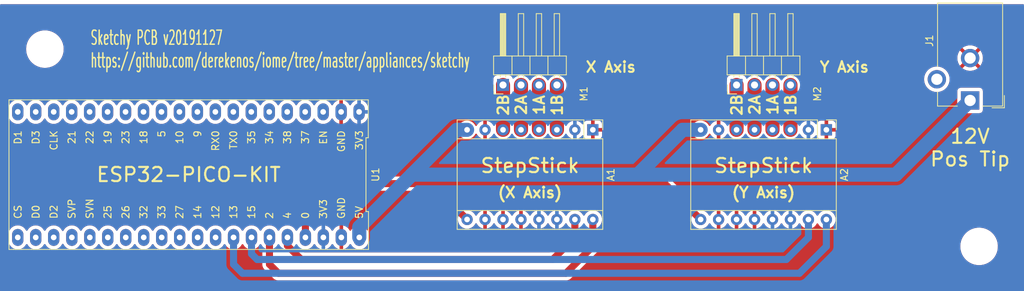
<source format=kicad_pcb>
(kicad_pcb (version 20190905) (host pcbnew "5.99.0-unknown-c3175b4~86~ubuntu16.04.1")

  (general
    (thickness 1.6)
    (drawings 16)
    (tracks 46)
    (modules 8)
    (nets 47)
  )

  (page "A4")
  (layers
    (0 "F.Cu" signal)
    (31 "B.Cu" signal)
    (32 "B.Adhes" user)
    (33 "F.Adhes" user)
    (34 "B.Paste" user)
    (35 "F.Paste" user)
    (36 "B.SilkS" user)
    (37 "F.SilkS" user)
    (38 "B.Mask" user)
    (39 "F.Mask" user)
    (40 "Dwgs.User" user)
    (41 "Cmts.User" user)
    (42 "Eco1.User" user)
    (43 "Eco2.User" user)
    (44 "Edge.Cuts" user)
    (45 "Margin" user)
    (46 "B.CrtYd" user)
    (47 "F.CrtYd" user)
    (48 "B.Fab" user)
    (49 "F.Fab" user)
  )

  (setup
    (stackup
      (layer "F.SilkS" (type "Top Silk Screen"))
      (layer "F.Paste" (type "Top Solder Paste"))
      (layer "F.Mask" (type "Top Solder Mask") (thickness 0.01) (color "Green"))
      (layer "F.Cu" (type "copper") (thickness 0.035))
      (layer "dielectric 1" (type "core") (thickness 1.51) (material "FR4") (epsilon_r 4.5) (loss_tangent 0.02))
      (layer "B.Cu" (type "copper") (thickness 0.035))
      (layer "B.Mask" (type "Bottom Solder Mask") (thickness 0.01) (color "Green"))
      (layer "B.Paste" (type "Bottom Solder Paste"))
      (layer "B.SilkS" (type "Bottom Silk Screen"))
      (copper_finish "None")
      (dielectric_constraints no)
    )
    (last_trace_width 1)
    (user_trace_width 1)
    (trace_clearance 0.2)
    (zone_clearance 0.508)
    (zone_45_only no)
    (trace_min 0.2)
    (via_size 0.8)
    (via_drill 0.4)
    (via_min_size 0.4)
    (via_min_drill 0.3)
    (uvia_size 0.3)
    (uvia_drill 0.1)
    (uvias_allowed no)
    (uvia_min_size 0.2)
    (uvia_min_drill 0.1)
    (max_error 0.005)
    (defaults
      (edge_clearance 0.01)
      (edge_cuts_line_width 0.05)
      (courtyard_line_width 0.05)
      (copper_line_width 0.2)
      (copper_text_dims (size 1.5 1.5) (thickness 0.3))
      (silk_line_width 0.12)
      (silk_text_dims (size 1 1) (thickness 0.15))
      (other_layers_line_width 0.1)
      (other_layers_text_dims (size 1 1) (thickness 0.15))
    )
    (pad_size 1.524 1.524)
    (pad_drill 0.762)
    (pad_to_mask_clearance 0.051)
    (solder_mask_min_width 0.25)
    (aux_axis_origin 59.69 54.61)
    (visible_elements FFFFFF7F)
    (pcbplotparams
      (layerselection 0x010fc_ffffffff)
      (usegerberextensions false)
      (usegerberattributes false)
      (usegerberadvancedattributes false)
      (creategerberjobfile false)
      (excludeedgelayer true)
      (linewidth 0.100000)
      (plotframeref false)
      (viasonmask false)
      (mode 1)
      (useauxorigin false)
      (hpglpennumber 1)
      (hpglpenspeed 20)
      (hpglpendiameter 15.000000)
      (psnegative false)
      (psa4output false)
      (plotreference true)
      (plotvalue true)
      (plotinvisibletext false)
      (padsonsilk false)
      (subtractmaskfromsilk false)
      (outputformat 1)
      (mirror false)
      (drillshape 1)
      (scaleselection 1)
      (outputdirectory "")
    )
  )

  (net 0 "")
  (net 1 "GND")
  (net 2 "NOT_ENABLE")
  (net 3 "3V3")
  (net 4 "Net-(A1-Pad3)")
  (net 5 "Net-(A1-Pad4)")
  (net 6 "Net-(A1-Pad5)")
  (net 7 "Net-(A1-Pad6)")
  (net 8 "STEPPER_X_STEP")
  (net 9 "VDD")
  (net 10 "STEPPER_X_DIR")
  (net 11 "STEPPER_Y_STEP")
  (net 12 "STEPPER_Y_DIR")
  (net 13 "Net-(U1-Pad3)")
  (net 14 "Net-(U1-Pad4)")
  (net 15 "Net-(U1-Pad5)")
  (net 16 "Net-(U1-Pad6)")
  (net 17 "Net-(U1-Pad7)")
  (net 18 "Net-(U1-Pad8)")
  (net 19 "Net-(U1-Pad32)")
  (net 20 "Net-(U1-Pad9)")
  (net 21 "Net-(U1-Pad31)")
  (net 22 "Net-(U1-Pad10)")
  (net 23 "Net-(U1-Pad30)")
  (net 24 "Net-(U1-Pad11)")
  (net 25 "Net-(U1-Pad29)")
  (net 26 "Net-(U1-Pad12)")
  (net 27 "Net-(U1-Pad28)")
  (net 28 "Net-(U1-Pad13)")
  (net 29 "Net-(U1-Pad27)")
  (net 30 "Net-(U1-Pad14)")
  (net 31 "Net-(U1-Pad26)")
  (net 32 "Net-(U1-Pad15)")
  (net 33 "Net-(U1-Pad25)")
  (net 34 "Net-(U1-Pad16)")
  (net 35 "Net-(U1-Pad24)")
  (net 36 "Net-(U1-Pad17)")
  (net 37 "Net-(U1-Pad23)")
  (net 38 "Net-(U1-Pad22)")
  (net 39 "Net-(U1-Pad21)")
  (net 40 "Net-(U1-Pad20)")
  (net 41 "Net-(U1-Pad19)")
  (net 42 "Net-(U1-Pad18)")
  (net 43 "Net-(A1-Pad3)_1")
  (net 44 "Net-(A1-Pad4)_1")
  (net 45 "Net-(A1-Pad5)_1")
  (net 46 "Net-(A1-Pad6)_1")

  (net_class "Default" "This is the default net class."
    (clearance 0.2)
    (trace_width 0.25)
    (via_dia 0.8)
    (via_drill 0.4)
    (uvia_dia 0.3)
    (uvia_drill 0.1)
    (add_net "3V3")
    (add_net "GND")
    (add_net "NOT_ENABLE")
    (add_net "Net-(A1-Pad3)")
    (add_net "Net-(A1-Pad3)_1")
    (add_net "Net-(A1-Pad4)")
    (add_net "Net-(A1-Pad4)_1")
    (add_net "Net-(A1-Pad5)")
    (add_net "Net-(A1-Pad5)_1")
    (add_net "Net-(A1-Pad6)")
    (add_net "Net-(A1-Pad6)_1")
    (add_net "Net-(U1-Pad10)")
    (add_net "Net-(U1-Pad11)")
    (add_net "Net-(U1-Pad12)")
    (add_net "Net-(U1-Pad13)")
    (add_net "Net-(U1-Pad14)")
    (add_net "Net-(U1-Pad15)")
    (add_net "Net-(U1-Pad16)")
    (add_net "Net-(U1-Pad17)")
    (add_net "Net-(U1-Pad18)")
    (add_net "Net-(U1-Pad19)")
    (add_net "Net-(U1-Pad20)")
    (add_net "Net-(U1-Pad21)")
    (add_net "Net-(U1-Pad22)")
    (add_net "Net-(U1-Pad23)")
    (add_net "Net-(U1-Pad24)")
    (add_net "Net-(U1-Pad25)")
    (add_net "Net-(U1-Pad26)")
    (add_net "Net-(U1-Pad27)")
    (add_net "Net-(U1-Pad28)")
    (add_net "Net-(U1-Pad29)")
    (add_net "Net-(U1-Pad3)")
    (add_net "Net-(U1-Pad30)")
    (add_net "Net-(U1-Pad31)")
    (add_net "Net-(U1-Pad32)")
    (add_net "Net-(U1-Pad4)")
    (add_net "Net-(U1-Pad5)")
    (add_net "Net-(U1-Pad6)")
    (add_net "Net-(U1-Pad7)")
    (add_net "Net-(U1-Pad8)")
    (add_net "Net-(U1-Pad9)")
    (add_net "STEPPER_X_DIR")
    (add_net "STEPPER_X_STEP")
    (add_net "STEPPER_Y_DIR")
    (add_net "STEPPER_Y_STEP")
    (add_net "VDD")
  )

  (module "Mounting_Holes:MountingHole_4.3mm_M4" (layer "F.Cu") (tedit 56D1B4CB) (tstamp 5DDEAF32)
    (at 195.58 86.36)
    (descr "Mounting Hole 4.3mm, no annular, M4")
    (tags "mounting hole 4.3mm no annular m4")
    (attr virtual)
    (fp_text reference "REF**" (at 0 -5.3) (layer "F.SilkS") hide
      (effects (font (size 1 1) (thickness 0.15)))
    )
    (fp_text value "MountingHole_4.3mm_M4" (at 0 5.3) (layer "F.Fab") hide
      (effects (font (size 1 1) (thickness 0.15)))
    )
    (fp_circle (center 0 0) (end 4.55 0) (layer "F.CrtYd") (width 0.05))
    (fp_circle (center 0 0) (end 4.3 0) (layer "Cmts.User") (width 0.15))
    (fp_text user "%R" (at 0.3 0) (layer "F.Fab")
      (effects (font (size 1 1) (thickness 0.15)))
    )
    (pad "1" np_thru_hole circle (at 0 0) (size 4.3 4.3) (drill 4.3) (layers *.Cu *.Mask))
  )

  (module "Mounting_Holes:MountingHole_4.3mm_M4" (layer "F.Cu") (tedit 56D1B4CB) (tstamp 5DDEAF29)
    (at 63.5 58.42)
    (descr "Mounting Hole 4.3mm, no annular, M4")
    (tags "mounting hole 4.3mm no annular m4")
    (attr virtual)
    (fp_text reference "REF**" (at 0 -5.3) (layer "F.SilkS") hide
      (effects (font (size 1 1) (thickness 0.15)))
    )
    (fp_text value "MountingHole_4.3mm_M4" (at 0 5.3) (layer "F.Fab") hide
      (effects (font (size 1 1) (thickness 0.15)))
    )
    (fp_circle (center 0 0) (end 4.55 0) (layer "F.CrtYd") (width 0.05))
    (fp_circle (center 0 0) (end 4.3 0) (layer "Cmts.User") (width 0.15))
    (fp_text user "%R" (at 0.3 0) (layer "F.Fab")
      (effects (font (size 1 1) (thickness 0.15)))
    )
    (pad "1" np_thru_hole circle (at 0 0) (size 4.3 4.3) (drill 4.3) (layers *.Cu *.Mask))
  )

  (module "Pin_Headers:Pin_Header_Angled_1x04_Pitch2.54mm" (layer "F.Cu") (tedit 59650532) (tstamp 5DDE9180)
    (at 161.29 63.5 90)
    (descr "Through hole angled pin header, 1x04, 2.54mm pitch, 6mm pin length, single row")
    (tags "Through hole angled pin header THT 1x04 2.54mm single row")
    (path "/5DDEB845")
    (fp_text reference "M2" (at -1.27 11.43 90) (layer "F.SilkS")
      (effects (font (size 1 1) (thickness 0.15)))
    )
    (fp_text value "Stepper_Motor_bipolar" (at 4.385 9.89 90) (layer "F.Fab") hide
      (effects (font (size 1 1) (thickness 0.15)))
    )
    (fp_text user "%R" (at 2.77 3.81) (layer "F.Fab")
      (effects (font (size 1 1) (thickness 0.15)))
    )
    (fp_line (start 10.55 -1.8) (end -1.8 -1.8) (layer "F.CrtYd") (width 0.05))
    (fp_line (start 10.55 9.4) (end 10.55 -1.8) (layer "F.CrtYd") (width 0.05))
    (fp_line (start -1.8 9.4) (end 10.55 9.4) (layer "F.CrtYd") (width 0.05))
    (fp_line (start -1.8 -1.8) (end -1.8 9.4) (layer "F.CrtYd") (width 0.05))
    (fp_line (start -1.27 -1.27) (end 0 -1.27) (layer "F.SilkS") (width 0.12))
    (fp_line (start -1.27 0) (end -1.27 -1.27) (layer "F.SilkS") (width 0.12))
    (fp_line (start 1.042929 8) (end 1.44 8) (layer "F.SilkS") (width 0.12))
    (fp_line (start 1.042929 7.24) (end 1.44 7.24) (layer "F.SilkS") (width 0.12))
    (fp_line (start 10.1 8) (end 4.1 8) (layer "F.SilkS") (width 0.12))
    (fp_line (start 10.1 7.24) (end 10.1 8) (layer "F.SilkS") (width 0.12))
    (fp_line (start 4.1 7.24) (end 10.1 7.24) (layer "F.SilkS") (width 0.12))
    (fp_line (start 1.44 6.35) (end 4.1 6.35) (layer "F.SilkS") (width 0.12))
    (fp_line (start 1.042929 5.46) (end 1.44 5.46) (layer "F.SilkS") (width 0.12))
    (fp_line (start 1.042929 4.7) (end 1.44 4.7) (layer "F.SilkS") (width 0.12))
    (fp_line (start 10.1 5.46) (end 4.1 5.46) (layer "F.SilkS") (width 0.12))
    (fp_line (start 10.1 4.7) (end 10.1 5.46) (layer "F.SilkS") (width 0.12))
    (fp_line (start 4.1 4.7) (end 10.1 4.7) (layer "F.SilkS") (width 0.12))
    (fp_line (start 1.44 3.81) (end 4.1 3.81) (layer "F.SilkS") (width 0.12))
    (fp_line (start 1.042929 2.92) (end 1.44 2.92) (layer "F.SilkS") (width 0.12))
    (fp_line (start 1.042929 2.16) (end 1.44 2.16) (layer "F.SilkS") (width 0.12))
    (fp_line (start 10.1 2.92) (end 4.1 2.92) (layer "F.SilkS") (width 0.12))
    (fp_line (start 10.1 2.16) (end 10.1 2.92) (layer "F.SilkS") (width 0.12))
    (fp_line (start 4.1 2.16) (end 10.1 2.16) (layer "F.SilkS") (width 0.12))
    (fp_line (start 1.44 1.27) (end 4.1 1.27) (layer "F.SilkS") (width 0.12))
    (fp_line (start 1.11 0.38) (end 1.44 0.38) (layer "F.SilkS") (width 0.12))
    (fp_line (start 1.11 -0.38) (end 1.44 -0.38) (layer "F.SilkS") (width 0.12))
    (fp_line (start 4.1 0.28) (end 10.1 0.28) (layer "F.SilkS") (width 0.12))
    (fp_line (start 4.1 0.16) (end 10.1 0.16) (layer "F.SilkS") (width 0.12))
    (fp_line (start 4.1 0.04) (end 10.1 0.04) (layer "F.SilkS") (width 0.12))
    (fp_line (start 4.1 -0.08) (end 10.1 -0.08) (layer "F.SilkS") (width 0.12))
    (fp_line (start 4.1 -0.2) (end 10.1 -0.2) (layer "F.SilkS") (width 0.12))
    (fp_line (start 4.1 -0.32) (end 10.1 -0.32) (layer "F.SilkS") (width 0.12))
    (fp_line (start 10.1 0.38) (end 4.1 0.38) (layer "F.SilkS") (width 0.12))
    (fp_line (start 10.1 -0.38) (end 10.1 0.38) (layer "F.SilkS") (width 0.12))
    (fp_line (start 4.1 -0.38) (end 10.1 -0.38) (layer "F.SilkS") (width 0.12))
    (fp_line (start 4.1 -1.33) (end 1.44 -1.33) (layer "F.SilkS") (width 0.12))
    (fp_line (start 4.1 8.95) (end 4.1 -1.33) (layer "F.SilkS") (width 0.12))
    (fp_line (start 1.44 8.95) (end 4.1 8.95) (layer "F.SilkS") (width 0.12))
    (fp_line (start 1.44 -1.33) (end 1.44 8.95) (layer "F.SilkS") (width 0.12))
    (fp_line (start 4.04 7.94) (end 10.04 7.94) (layer "F.Fab") (width 0.1))
    (fp_line (start 10.04 7.3) (end 10.04 7.94) (layer "F.Fab") (width 0.1))
    (fp_line (start 4.04 7.3) (end 10.04 7.3) (layer "F.Fab") (width 0.1))
    (fp_line (start -0.32 7.94) (end 1.5 7.94) (layer "F.Fab") (width 0.1))
    (fp_line (start -0.32 7.3) (end -0.32 7.94) (layer "F.Fab") (width 0.1))
    (fp_line (start -0.32 7.3) (end 1.5 7.3) (layer "F.Fab") (width 0.1))
    (fp_line (start 4.04 5.4) (end 10.04 5.4) (layer "F.Fab") (width 0.1))
    (fp_line (start 10.04 4.76) (end 10.04 5.4) (layer "F.Fab") (width 0.1))
    (fp_line (start 4.04 4.76) (end 10.04 4.76) (layer "F.Fab") (width 0.1))
    (fp_line (start -0.32 5.4) (end 1.5 5.4) (layer "F.Fab") (width 0.1))
    (fp_line (start -0.32 4.76) (end -0.32 5.4) (layer "F.Fab") (width 0.1))
    (fp_line (start -0.32 4.76) (end 1.5 4.76) (layer "F.Fab") (width 0.1))
    (fp_line (start 4.04 2.86) (end 10.04 2.86) (layer "F.Fab") (width 0.1))
    (fp_line (start 10.04 2.22) (end 10.04 2.86) (layer "F.Fab") (width 0.1))
    (fp_line (start 4.04 2.22) (end 10.04 2.22) (layer "F.Fab") (width 0.1))
    (fp_line (start -0.32 2.86) (end 1.5 2.86) (layer "F.Fab") (width 0.1))
    (fp_line (start -0.32 2.22) (end -0.32 2.86) (layer "F.Fab") (width 0.1))
    (fp_line (start -0.32 2.22) (end 1.5 2.22) (layer "F.Fab") (width 0.1))
    (fp_line (start 4.04 0.32) (end 10.04 0.32) (layer "F.Fab") (width 0.1))
    (fp_line (start 10.04 -0.32) (end 10.04 0.32) (layer "F.Fab") (width 0.1))
    (fp_line (start 4.04 -0.32) (end 10.04 -0.32) (layer "F.Fab") (width 0.1))
    (fp_line (start -0.32 0.32) (end 1.5 0.32) (layer "F.Fab") (width 0.1))
    (fp_line (start -0.32 -0.32) (end -0.32 0.32) (layer "F.Fab") (width 0.1))
    (fp_line (start -0.32 -0.32) (end 1.5 -0.32) (layer "F.Fab") (width 0.1))
    (fp_line (start 1.5 -0.635) (end 2.135 -1.27) (layer "F.Fab") (width 0.1))
    (fp_line (start 1.5 8.89) (end 1.5 -0.635) (layer "F.Fab") (width 0.1))
    (fp_line (start 4.04 8.89) (end 1.5 8.89) (layer "F.Fab") (width 0.1))
    (fp_line (start 4.04 -1.27) (end 4.04 8.89) (layer "F.Fab") (width 0.1))
    (fp_line (start 2.135 -1.27) (end 4.04 -1.27) (layer "F.Fab") (width 0.1))
    (pad "1" thru_hole rect (at 0 0 90) (size 1.7 1.7) (drill 1) (layers *.Cu *.Mask)
      (net 7 "Net-(A1-Pad6)"))
    (pad "2" thru_hole oval (at 0 2.54 90) (size 1.7 1.7) (drill 1) (layers *.Cu *.Mask)
      (net 45 "Net-(A1-Pad5)_1"))
    (pad "3" thru_hole oval (at 0 5.08 90) (size 1.7 1.7) (drill 1) (layers *.Cu *.Mask)
      (net 5 "Net-(A1-Pad4)"))
    (pad "4" thru_hole oval (at 0 7.62 90) (size 1.7 1.7) (drill 1) (layers *.Cu *.Mask)
      (net 4 "Net-(A1-Pad3)"))
    (model "${KISYS3DMOD}/Pin_Headers.3dshapes/Pin_Header_Angled_1x04_Pitch2.54mm.wrl"
      (at (xyz 0 0 0))
      (scale (xyz 1 1 1))
      (rotate (xyz 0 0 0))
    )
  )

  (module "Pin_Headers:Pin_Header_Angled_1x04_Pitch2.54mm" (layer "F.Cu") (tedit 59650532) (tstamp 5DDE917D)
    (at 128.27 63.5 90)
    (descr "Through hole angled pin header, 1x04, 2.54mm pitch, 6mm pin length, single row")
    (tags "Through hole angled pin header THT 1x04 2.54mm single row")
    (path "/5DDF7CA3")
    (fp_text reference "M1" (at -1.27 11.43 90) (layer "F.SilkS")
      (effects (font (size 1 1) (thickness 0.15)))
    )
    (fp_text value "Stepper_Motor_bipolar" (at 4.385 9.89 90) (layer "F.Fab") hide
      (effects (font (size 1 1) (thickness 0.15)))
    )
    (fp_text user "%R" (at 2.77 3.81) (layer "F.Fab")
      (effects (font (size 1 1) (thickness 0.15)))
    )
    (fp_line (start 10.55 -1.8) (end -1.8 -1.8) (layer "F.CrtYd") (width 0.05))
    (fp_line (start 10.55 9.4) (end 10.55 -1.8) (layer "F.CrtYd") (width 0.05))
    (fp_line (start -1.8 9.4) (end 10.55 9.4) (layer "F.CrtYd") (width 0.05))
    (fp_line (start -1.8 -1.8) (end -1.8 9.4) (layer "F.CrtYd") (width 0.05))
    (fp_line (start -1.27 -1.27) (end 0 -1.27) (layer "F.SilkS") (width 0.12))
    (fp_line (start -1.27 0) (end -1.27 -1.27) (layer "F.SilkS") (width 0.12))
    (fp_line (start 1.042929 8) (end 1.44 8) (layer "F.SilkS") (width 0.12))
    (fp_line (start 1.042929 7.24) (end 1.44 7.24) (layer "F.SilkS") (width 0.12))
    (fp_line (start 10.1 8) (end 4.1 8) (layer "F.SilkS") (width 0.12))
    (fp_line (start 10.1 7.24) (end 10.1 8) (layer "F.SilkS") (width 0.12))
    (fp_line (start 4.1 7.24) (end 10.1 7.24) (layer "F.SilkS") (width 0.12))
    (fp_line (start 1.44 6.35) (end 4.1 6.35) (layer "F.SilkS") (width 0.12))
    (fp_line (start 1.042929 5.46) (end 1.44 5.46) (layer "F.SilkS") (width 0.12))
    (fp_line (start 1.042929 4.7) (end 1.44 4.7) (layer "F.SilkS") (width 0.12))
    (fp_line (start 10.1 5.46) (end 4.1 5.46) (layer "F.SilkS") (width 0.12))
    (fp_line (start 10.1 4.7) (end 10.1 5.46) (layer "F.SilkS") (width 0.12))
    (fp_line (start 4.1 4.7) (end 10.1 4.7) (layer "F.SilkS") (width 0.12))
    (fp_line (start 1.44 3.81) (end 4.1 3.81) (layer "F.SilkS") (width 0.12))
    (fp_line (start 1.042929 2.92) (end 1.44 2.92) (layer "F.SilkS") (width 0.12))
    (fp_line (start 1.042929 2.16) (end 1.44 2.16) (layer "F.SilkS") (width 0.12))
    (fp_line (start 10.1 2.92) (end 4.1 2.92) (layer "F.SilkS") (width 0.12))
    (fp_line (start 10.1 2.16) (end 10.1 2.92) (layer "F.SilkS") (width 0.12))
    (fp_line (start 4.1 2.16) (end 10.1 2.16) (layer "F.SilkS") (width 0.12))
    (fp_line (start 1.44 1.27) (end 4.1 1.27) (layer "F.SilkS") (width 0.12))
    (fp_line (start 1.11 0.38) (end 1.44 0.38) (layer "F.SilkS") (width 0.12))
    (fp_line (start 1.11 -0.38) (end 1.44 -0.38) (layer "F.SilkS") (width 0.12))
    (fp_line (start 4.1 0.28) (end 10.1 0.28) (layer "F.SilkS") (width 0.12))
    (fp_line (start 4.1 0.16) (end 10.1 0.16) (layer "F.SilkS") (width 0.12))
    (fp_line (start 4.1 0.04) (end 10.1 0.04) (layer "F.SilkS") (width 0.12))
    (fp_line (start 4.1 -0.08) (end 10.1 -0.08) (layer "F.SilkS") (width 0.12))
    (fp_line (start 4.1 -0.2) (end 10.1 -0.2) (layer "F.SilkS") (width 0.12))
    (fp_line (start 4.1 -0.32) (end 10.1 -0.32) (layer "F.SilkS") (width 0.12))
    (fp_line (start 10.1 0.38) (end 4.1 0.38) (layer "F.SilkS") (width 0.12))
    (fp_line (start 10.1 -0.38) (end 10.1 0.38) (layer "F.SilkS") (width 0.12))
    (fp_line (start 4.1 -0.38) (end 10.1 -0.38) (layer "F.SilkS") (width 0.12))
    (fp_line (start 4.1 -1.33) (end 1.44 -1.33) (layer "F.SilkS") (width 0.12))
    (fp_line (start 4.1 8.95) (end 4.1 -1.33) (layer "F.SilkS") (width 0.12))
    (fp_line (start 1.44 8.95) (end 4.1 8.95) (layer "F.SilkS") (width 0.12))
    (fp_line (start 1.44 -1.33) (end 1.44 8.95) (layer "F.SilkS") (width 0.12))
    (fp_line (start 4.04 7.94) (end 10.04 7.94) (layer "F.Fab") (width 0.1))
    (fp_line (start 10.04 7.3) (end 10.04 7.94) (layer "F.Fab") (width 0.1))
    (fp_line (start 4.04 7.3) (end 10.04 7.3) (layer "F.Fab") (width 0.1))
    (fp_line (start -0.32 7.94) (end 1.5 7.94) (layer "F.Fab") (width 0.1))
    (fp_line (start -0.32 7.3) (end -0.32 7.94) (layer "F.Fab") (width 0.1))
    (fp_line (start -0.32 7.3) (end 1.5 7.3) (layer "F.Fab") (width 0.1))
    (fp_line (start 4.04 5.4) (end 10.04 5.4) (layer "F.Fab") (width 0.1))
    (fp_line (start 10.04 4.76) (end 10.04 5.4) (layer "F.Fab") (width 0.1))
    (fp_line (start 4.04 4.76) (end 10.04 4.76) (layer "F.Fab") (width 0.1))
    (fp_line (start -0.32 5.4) (end 1.5 5.4) (layer "F.Fab") (width 0.1))
    (fp_line (start -0.32 4.76) (end -0.32 5.4) (layer "F.Fab") (width 0.1))
    (fp_line (start -0.32 4.76) (end 1.5 4.76) (layer "F.Fab") (width 0.1))
    (fp_line (start 4.04 2.86) (end 10.04 2.86) (layer "F.Fab") (width 0.1))
    (fp_line (start 10.04 2.22) (end 10.04 2.86) (layer "F.Fab") (width 0.1))
    (fp_line (start 4.04 2.22) (end 10.04 2.22) (layer "F.Fab") (width 0.1))
    (fp_line (start -0.32 2.86) (end 1.5 2.86) (layer "F.Fab") (width 0.1))
    (fp_line (start -0.32 2.22) (end -0.32 2.86) (layer "F.Fab") (width 0.1))
    (fp_line (start -0.32 2.22) (end 1.5 2.22) (layer "F.Fab") (width 0.1))
    (fp_line (start 4.04 0.32) (end 10.04 0.32) (layer "F.Fab") (width 0.1))
    (fp_line (start 10.04 -0.32) (end 10.04 0.32) (layer "F.Fab") (width 0.1))
    (fp_line (start 4.04 -0.32) (end 10.04 -0.32) (layer "F.Fab") (width 0.1))
    (fp_line (start -0.32 0.32) (end 1.5 0.32) (layer "F.Fab") (width 0.1))
    (fp_line (start -0.32 -0.32) (end -0.32 0.32) (layer "F.Fab") (width 0.1))
    (fp_line (start -0.32 -0.32) (end 1.5 -0.32) (layer "F.Fab") (width 0.1))
    (fp_line (start 1.5 -0.635) (end 2.135 -1.27) (layer "F.Fab") (width 0.1))
    (fp_line (start 1.5 8.89) (end 1.5 -0.635) (layer "F.Fab") (width 0.1))
    (fp_line (start 4.04 8.89) (end 1.5 8.89) (layer "F.Fab") (width 0.1))
    (fp_line (start 4.04 -1.27) (end 4.04 8.89) (layer "F.Fab") (width 0.1))
    (fp_line (start 2.135 -1.27) (end 4.04 -1.27) (layer "F.Fab") (width 0.1))
    (pad "1" thru_hole rect (at 0 0 90) (size 1.7 1.7) (drill 1) (layers *.Cu *.Mask)
      (net 46 "Net-(A1-Pad6)_1"))
    (pad "2" thru_hole oval (at 0 2.54 90) (size 1.7 1.7) (drill 1) (layers *.Cu *.Mask)
      (net 6 "Net-(A1-Pad5)"))
    (pad "3" thru_hole oval (at 0 5.08 90) (size 1.7 1.7) (drill 1) (layers *.Cu *.Mask)
      (net 44 "Net-(A1-Pad4)_1"))
    (pad "4" thru_hole oval (at 0 7.62 90) (size 1.7 1.7) (drill 1) (layers *.Cu *.Mask)
      (net 43 "Net-(A1-Pad3)_1"))
    (model "${KISYS3DMOD}/Pin_Headers.3dshapes/Pin_Header_Angled_1x04_Pitch2.54mm.wrl"
      (at (xyz 0 0 0))
      (scale (xyz 1 1 1))
      (rotate (xyz 0 0 0))
    )
  )

  (module "Modules:Pololu_Breakout-16_15.2x20.3mm" (layer "F.Cu") (tedit 58AB602C) (tstamp 5DDE9138)
    (at 173.99 69.85 -90)
    (descr "Pololu Breakout 16-pin 15.2x20.3mm 0.6x0.8\\")
    (path "/5DDE9836")
    (fp_text reference "A2" (at 6.35 -2.54 90) (layer "F.SilkS")
      (effects (font (size 1 1) (thickness 0.15)))
    )
    (fp_text value "Pololu_Breakout_A4988" (at 6.35 20.17 90) (layer "F.Fab")
      (effects (font (size 1 1) (thickness 0.15)))
    )
    (fp_line (start 14.21 19.3) (end -1.53 19.3) (layer "F.CrtYd") (width 0.05))
    (fp_line (start 14.21 19.3) (end 14.21 -1.52) (layer "F.CrtYd") (width 0.05))
    (fp_line (start -1.53 -1.52) (end -1.53 19.3) (layer "F.CrtYd") (width 0.05))
    (fp_line (start -1.53 -1.52) (end 14.21 -1.52) (layer "F.CrtYd") (width 0.05))
    (fp_line (start -1.27 19.05) (end -1.27 0) (layer "F.Fab") (width 0.1))
    (fp_line (start 13.97 19.05) (end -1.27 19.05) (layer "F.Fab") (width 0.1))
    (fp_line (start 13.97 -1.27) (end 13.97 19.05) (layer "F.Fab") (width 0.1))
    (fp_line (start 0 -1.27) (end 13.97 -1.27) (layer "F.Fab") (width 0.1))
    (fp_line (start -1.27 0) (end 0 -1.27) (layer "F.Fab") (width 0.1))
    (fp_line (start 14.1 -1.4) (end 1.27 -1.4) (layer "F.SilkS") (width 0.12))
    (fp_line (start 14.1 19.18) (end 14.1 -1.4) (layer "F.SilkS") (width 0.12))
    (fp_line (start -1.4 19.18) (end 14.1 19.18) (layer "F.SilkS") (width 0.12))
    (fp_line (start -1.4 1.27) (end -1.4 19.18) (layer "F.SilkS") (width 0.12))
    (fp_line (start 1.27 1.27) (end -1.4 1.27) (layer "F.SilkS") (width 0.12))
    (fp_line (start 1.27 -1.4) (end 1.27 1.27) (layer "F.SilkS") (width 0.12))
    (fp_line (start -1.4 -1.4) (end -1.4 0) (layer "F.SilkS") (width 0.12))
    (fp_line (start 0 -1.4) (end -1.4 -1.4) (layer "F.SilkS") (width 0.12))
    (fp_line (start 1.27 1.27) (end 1.27 19.18) (layer "F.SilkS") (width 0.12))
    (fp_line (start 11.43 -1.4) (end 11.43 19.18) (layer "F.SilkS") (width 0.12))
    (fp_text user "%R" (at 6.35 0 90) (layer "F.Fab")
      (effects (font (size 1 1) (thickness 0.15)))
    )
    (pad "1" thru_hole rect (at 0 0 270) (size 1.6 1.6) (drill 0.8) (layers *.Cu *.Mask)
      (net 1 "GND"))
    (pad "9" thru_hole oval (at 12.7 17.78 270) (size 1.6 1.6) (drill 0.8) (layers *.Cu *.Mask)
      (net 2 "NOT_ENABLE"))
    (pad "2" thru_hole oval (at 0 2.54 270) (size 1.6 1.6) (drill 0.8) (layers *.Cu *.Mask)
      (net 3 "3V3"))
    (pad "10" thru_hole oval (at 12.7 15.24 270) (size 1.6 1.6) (drill 0.8) (layers *.Cu *.Mask)
      (net 1 "GND"))
    (pad "3" thru_hole oval (at 0 5.08 270) (size 1.6 1.6) (drill 0.8) (layers *.Cu *.Mask)
      (net 4 "Net-(A1-Pad3)"))
    (pad "11" thru_hole oval (at 12.7 12.7 270) (size 1.6 1.6) (drill 0.8) (layers *.Cu *.Mask)
      (net 1 "GND"))
    (pad "4" thru_hole oval (at 0 7.62 270) (size 1.6 1.6) (drill 0.8) (layers *.Cu *.Mask)
      (net 5 "Net-(A1-Pad4)"))
    (pad "12" thru_hole oval (at 12.7 10.16 270) (size 1.6 1.6) (drill 0.8) (layers *.Cu *.Mask)
      (net 1 "GND"))
    (pad "5" thru_hole oval (at 0 10.16 270) (size 1.6 1.6) (drill 0.8) (layers *.Cu *.Mask)
      (net 45 "Net-(A1-Pad5)_1"))
    (pad "13" thru_hole oval (at 12.7 7.62 270) (size 1.6 1.6) (drill 0.8) (layers *.Cu *.Mask)
      (net 3 "3V3"))
    (pad "6" thru_hole oval (at 0 12.7 270) (size 1.6 1.6) (drill 0.8) (layers *.Cu *.Mask)
      (net 7 "Net-(A1-Pad6)"))
    (pad "14" thru_hole oval (at 12.7 5.08 270) (size 1.6 1.6) (drill 0.8) (layers *.Cu *.Mask)
      (net 3 "3V3"))
    (pad "7" thru_hole oval (at 0 15.24 270) (size 1.6 1.6) (drill 0.8) (layers *.Cu *.Mask)
      (net 1 "GND"))
    (pad "15" thru_hole oval (at 12.7 2.54 270) (size 1.6 1.6) (drill 0.8) (layers *.Cu *.Mask)
      (net 11 "STEPPER_Y_STEP"))
    (pad "8" thru_hole oval (at 0 17.78 270) (size 1.6 1.6) (drill 0.8) (layers *.Cu *.Mask)
      (net 9 "VDD"))
    (pad "16" thru_hole oval (at 12.7 0 270) (size 1.6 1.6) (drill 0.8) (layers *.Cu *.Mask)
      (net 12 "STEPPER_Y_DIR"))
  )

  (module "Modules:Pololu_Breakout-16_15.2x20.3mm" (layer "F.Cu") (tedit 58AB602C) (tstamp 5DDE94FD)
    (at 140.97 69.85 -90)
    (descr "Pololu Breakout 16-pin 15.2x20.3mm 0.6x0.8\\")
    (path "/5DDF7CD9")
    (fp_text reference "A1" (at 6.35 -2.54 90) (layer "F.SilkS")
      (effects (font (size 1 1) (thickness 0.15)))
    )
    (fp_text value "Pololu_Breakout_A4988" (at 6.35 20.17 90) (layer "F.Fab")
      (effects (font (size 1 1) (thickness 0.15)))
    )
    (fp_line (start 14.21 19.3) (end -1.53 19.3) (layer "F.CrtYd") (width 0.05))
    (fp_line (start 14.21 19.3) (end 14.21 -1.52) (layer "F.CrtYd") (width 0.05))
    (fp_line (start -1.53 -1.52) (end -1.53 19.3) (layer "F.CrtYd") (width 0.05))
    (fp_line (start -1.53 -1.52) (end 14.21 -1.52) (layer "F.CrtYd") (width 0.05))
    (fp_line (start -1.27 19.05) (end -1.27 0) (layer "F.Fab") (width 0.1))
    (fp_line (start 13.97 19.05) (end -1.27 19.05) (layer "F.Fab") (width 0.1))
    (fp_line (start 13.97 -1.27) (end 13.97 19.05) (layer "F.Fab") (width 0.1))
    (fp_line (start 0 -1.27) (end 13.97 -1.27) (layer "F.Fab") (width 0.1))
    (fp_line (start -1.27 0) (end 0 -1.27) (layer "F.Fab") (width 0.1))
    (fp_line (start 14.1 -1.4) (end 1.27 -1.4) (layer "F.SilkS") (width 0.12))
    (fp_line (start 14.1 19.18) (end 14.1 -1.4) (layer "F.SilkS") (width 0.12))
    (fp_line (start -1.4 19.18) (end 14.1 19.18) (layer "F.SilkS") (width 0.12))
    (fp_line (start -1.4 1.27) (end -1.4 19.18) (layer "F.SilkS") (width 0.12))
    (fp_line (start 1.27 1.27) (end -1.4 1.27) (layer "F.SilkS") (width 0.12))
    (fp_line (start 1.27 -1.4) (end 1.27 1.27) (layer "F.SilkS") (width 0.12))
    (fp_line (start -1.4 -1.4) (end -1.4 0) (layer "F.SilkS") (width 0.12))
    (fp_line (start 0 -1.4) (end -1.4 -1.4) (layer "F.SilkS") (width 0.12))
    (fp_line (start 1.27 1.27) (end 1.27 19.18) (layer "F.SilkS") (width 0.12))
    (fp_line (start 11.43 -1.4) (end 11.43 19.18) (layer "F.SilkS") (width 0.12))
    (fp_text user "%R" (at 6.35 0 90) (layer "F.Fab")
      (effects (font (size 1 1) (thickness 0.15)))
    )
    (pad "1" thru_hole rect (at 0 0 270) (size 1.6 1.6) (drill 0.8) (layers *.Cu *.Mask)
      (net 1 "GND"))
    (pad "9" thru_hole oval (at 12.7 17.78 270) (size 1.6 1.6) (drill 0.8) (layers *.Cu *.Mask)
      (net 2 "NOT_ENABLE"))
    (pad "2" thru_hole oval (at 0 2.54 270) (size 1.6 1.6) (drill 0.8) (layers *.Cu *.Mask)
      (net 3 "3V3"))
    (pad "10" thru_hole oval (at 12.7 15.24 270) (size 1.6 1.6) (drill 0.8) (layers *.Cu *.Mask)
      (net 1 "GND"))
    (pad "3" thru_hole oval (at 0 5.08 270) (size 1.6 1.6) (drill 0.8) (layers *.Cu *.Mask)
      (net 43 "Net-(A1-Pad3)_1"))
    (pad "11" thru_hole oval (at 12.7 12.7 270) (size 1.6 1.6) (drill 0.8) (layers *.Cu *.Mask)
      (net 1 "GND"))
    (pad "4" thru_hole oval (at 0 7.62 270) (size 1.6 1.6) (drill 0.8) (layers *.Cu *.Mask)
      (net 44 "Net-(A1-Pad4)_1"))
    (pad "12" thru_hole oval (at 12.7 10.16 270) (size 1.6 1.6) (drill 0.8) (layers *.Cu *.Mask)
      (net 1 "GND"))
    (pad "5" thru_hole oval (at 0 10.16 270) (size 1.6 1.6) (drill 0.8) (layers *.Cu *.Mask)
      (net 6 "Net-(A1-Pad5)"))
    (pad "13" thru_hole oval (at 12.7 7.62 270) (size 1.6 1.6) (drill 0.8) (layers *.Cu *.Mask)
      (net 3 "3V3"))
    (pad "6" thru_hole oval (at 0 12.7 270) (size 1.6 1.6) (drill 0.8) (layers *.Cu *.Mask)
      (net 46 "Net-(A1-Pad6)_1"))
    (pad "14" thru_hole oval (at 12.7 5.08 270) (size 1.6 1.6) (drill 0.8) (layers *.Cu *.Mask)
      (net 3 "3V3"))
    (pad "7" thru_hole oval (at 0 15.24 270) (size 1.6 1.6) (drill 0.8) (layers *.Cu *.Mask)
      (net 1 "GND"))
    (pad "15" thru_hole oval (at 12.7 2.54 270) (size 1.6 1.6) (drill 0.8) (layers *.Cu *.Mask)
      (net 8 "STEPPER_X_STEP"))
    (pad "8" thru_hole oval (at 0 17.78 270) (size 1.6 1.6) (drill 0.8) (layers *.Cu *.Mask)
      (net 9 "VDD"))
    (pad "16" thru_hole oval (at 12.7 0 270) (size 1.6 1.6) (drill 0.8) (layers *.Cu *.Mask)
      (net 10 "STEPPER_X_DIR"))
  )

  (module "Modules-custom:ESP32-PICO-KIT" (layer "F.Cu") (tedit 5DDDD44E) (tstamp 5DDE0DDD)
    (at 83.82 78.74 180)
    (path "/5DDBE11A")
    (fp_text reference "U1" (at -26.43 2.54 90) (layer "F.SilkS")
      (effects (font (size 1 1) (thickness 0.15)))
    )
    (fp_text value "ESP32-PICO-KIT" (at 0 2.54) (layer "F.SilkS")
      (effects (font (size 2 2) (thickness 0.3)))
    )
    (fp_text user "CS" (at 24.13 -3.81 90 unlocked) (layer "F.SilkS")
      (effects (font (size 1 1) (thickness 0.15)) (justify left))
    )
    (fp_text user "D0" (at 21.59 -3.81 90 unlocked) (layer "F.SilkS")
      (effects (font (size 1 1) (thickness 0.15)) (justify left))
    )
    (fp_text user "D2" (at 19.05 -3.81 90 unlocked) (layer "F.SilkS")
      (effects (font (size 1 1) (thickness 0.15)) (justify left))
    )
    (fp_text user "D1" (at 24.13 8.89 90 unlocked) (layer "F.SilkS")
      (effects (font (size 1 1) (thickness 0.15)) (justify right))
    )
    (fp_text user "D3" (at 21.59 8.89 90 unlocked) (layer "F.SilkS")
      (effects (font (size 1 1) (thickness 0.15)) (justify right))
    )
    (fp_text user "CLK" (at 19.05 8.89 90 unlocked) (layer "F.SilkS")
      (effects (font (size 1 1) (thickness 0.15)) (justify right))
    )
    (fp_text user "SVP" (at 16.51 -3.81 90 unlocked) (layer "F.SilkS")
      (effects (font (size 1 1) (thickness 0.15)) (justify left))
    )
    (fp_text user "32" (at 6.35 -3.81 90 unlocked) (layer "F.SilkS")
      (effects (font (size 1 1) (thickness 0.15)) (justify left))
    )
    (fp_text user "27" (at 1.27 -3.81 90 unlocked) (layer "F.SilkS")
      (effects (font (size 1 1) (thickness 0.15)) (justify left))
    )
    (fp_text user "12" (at -3.81 -3.81 90 unlocked) (layer "F.SilkS")
      (effects (font (size 1 1) (thickness 0.15)) (justify left))
    )
    (fp_text user "33" (at 3.81 -3.81 90 unlocked) (layer "F.SilkS")
      (effects (font (size 1 1) (thickness 0.15)) (justify left))
    )
    (fp_text user "SVN" (at 13.97 -3.81 90 unlocked) (layer "F.SilkS")
      (effects (font (size 1 1) (thickness 0.15)) (justify left))
    )
    (fp_text user "25" (at 11.43 -3.81 90 unlocked) (layer "F.SilkS")
      (effects (font (size 1 1) (thickness 0.15)) (justify left))
    )
    (fp_text user "26" (at 8.89 -3.81 90 unlocked) (layer "F.SilkS")
      (effects (font (size 1 1) (thickness 0.15)) (justify left))
    )
    (fp_text user "14" (at -1.27 -3.81 90 unlocked) (layer "F.SilkS")
      (effects (font (size 1 1) (thickness 0.15)) (justify left))
    )
    (fp_text user "13" (at -6.35 -3.81 90 unlocked) (layer "F.SilkS")
      (effects (font (size 1 1) (thickness 0.15)) (justify left))
    )
    (fp_text user "15" (at -8.89 -3.81 90 unlocked) (layer "F.SilkS")
      (effects (font (size 1 1) (thickness 0.15)) (justify left))
    )
    (fp_text user "2" (at -11.43 -3.81 90 unlocked) (layer "F.SilkS")
      (effects (font (size 1 1) (thickness 0.15)) (justify left))
    )
    (fp_text user "4" (at -13.97 -3.81 90 unlocked) (layer "F.SilkS")
      (effects (font (size 1 1) (thickness 0.15)) (justify left))
    )
    (fp_text user "0" (at -16.51 -3.81 90 unlocked) (layer "F.SilkS")
      (effects (font (size 1 1) (thickness 0.15)) (justify left))
    )
    (fp_text user "3V3" (at -19.05 -3.81 90 unlocked) (layer "F.SilkS")
      (effects (font (size 1 1) (thickness 0.15)) (justify left))
    )
    (fp_text user "GND" (at -21.59 -3.81 90 unlocked) (layer "F.SilkS")
      (effects (font (size 1 1) (thickness 0.15)) (justify left))
    )
    (fp_text user "5V" (at -24.13 -3.81 90 unlocked) (layer "F.SilkS")
      (effects (font (size 1 1) (thickness 0.15)) (justify left))
    )
    (fp_text user "RX0" (at -3.81 8.89 90 unlocked) (layer "F.SilkS")
      (effects (font (size 1 1) (thickness 0.15)) (justify right))
    )
    (fp_text user "21" (at 16.51 8.89 90 unlocked) (layer "F.SilkS")
      (effects (font (size 1 1) (thickness 0.15)) (justify right))
    )
    (fp_text user "22" (at 13.97 8.89 90 unlocked) (layer "F.SilkS")
      (effects (font (size 1 1) (thickness 0.15)) (justify right))
    )
    (fp_text user "19" (at 11.43 8.89 90 unlocked) (layer "F.SilkS")
      (effects (font (size 1 1) (thickness 0.15)) (justify right))
    )
    (fp_text user "23" (at 8.89 8.89 90 unlocked) (layer "F.SilkS")
      (effects (font (size 1 1) (thickness 0.15)) (justify right))
    )
    (fp_text user "18" (at 6.35 8.89 90 unlocked) (layer "F.SilkS")
      (effects (font (size 1 1) (thickness 0.15)) (justify right))
    )
    (fp_text user "5" (at 3.81 8.89 90 unlocked) (layer "F.SilkS")
      (effects (font (size 1 1) (thickness 0.15)) (justify right))
    )
    (fp_text user "10" (at 1.27 8.89 90 unlocked) (layer "F.SilkS")
      (effects (font (size 1 1) (thickness 0.15)) (justify right))
    )
    (fp_text user "9" (at -1.27 8.89 90 unlocked) (layer "F.SilkS")
      (effects (font (size 1 1) (thickness 0.15)) (justify right))
    )
    (fp_text user "TX0" (at -6.35 8.89 90 unlocked) (layer "F.SilkS")
      (effects (font (size 1 1) (thickness 0.15)) (justify right))
    )
    (fp_text user "35" (at -8.89 8.89 90 unlocked) (layer "F.SilkS")
      (effects (font (size 1 1) (thickness 0.15)) (justify right))
    )
    (fp_text user "34" (at -11.43 8.89 90 unlocked) (layer "F.SilkS")
      (effects (font (size 1 1) (thickness 0.15)) (justify right))
    )
    (fp_text user "38" (at -13.97 8.89 90 unlocked) (layer "F.SilkS")
      (effects (font (size 1 1) (thickness 0.15)) (justify right))
    )
    (fp_text user "37" (at -16.51 8.89 90 unlocked) (layer "F.SilkS")
      (effects (font (size 1 1) (thickness 0.15)) (justify right))
    )
    (fp_text user "EN" (at -19.05 8.89 90 unlocked) (layer "F.SilkS")
      (effects (font (size 1 1) (thickness 0.15)) (justify right))
    )
    (fp_text user "GND" (at -21.59 8.89 90 unlocked) (layer "F.SilkS")
      (effects (font (size 1 1) (thickness 0.15)) (justify right))
    )
    (fp_text user "3V3" (at -24.13 8.89 90 unlocked) (layer "F.SilkS")
      (effects (font (size 1 1) (thickness 0.15)) (justify right))
    )
    (fp_line (start -25.18 12.88) (end -25.18 -7.8) (layer "F.CrtYd") (width 0.05))
    (fp_line (start 25.18 12.88) (end -25.18 12.88) (layer "F.CrtYd") (width 0.05))
    (fp_line (start 25.18 -7.8) (end 25.18 12.88) (layer "F.CrtYd") (width 0.05))
    (fp_line (start -25.18 -7.8) (end 25.18 -7.8) (layer "F.CrtYd") (width 0.05))
    (fp_line (start -25.4 7.763333) (end -25.4 13.129999) (layer "F.SilkS") (width 0.12))
    (fp_line (start -25.07 7.763333) (end -25.4 7.763333) (layer "F.SilkS") (width 0.12))
    (fp_line (start -25.07 -2.683333) (end -25.07 7.763333) (layer "F.SilkS") (width 0.12))
    (fp_line (start -25.43 -2.683333) (end -25.07 -2.683333) (layer "F.SilkS") (width 0.12))
    (fp_line (start -25.43 -8.05) (end -25.43 -2.683333) (layer "F.SilkS") (width 0.12))
    (fp_line (start 25.4 -8.049999) (end -25.43 -8.05) (layer "F.SilkS") (width 0.12))
    (fp_line (start 25.4 13.13) (end 25.4 -8.049999) (layer "F.SilkS") (width 0.12))
    (fp_line (start -25.4 13.129999) (end 25.4 13.13) (layer "F.SilkS") (width 0.12))
    (pad "23" thru_hole oval (at 19.08 -6.35 180) (size 1.6 2.4) (drill 0.8) (layers *.Cu *.Mask)
      (net 37 "Net-(U1-Pad23)"))
    (pad "22" thru_hole oval (at 21.62 -6.35 180) (size 1.6 2.4) (drill 0.8) (layers *.Cu *.Mask)
      (net 38 "Net-(U1-Pad22)"))
    (pad "21" thru_hole oval (at 24.16 -6.35 180) (size 1.6 2.4) (drill 0.8) (layers *.Cu *.Mask)
      (net 39 "Net-(U1-Pad21)"))
    (pad "20" thru_hole oval (at 24.16 11.43 180) (size 1.6 2.4) (drill 0.8) (layers *.Cu *.Mask)
      (net 40 "Net-(U1-Pad20)"))
    (pad "19" thru_hole oval (at 21.62 11.43 180) (size 1.6 2.4) (drill 0.8) (layers *.Cu *.Mask)
      (net 41 "Net-(U1-Pad19)"))
    (pad "18" thru_hole oval (at 19.08 11.43 180) (size 1.6 2.4) (drill 0.8) (layers *.Cu *.Mask)
      (net 42 "Net-(U1-Pad18)"))
    (pad "40" thru_hole oval (at -24.13 -6.35 180) (size 1.6 2.4) (drill 0.8) (layers *.Cu *.Mask)
      (net 9 "VDD"))
    (pad "1" thru_hole oval (at -24.1 11.43 180) (size 1.6 2.4) (drill 0.8) (layers *.Cu *.Mask)
      (net 3 "3V3"))
    (pad "39" thru_hole oval (at -21.59 -6.35 180) (size 1.6 2.4) (drill 0.8) (layers *.Cu *.Mask)
      (net 1 "GND"))
    (pad "2" thru_hole oval (at -21.56 11.43 180) (size 1.6 2.4) (drill 0.8) (layers *.Cu *.Mask)
      (net 1 "GND"))
    (pad "38" thru_hole oval (at -19.05 -6.35 180) (size 1.6 2.4) (drill 0.8) (layers *.Cu *.Mask)
      (net 3 "3V3"))
    (pad "3" thru_hole oval (at -19.02 11.43 180) (size 1.6 2.4) (drill 0.8) (layers *.Cu *.Mask)
      (net 13 "Net-(U1-Pad3)"))
    (pad "37" thru_hole oval (at -16.51 -6.35 180) (size 1.6 2.4) (drill 0.8) (layers *.Cu *.Mask)
      (net 2 "NOT_ENABLE"))
    (pad "4" thru_hole oval (at -16.48 11.43 180) (size 1.6 2.4) (drill 0.8) (layers *.Cu *.Mask)
      (net 14 "Net-(U1-Pad4)"))
    (pad "36" thru_hole oval (at -13.97 -6.35 180) (size 1.6 2.4) (drill 0.8) (layers *.Cu *.Mask)
      (net 8 "STEPPER_X_STEP"))
    (pad "5" thru_hole oval (at -13.94 11.43 180) (size 1.6 2.4) (drill 0.8) (layers *.Cu *.Mask)
      (net 15 "Net-(U1-Pad5)"))
    (pad "35" thru_hole oval (at -11.43 -6.35 180) (size 1.6 2.4) (drill 0.8) (layers *.Cu *.Mask)
      (net 10 "STEPPER_X_DIR"))
    (pad "6" thru_hole oval (at -11.4 11.43 180) (size 1.6 2.4) (drill 0.8) (layers *.Cu *.Mask)
      (net 16 "Net-(U1-Pad6)"))
    (pad "34" thru_hole oval (at -8.89 -6.35 180) (size 1.6 2.4) (drill 0.8) (layers *.Cu *.Mask)
      (net 11 "STEPPER_Y_STEP"))
    (pad "7" thru_hole oval (at -8.86 11.43 180) (size 1.6 2.4) (drill 0.8) (layers *.Cu *.Mask)
      (net 17 "Net-(U1-Pad7)"))
    (pad "33" thru_hole oval (at -6.35 -6.35 180) (size 1.6 2.4) (drill 0.8) (layers *.Cu *.Mask)
      (net 12 "STEPPER_Y_DIR"))
    (pad "8" thru_hole oval (at -6.32 11.43 180) (size 1.6 2.4) (drill 0.8) (layers *.Cu *.Mask)
      (net 18 "Net-(U1-Pad8)"))
    (pad "32" thru_hole oval (at -3.81 -6.35 180) (size 1.6 2.4) (drill 0.8) (layers *.Cu *.Mask)
      (net 19 "Net-(U1-Pad32)"))
    (pad "9" thru_hole oval (at -3.78 11.43 180) (size 1.6 2.4) (drill 0.8) (layers *.Cu *.Mask)
      (net 20 "Net-(U1-Pad9)"))
    (pad "31" thru_hole oval (at -1.27 -6.35 180) (size 1.6 2.4) (drill 0.8) (layers *.Cu *.Mask)
      (net 21 "Net-(U1-Pad31)"))
    (pad "10" thru_hole oval (at -1.24 11.43 180) (size 1.6 2.4) (drill 0.8) (layers *.Cu *.Mask)
      (net 22 "Net-(U1-Pad10)"))
    (pad "30" thru_hole oval (at 1.27 -6.35 180) (size 1.6 2.4) (drill 0.8) (layers *.Cu *.Mask)
      (net 23 "Net-(U1-Pad30)"))
    (pad "11" thru_hole oval (at 1.3 11.43 180) (size 1.6 2.4) (drill 0.8) (layers *.Cu *.Mask)
      (net 24 "Net-(U1-Pad11)"))
    (pad "29" thru_hole oval (at 3.81 -6.35 180) (size 1.6 2.4) (drill 0.8) (layers *.Cu *.Mask)
      (net 25 "Net-(U1-Pad29)"))
    (pad "12" thru_hole oval (at 3.84 11.43 180) (size 1.6 2.4) (drill 0.8) (layers *.Cu *.Mask)
      (net 26 "Net-(U1-Pad12)"))
    (pad "28" thru_hole oval (at 6.35 -6.35 180) (size 1.6 2.4) (drill 0.8) (layers *.Cu *.Mask)
      (net 27 "Net-(U1-Pad28)"))
    (pad "13" thru_hole oval (at 6.38 11.43 180) (size 1.6 2.4) (drill 0.8) (layers *.Cu *.Mask)
      (net 28 "Net-(U1-Pad13)"))
    (pad "27" thru_hole oval (at 8.89 -6.35 180) (size 1.6 2.4) (drill 0.8) (layers *.Cu *.Mask)
      (net 29 "Net-(U1-Pad27)"))
    (pad "14" thru_hole oval (at 8.92 11.43 180) (size 1.6 2.4) (drill 0.8) (layers *.Cu *.Mask)
      (net 30 "Net-(U1-Pad14)"))
    (pad "26" thru_hole oval (at 11.43 -6.35 180) (size 1.6 2.4) (drill 0.8) (layers *.Cu *.Mask)
      (net 31 "Net-(U1-Pad26)"))
    (pad "15" thru_hole oval (at 11.46 11.43 180) (size 1.6 2.4) (drill 0.8) (layers *.Cu *.Mask)
      (net 32 "Net-(U1-Pad15)"))
    (pad "25" thru_hole oval (at 13.97 -6.35 180) (size 1.6 2.4) (drill 0.8) (layers *.Cu *.Mask)
      (net 33 "Net-(U1-Pad25)"))
    (pad "16" thru_hole oval (at 14 11.43 180) (size 1.6 2.4) (drill 0.8) (layers *.Cu *.Mask)
      (net 34 "Net-(U1-Pad16)"))
    (pad "24" thru_hole oval (at 16.51 -6.35 180) (size 1.6 2.4) (drill 0.8) (layers *.Cu *.Mask)
      (net 35 "Net-(U1-Pad24)"))
    (pad "17" thru_hole oval (at 16.54 11.43 180) (size 1.6 2.4) (drill 0.8) (layers *.Cu *.Mask)
      (net 36 "Net-(U1-Pad17)"))
  )

  (module "Connectors:Barrel_Jack_CUI_PJ-102AH" (layer "F.Cu") (tedit 59BC552D) (tstamp 5DDE781E)
    (at 194.31 65.69 180)
    (descr "Thin-pin DC Barrel Jack, https://cdn-shop.adafruit.com/datasheets/21mmdcjackDatasheet.pdf")
    (tags "Power Jack")
    (path "/5DDC16F9")
    (fp_text reference "J1" (at 5.75 8.45 90) (layer "F.SilkS")
      (effects (font (size 1 1) (thickness 0.15)))
    )
    (fp_text value "Barrel_Jack" (at -5.5 6.2 90) (layer "F.Fab")
      (effects (font (size 1 1) (thickness 0.15)))
    )
    (fp_line (start 1.8 -1.8) (end 1.8 -1.2) (layer "F.CrtYd") (width 0.05))
    (fp_line (start 1.8 -1.2) (end 5 -1.2) (layer "F.CrtYd") (width 0.05))
    (fp_line (start 5 -1.2) (end 5 1.2) (layer "F.CrtYd") (width 0.05))
    (fp_line (start 5 1.2) (end 6.5 1.2) (layer "F.CrtYd") (width 0.05))
    (fp_line (start 6.5 1.2) (end 6.5 4.8) (layer "F.CrtYd") (width 0.05))
    (fp_line (start 6.5 4.8) (end 5 4.8) (layer "F.CrtYd") (width 0.05))
    (fp_line (start 5 4.8) (end 5 14.2) (layer "F.CrtYd") (width 0.05))
    (fp_line (start 5 14.2) (end -5 14.2) (layer "F.CrtYd") (width 0.05))
    (fp_line (start -5 14.2) (end -5 -1.2) (layer "F.CrtYd") (width 0.05))
    (fp_line (start -5 -1.2) (end -1.8 -1.2) (layer "F.CrtYd") (width 0.05))
    (fp_line (start -1.8 -1.2) (end -1.8 -1.8) (layer "F.CrtYd") (width 0.05))
    (fp_line (start -1.8 -1.8) (end 1.8 -1.8) (layer "F.CrtYd") (width 0.05))
    (fp_line (start 4.6 4.8) (end 4.6 13.8) (layer "F.SilkS") (width 0.12))
    (fp_line (start 4.6 13.8) (end -4.6 13.8) (layer "F.SilkS") (width 0.12))
    (fp_line (start -4.6 13.8) (end -4.6 -0.8) (layer "F.SilkS") (width 0.12))
    (fp_line (start -4.6 -0.8) (end -1.8 -0.8) (layer "F.SilkS") (width 0.12))
    (fp_line (start 1.8 -0.8) (end 4.6 -0.8) (layer "F.SilkS") (width 0.12))
    (fp_line (start 4.6 -0.8) (end 4.6 1.2) (layer "F.SilkS") (width 0.12))
    (fp_line (start -4.84 0.7) (end -4.84 -1.04) (layer "F.SilkS") (width 0.12))
    (fp_line (start -4.84 -1.04) (end -3.1 -1.04) (layer "F.SilkS") (width 0.12))
    (fp_line (start 4.5 -0.7) (end 4.5 13.7) (layer "F.Fab") (width 0.1))
    (fp_line (start 4.5 13.7) (end -4.5 13.7) (layer "F.Fab") (width 0.1))
    (fp_line (start -4.5 13.7) (end -4.5 0.3) (layer "F.Fab") (width 0.1))
    (fp_line (start -4.5 0.3) (end -3.5 -0.7) (layer "F.Fab") (width 0.1))
    (fp_line (start -3.5 -0.7) (end 4.5 -0.7) (layer "F.Fab") (width 0.1))
    (fp_line (start -4.5 10.2) (end 4.5 10.2) (layer "F.Fab") (width 0.1))
    (fp_text user "%R" (at 0 6.5) (layer "F.Fab")
      (effects (font (size 1 1) (thickness 0.15)))
    )
    (pad "1" thru_hole rect (at 0 0 180) (size 2.6 2.6) (drill 1.6) (layers *.Cu *.Mask)
      (net 9 "VDD"))
    (pad "2" thru_hole circle (at 0 6 180) (size 2.6 2.6) (drill 1.6) (layers *.Cu *.Mask)
      (net 1 "GND"))
    (pad "3" thru_hole circle (at 4.7 3 180) (size 2.6 2.6) (drill 1.6) (layers *.Cu *.Mask))
    (model "${KISYS3DMOD}/Connectors.3dshapes/Barrel_Jack_CUI_PJ-102AH.wrl"
      (at (xyz 0 0 0))
      (scale (xyz 1 1 1))
      (rotate (xyz 0 0 0))
    )
  )

  (gr_text "(Y Axis)" (at 165.1 78.74) (layer "F.SilkS") (tstamp 5DDEB2F9)
    (effects (font (size 1.5 1.5) (thickness 0.3)))
  )
  (gr_text "(X Axis)" (at 132.08 78.74) (layer "F.SilkS") (tstamp 5DDEB2F2)
    (effects (font (size 1.5 1.5) (thickness 0.3)))
  )
  (gr_text "StepStick" (at 165.1 74.93) (layer "F.SilkS") (tstamp 5DDEB1A7)
    (effects (font (size 2 2) (thickness 0.3)))
  )
  (gr_text "StepStick" (at 132.08 74.93) (layer "F.SilkS")
    (effects (font (size 2 2) (thickness 0.3)))
  )
  (gr_text "Sketchy PCB v20191127\nhttps://github.com/derekenos/iome/tree/master/appliances/sketchy" (at 69.85 58.42) (layer "F.SilkS")
    (effects (font (size 2 1) (thickness 0.2)) (justify left))
  )
  (gr_text "12V\nPos Tip" (at 194.31 72.39) (layer "F.SilkS")
    (effects (font (size 2 2) (thickness 0.3)))
  )
  (gr_text "2A" (at 163.86847 66.34301 90) (layer "F.SilkS") (tstamp 5DDEAE5A)
    (effects (font (size 1.5 1.5) (thickness 0.3)))
  )
  (gr_text "1A" (at 166.40847 66.34301 90) (layer "F.SilkS") (tstamp 5DDEAE59)
    (effects (font (size 1.5 1.5) (thickness 0.3)))
  )
  (gr_text "1B" (at 168.94847 66.34301 90) (layer "F.SilkS") (tstamp 5DDEAE58)
    (effects (font (size 1.5 1.5) (thickness 0.3)))
  )
  (gr_text "2B" (at 161.32847 66.34301 90) (layer "F.SilkS") (tstamp 5DDEAE57)
    (effects (font (size 1.5 1.5) (thickness 0.3)))
  )
  (gr_text "2B" (at 128.30847 66.34301 90) (layer "F.SilkS") (tstamp 5DDEAE4C)
    (effects (font (size 1.5 1.5) (thickness 0.3)))
  )
  (gr_text "2A" (at 130.84847 66.34301 90) (layer "F.SilkS") (tstamp 5DDEAE4C)
    (effects (font (size 1.5 1.5) (thickness 0.3)))
  )
  (gr_text "1A" (at 133.38847 66.34301 90) (layer "F.SilkS") (tstamp 5DDEAE4C)
    (effects (font (size 1.5 1.5) (thickness 0.3)))
  )
  (gr_text "1B" (at 135.92847 66.34301 90) (layer "F.SilkS")
    (effects (font (size 1.5 1.5) (thickness 0.3)))
  )
  (gr_text "Y Axis" (at 176.53 60.96) (layer "F.SilkS") (tstamp 5DDEAD9C)
    (effects (font (size 1.5 1.5) (thickness 0.3)))
  )
  (gr_text "X Axis" (at 143.51 60.96) (layer "F.SilkS")
    (effects (font (size 1.5 1.5) (thickness 0.3)))
  )

  (segment (start 91.44 90.17) (end 170.18 90.17) (width 1) (layer "B.Cu") (net 12))
  (segment (start 90.17 88.9) (end 91.44 90.17) (width 1) (layer "B.Cu") (net 12))
  (segment (start 170.18 90.17) (end 173.99 86.36) (width 1) (layer "B.Cu") (net 12))
  (segment (start 90.17 85.09) (end 90.17 88.9) (width 1) (layer "B.Cu") (net 12))
  (segment (start 173.99 86.36) (end 173.99 82.55) (width 1) (layer "B.Cu") (net 12))
  (segment (start 168.323847 88.216153) (end 171.45 85.09) (width 1) (layer "B.Cu") (net 11))
  (segment (start 92.71 87.420659) (end 93.505494 88.216153) (width 1) (layer "B.Cu") (net 11))
  (segment (start 93.505494 88.216153) (end 168.323847 88.216153) (width 1) (layer "B.Cu") (net 11))
  (segment (start 92.71 85.09) (end 92.71 87.420659) (width 1) (layer "B.Cu") (net 11))
  (segment (start 171.45 85.09) (end 171.45 82.55) (width 1) (layer "B.Cu") (net 11))
  (segment (start 99.743847 88.216153) (end 135.303847 88.216153) (width 1) (layer "F.Cu") (net 8))
  (segment (start 138.43 85.09) (end 138.43 82.55) (width 1) (layer "F.Cu") (net 8))
  (segment (start 97.79 86.262306) (end 99.743847 88.216153) (width 1) (layer "F.Cu") (net 8))
  (segment (start 135.303847 88.216153) (end 138.43 85.09) (width 1) (layer "F.Cu") (net 8))
  (segment (start 97.79 85.09) (end 97.79 86.262306) (width 1) (layer "F.Cu") (net 8))
  (segment (start 96.52 90.17) (end 137.16 90.17) (width 1) (layer "F.Cu") (net 10))
  (segment (start 95.25 88.9) (end 96.52 90.17) (width 1) (layer "F.Cu") (net 10))
  (segment (start 137.16 90.17) (end 140.97 86.36) (width 1) (layer "F.Cu") (net 10))
  (segment (start 95.25 85.09) (end 95.25 88.9) (width 1) (layer "F.Cu") (net 10))
  (segment (start 140.97 86.36) (end 140.97 82.55) (width 1) (layer "F.Cu") (net 10))
  (segment (start 194.31 65.69) (end 183.8 76.2) (width 2) (layer "B.Cu") (net 9))
  (segment (start 183.8 76.2) (end 147.32 76.2) (width 2) (layer "B.Cu") (net 9))
  (segment (start 121.92 77.47) (end 118.11 77.47) (width 1) (layer "F.Cu") (net 2))
  (segment (start 121.92 77.47) (end 151.13 77.47) (width 1) (layer "F.Cu") (net 2))
  (segment (start 151.13 77.47) (end 156.21 82.55) (width 1) (layer "F.Cu") (net 2))
  (segment (start 100.33 85.09) (end 100.33 82.89) (width 1) (layer "F.Cu") (net 2))
  (segment (start 100.33 82.89) (end 105.75 77.47) (width 1) (layer "F.Cu") (net 2))
  (segment (start 105.75 77.47) (end 118.11 77.47) (width 1) (layer "F.Cu") (net 2))
  (segment (start 118.11 77.47) (end 120.65 80.01) (width 1) (layer "F.Cu") (net 2))
  (segment (start 168.91 63.5) (end 168.91 69.85) (width 2) (layer "F.Cu") (net 4))
  (segment (start 166.37 69.85) (end 166.37 63.5) (width 2) (layer "F.Cu") (net 5))
  (segment (start 163.83 63.5) (end 163.83 69.85) (width 2) (layer "F.Cu") (net 45))
  (segment (start 161.29 69.85) (end 161.29 63.5) (width 2) (layer "F.Cu") (net 7))
  (segment (start 135.89 69.85) (end 135.89 63.5) (width 2) (layer "F.Cu") (net 43))
  (segment (start 133.35 63.5) (end 133.35 69.85) (width 2) (layer "F.Cu") (net 44))
  (segment (start 130.81 69.85) (end 130.81 63.5) (width 2) (layer "F.Cu") (net 6))
  (segment (start 128.27 69.85) (end 128.27 63.5) (width 2) (layer "F.Cu") (net 46))
  (segment (start 120.65 80.01) (end 123.19 82.55) (width 1) (layer "F.Cu") (net 2))
  (segment (start 153.67 69.85) (end 147.32 76.2) (width 2) (layer "B.Cu") (net 9))
  (segment (start 147.32 76.2) (end 115.39 76.2) (width 2) (layer "B.Cu") (net 9))
  (segment (start 156.21 69.85) (end 153.67 69.85) (width 2) (layer "B.Cu") (net 9))
  (segment (start 123.19 69.85) (end 121.74 69.85) (width 2) (layer "B.Cu") (net 9))
  (segment (start 121.74 69.85) (end 115.39 76.2) (width 2) (layer "B.Cu") (net 9))
  (segment (start 115.39 76.2) (end 107.95 83.64) (width 2) (layer "B.Cu") (net 9))
  (segment (start 107.95 83.64) (end 107.95 85.09) (width 2) (layer "B.Cu") (net 9))
  (segment (start 102.87 85.09) (end 102.87 85.49) (width 1) (layer "F.Cu") (net 3))

  (zone (net 1) (net_name "GND") (layer "F.Cu") (tstamp 0) (hatch edge 0.508)
    (connect_pads (clearance 0.508))
    (min_thickness 0.254)
    (fill yes (thermal_gap 0.508) (thermal_bridge_width 0.508))
    (polygon
      (pts
        (xy 57.15 52.07) (xy 57.15 92.71) (xy 201.93 92.71) (xy 201.93 52.07)
      )
    )
    (filled_polygon
      (pts
        (xy 201.804 92.584) (xy 57.276 92.584) (xy 57.276 84.627394) (xy 58.226 84.627394) (xy 58.226 85.552605)
        (xy 58.242391 85.739961) (xy 58.307333 85.982329) (xy 58.413376 86.209738) (xy 58.557297 86.415277) (xy 58.734721 86.592703)
        (xy 58.940261 86.736624) (xy 59.16767 86.842667) (xy 59.410038 86.907609) (xy 59.66 86.929477) (xy 59.909961 86.907609)
        (xy 60.152329 86.842667) (xy 60.379738 86.736624) (xy 60.585277 86.592703) (xy 60.762703 86.415279) (xy 60.906624 86.209739)
        (xy 60.93 86.159608) (xy 60.953376 86.209738) (xy 61.097297 86.415277) (xy 61.274721 86.592703) (xy 61.480261 86.736624)
        (xy 61.70767 86.842667) (xy 61.950038 86.907609) (xy 62.2 86.929477) (xy 62.449961 86.907609) (xy 62.692329 86.842667)
        (xy 62.919738 86.736624) (xy 63.125277 86.592703) (xy 63.302703 86.415279) (xy 63.446624 86.209739) (xy 63.47 86.159608)
        (xy 63.493376 86.209738) (xy 63.637297 86.415277) (xy 63.814721 86.592703) (xy 64.020261 86.736624) (xy 64.24767 86.842667)
        (xy 64.490038 86.907609) (xy 64.74 86.929477) (xy 64.989961 86.907609) (xy 65.232329 86.842667) (xy 65.459738 86.736624)
        (xy 65.665277 86.592703) (xy 65.842703 86.415279) (xy 65.986624 86.209739) (xy 66.025 86.127441) (xy 66.063376 86.209738)
        (xy 66.207297 86.415277) (xy 66.384721 86.592703) (xy 66.590261 86.736624) (xy 66.81767 86.842667) (xy 67.060038 86.907609)
        (xy 67.31 86.929477) (xy 67.559961 86.907609) (xy 67.802329 86.842667) (xy 68.029738 86.736624) (xy 68.235277 86.592703)
        (xy 68.412703 86.415279) (xy 68.556624 86.209739) (xy 68.58 86.159608) (xy 68.603376 86.209738) (xy 68.747297 86.415277)
        (xy 68.924721 86.592703) (xy 69.130261 86.736624) (xy 69.35767 86.842667) (xy 69.600038 86.907609) (xy 69.85 86.929477)
        (xy 70.099961 86.907609) (xy 70.342329 86.842667) (xy 70.569738 86.736624) (xy 70.775277 86.592703) (xy 70.952703 86.415279)
        (xy 71.096624 86.209739) (xy 71.12 86.159608) (xy 71.143376 86.209738) (xy 71.287297 86.415277) (xy 71.464721 86.592703)
        (xy 71.670261 86.736624) (xy 71.89767 86.842667) (xy 72.140038 86.907609) (xy 72.39 86.929477) (xy 72.639961 86.907609)
        (xy 72.882329 86.842667) (xy 73.109738 86.736624) (xy 73.315277 86.592703) (xy 73.492703 86.415279) (xy 73.636624 86.209739)
        (xy 73.66 86.159608) (xy 73.683376 86.209738) (xy 73.827297 86.415277) (xy 74.004721 86.592703) (xy 74.210261 86.736624)
        (xy 74.43767 86.842667) (xy 74.680038 86.907609) (xy 74.93 86.929477) (xy 75.179961 86.907609) (xy 75.422329 86.842667)
        (xy 75.649738 86.736624) (xy 75.855277 86.592703) (xy 76.032703 86.415279) (xy 76.176624 86.209739) (xy 76.2 86.159608)
        (xy 76.223376 86.209738) (xy 76.367297 86.415277) (xy 76.544721 86.592703) (xy 76.750261 86.736624) (xy 76.97767 86.842667)
        (xy 77.220038 86.907609) (xy 77.47 86.929477) (xy 77.719961 86.907609) (xy 77.962329 86.842667) (xy 78.189738 86.736624)
        (xy 78.395277 86.592703) (xy 78.572703 86.415279) (xy 78.716624 86.209739) (xy 78.74 86.159608) (xy 78.763376 86.209738)
        (xy 78.907297 86.415277) (xy 79.084721 86.592703) (xy 79.290261 86.736624) (xy 79.51767 86.842667) (xy 79.760038 86.907609)
        (xy 80.01 86.929477) (xy 80.259961 86.907609) (xy 80.502329 86.842667) (xy 80.729738 86.736624) (xy 80.935277 86.592703)
        (xy 81.112703 86.415279) (xy 81.256624 86.209739) (xy 81.28 86.159608) (xy 81.303376 86.209738) (xy 81.447297 86.415277)
        (xy 81.624721 86.592703) (xy 81.830261 86.736624) (xy 82.05767 86.842667) (xy 82.300038 86.907609) (xy 82.55 86.929477)
        (xy 82.799961 86.907609) (xy 83.042329 86.842667) (xy 83.269738 86.736624) (xy 83.475277 86.592703) (xy 83.652703 86.415279)
        (xy 83.796624 86.209739) (xy 83.82 86.159608) (xy 83.843376 86.209738) (xy 83.987297 86.415277) (xy 84.164721 86.592703)
        (xy 84.370261 86.736624) (xy 84.59767 86.842667) (xy 84.840038 86.907609) (xy 85.09 86.929477) (xy 85.339961 86.907609)
        (xy 85.582329 86.842667) (xy 85.809738 86.736624) (xy 86.015277 86.592703) (xy 86.192703 86.415279) (xy 86.336624 86.209739)
        (xy 86.36 86.159608) (xy 86.383376 86.209738) (xy 86.527297 86.415277) (xy 86.704721 86.592703) (xy 86.910261 86.736624)
        (xy 87.13767 86.842667) (xy 87.380038 86.907609) (xy 87.63 86.929477) (xy 87.879961 86.907609) (xy 88.122329 86.842667)
        (xy 88.349738 86.736624) (xy 88.555277 86.592703) (xy 88.732703 86.415279) (xy 88.876624 86.209739) (xy 88.9 86.159608)
        (xy 88.923376 86.209738) (xy 89.067297 86.415277) (xy 89.244721 86.592703) (xy 89.450261 86.736624) (xy 89.67767 86.842667)
        (xy 89.920038 86.907609) (xy 90.17 86.929477) (xy 90.419961 86.907609) (xy 90.662329 86.842667) (xy 90.889738 86.736624)
        (xy 91.095277 86.592703) (xy 91.272703 86.415279) (xy 91.416624 86.209739) (xy 91.44 86.159608) (xy 91.463376 86.209738)
        (xy 91.607297 86.415277) (xy 91.784721 86.592703) (xy 91.990261 86.736624) (xy 92.21767 86.842667) (xy 92.460038 86.907609)
        (xy 92.71 86.929477) (xy 92.959961 86.907609) (xy 93.202329 86.842667) (xy 93.429738 86.736624) (xy 93.635277 86.592703)
        (xy 93.812703 86.415279) (xy 93.956624 86.209739) (xy 93.98 86.159608) (xy 94.003376 86.209738) (xy 94.116 86.370582)
        (xy 94.116001 88.860678) (xy 94.109245 88.959784) (xy 94.127731 89.065704) (xy 94.140652 89.172483) (xy 94.151271 89.200583)
        (xy 94.156433 89.230165) (xy 94.199653 89.328625) (xy 94.237671 89.429234) (xy 94.254684 89.453987) (xy 94.266891 89.481795)
        (xy 94.327475 89.559901) (xy 94.393133 89.655432) (xy 94.471844 89.725561) (xy 95.690331 90.944048) (xy 95.755637 91.01891)
        (xy 95.843611 91.08074) (xy 95.928246 91.147101) (xy 95.955624 91.159463) (xy 95.980195 91.176732) (xy 96.080378 91.215792)
        (xy 96.178397 91.260049) (xy 96.207932 91.265524) (xy 96.236229 91.276555) (xy 96.334309 91.288946) (xy 96.448273 91.310068)
        (xy 96.553502 91.304) (xy 137.120692 91.304) (xy 137.219783 91.310755) (xy 137.325701 91.29227) (xy 137.432482 91.279349)
        (xy 137.460586 91.268729) (xy 137.490167 91.263566) (xy 137.588614 91.220352) (xy 137.689234 91.18233) (xy 137.713992 91.165314)
        (xy 137.741795 91.153109) (xy 137.819902 91.092523) (xy 137.915431 91.026869) (xy 137.985569 90.948148) (xy 141.744048 87.189669)
        (xy 141.81891 87.124362) (xy 141.880746 87.036379) (xy 141.947103 86.951753) (xy 141.959464 86.924376) (xy 141.976732 86.899806)
        (xy 142.01579 86.799626) (xy 142.06005 86.7016) (xy 142.065522 86.672071) (xy 142.076555 86.643772) (xy 142.088945 86.545694)
        (xy 142.110068 86.431727) (xy 142.104 86.326498) (xy 142.104 86.286985) (xy 192.791671 86.286985) (xy 192.803556 86.627341)
        (xy 192.856832 86.963712) (xy 192.950704 87.291082) (xy 193.083772 87.604573) (xy 193.254054 87.89951) (xy 193.459011 88.171496)
        (xy 193.695586 88.416477) (xy 193.960254 88.6308) (xy 194.249068 88.811272) (xy 194.557724 88.955201) (xy 194.881619 89.060441)
        (xy 195.215925 89.125422) (xy 195.555659 89.14918) (xy 195.895756 89.131356) (xy 196.231146 89.072218) (xy 196.556829 88.972646)
        (xy 196.867949 88.834126) (xy 197.159869 88.658723) (xy 197.428236 88.449052) (xy 197.669052 88.208236) (xy 197.878723 87.939869)
        (xy 198.054126 87.647949) (xy 198.192646 87.336829) (xy 198.292218 87.011146) (xy 198.351644 86.674124) (xy 198.364285 86.191363)
        (xy 198.322579 85.851693) (xy 198.240189 85.521245) (xy 198.118141 85.203302) (xy 197.958256 84.902602) (xy 197.762918 84.623629)
        (xy 197.535036 84.37054) (xy 197.278009 84.147111) (xy 196.995669 83.95667) (xy 196.692225 83.802057) (xy 196.3722 83.685578)
        (xy 196.040365 83.608968) (xy 195.701667 83.57337) (xy 195.361156 83.579313) (xy 195.023906 83.626711) (xy 194.694947 83.714855)
        (xy 194.379181 83.842432) (xy 194.081318 84.00754) (xy 193.805796 84.207719) (xy 193.556724 84.439982) (xy 193.337814 84.700869)
        (xy 193.152329 84.98649) (xy 193.003037 85.292587) (xy 192.89216 85.614596) (xy 192.821352 85.947717) (xy 192.791671 86.286985)
        (xy 142.104 86.286985) (xy 142.104 83.430583) (xy 142.216624 83.269739) (xy 142.322667 83.04233) (xy 142.387609 82.799962)
        (xy 142.409477 82.55) (xy 142.387609 82.300038) (xy 142.322667 82.05767) (xy 142.216624 81.830261) (xy 142.072703 81.624721)
        (xy 141.895279 81.447297) (xy 141.689739 81.303376) (xy 141.46233 81.197333) (xy 141.219962 81.132391) (xy 141.032606 81.116)
        (xy 140.907394 81.116) (xy 140.720038 81.132391) (xy 140.47767 81.197333) (xy 140.250261 81.303376) (xy 140.044721 81.447297)
        (xy 139.867297 81.624721) (xy 139.723376 81.830261) (xy 139.7 81.880391) (xy 139.676624 81.830261) (xy 139.532703 81.624721)
        (xy 139.355279 81.447297) (xy 139.149739 81.303376) (xy 138.92233 81.197333) (xy 138.679962 81.132391) (xy 138.492606 81.116)
        (xy 138.367394 81.116) (xy 138.180038 81.132391) (xy 137.93767 81.197333) (xy 137.710261 81.303376) (xy 137.504721 81.447297)
        (xy 137.327297 81.624721) (xy 137.183376 81.830261) (xy 137.16 81.880391) (xy 137.136624 81.830261) (xy 136.992703 81.624721)
        (xy 136.815279 81.447297) (xy 136.609739 81.303376) (xy 136.38233 81.197333) (xy 136.139962 81.132391) (xy 135.952606 81.116)
        (xy 135.827394 81.116) (xy 135.640038 81.132391) (xy 135.39767 81.197333) (xy 135.170261 81.303376) (xy 134.964721 81.447297)
        (xy 134.787297 81.624721) (xy 134.643376 81.830261) (xy 134.62 81.880391) (xy 134.596624 81.830261) (xy 134.452703 81.624721)
        (xy 134.275279 81.447297) (xy 134.069739 81.303376) (xy 133.84233 81.197333) (xy 133.599962 81.132391) (xy 133.412606 81.116)
        (xy 133.287394 81.116) (xy 133.100038 81.132391) (xy 132.85767 81.197333) (xy 132.630261 81.303376) (xy 132.424721 81.447297)
        (xy 132.247297 81.624721) (xy 132.103376 81.830261) (xy 132.08 81.880391) (xy 132.056624 81.830261) (xy 131.912703 81.624721)
        (xy 131.735279 81.447297) (xy 131.529739 81.303376) (xy 131.30233 81.197333) (xy 130.938 81.099712) (xy 130.938 84.000288)
        (xy 131.30233 83.902667) (xy 131.529739 83.796624) (xy 131.735279 83.652703) (xy 131.912703 83.475279) (xy 132.056624 83.269739)
        (xy 132.08 83.219609) (xy 132.103376 83.269739) (xy 132.247297 83.475279) (xy 132.424721 83.652703) (xy 132.630261 83.796624)
        (xy 132.85767 83.902667) (xy 133.100038 83.967609) (xy 133.287394 83.984) (xy 133.412606 83.984) (xy 133.599962 83.967609)
        (xy 133.84233 83.902667) (xy 134.069739 83.796624) (xy 134.275279 83.652703) (xy 134.452703 83.475279) (xy 134.596624 83.269739)
        (xy 134.62 83.219609) (xy 134.643376 83.269739) (xy 134.787297 83.475279) (xy 134.964721 83.652703) (xy 135.170261 83.796624)
        (xy 135.39767 83.902667) (xy 135.640038 83.967609) (xy 135.827394 83.984) (xy 135.952606 83.984) (xy 136.139962 83.967609)
        (xy 136.38233 83.902667) (xy 136.609739 83.796624) (xy 136.815279 83.652703) (xy 136.992703 83.475279) (xy 137.136624 83.269739)
        (xy 137.16 83.219609) (xy 137.183376 83.269739) (xy 137.296001 83.430584) (xy 137.296 84.620282) (xy 134.834131 87.082153)
        (xy 100.213566 87.082153) (xy 100.071702 86.940289) (xy 105.538 86.940289) (xy 105.902329 86.842667) (xy 106.129738 86.736624)
        (xy 106.335277 86.592703) (xy 106.512703 86.415279) (xy 106.656624 86.209739) (xy 106.68 86.159608) (xy 106.703376 86.209738)
        (xy 106.847297 86.415277) (xy 107.024721 86.592703) (xy 107.230261 86.736624) (xy 107.45767 86.842667) (xy 107.700038 86.907609)
        (xy 107.95 86.929477) (xy 108.199961 86.907609) (xy 108.442329 86.842667) (xy 108.669738 86.736624) (xy 108.875277 86.592703)
        (xy 109.052703 86.415279) (xy 109.196624 86.209739) (xy 109.302667 85.98233) (xy 109.367609 85.739962) (xy 109.384 85.552606)
        (xy 109.384 84.627395) (xy 109.367609 84.440039) (xy 109.302667 84.19767) (xy 109.196624 83.970261) (xy 109.052703 83.764721)
        (xy 108.875279 83.587297) (xy 108.669739 83.443376) (xy 108.44233 83.337333) (xy 108.199962 83.272391) (xy 107.95 83.250523)
        (xy 107.700039 83.272391) (xy 107.457671 83.337333) (xy 107.230262 83.443376) (xy 107.024722 83.587297) (xy 106.847298 83.764721)
        (xy 106.703376 83.970261) (xy 106.68 84.020391) (xy 106.656624 83.970261) (xy 106.512703 83.764721) (xy 106.335279 83.587297)
        (xy 106.129739 83.443376) (xy 105.90233 83.337333) (xy 105.538 83.239712) (xy 105.538 86.940289) (xy 100.071702 86.940289)
        (xy 100.024009 86.892596) (xy 100.080038 86.907609) (xy 100.33 86.929477) (xy 100.579961 86.907609) (xy 100.822329 86.842667)
        (xy 101.049738 86.736624) (xy 101.255277 86.592703) (xy 101.432703 86.415279) (xy 101.576624 86.209739) (xy 101.6 86.159608)
        (xy 101.623376 86.209738) (xy 101.767297 86.415277) (xy 101.944721 86.592703) (xy 102.150261 86.736624) (xy 102.37767 86.842667)
        (xy 102.620038 86.907609) (xy 102.87 86.929477) (xy 103.119961 86.907609) (xy 103.362329 86.842667) (xy 103.589738 86.736624)
        (xy 103.795277 86.592703) (xy 103.972703 86.415279) (xy 104.116624 86.209739) (xy 104.14 86.159608) (xy 104.163376 86.209738)
        (xy 104.307297 86.415277) (xy 104.484721 86.592703) (xy 104.690261 86.736624) (xy 104.91767 86.842667) (xy 105.282 86.940288)
        (xy 105.282 83.239711) (xy 104.917671 83.337333) (xy 104.690262 83.443376) (xy 104.484722 83.587297) (xy 104.307298 83.764721)
        (xy 104.163376 83.970261) (xy 104.14 84.020391) (xy 104.116624 83.970261) (xy 103.972703 83.764721) (xy 103.795279 83.587297)
        (xy 103.589739 83.443376) (xy 103.36233 83.337333) (xy 103.119962 83.272391) (xy 102.87 83.250523) (xy 102.620039 83.272391)
        (xy 102.377671 83.337333) (xy 102.150262 83.443376) (xy 101.944722 83.587297) (xy 101.767298 83.764721) (xy 101.623376 83.970261)
        (xy 101.6 84.020391) (xy 101.576624 83.970261) (xy 101.464 83.809417) (xy 101.464 83.359717) (xy 106.219717 78.604)
        (xy 117.640283 78.604) (xy 121.766269 82.729986) (xy 121.772391 82.799962) (xy 121.837333 83.04233) (xy 121.943376 83.269739)
        (xy 122.087297 83.475279) (xy 122.264721 83.652703) (xy 122.470261 83.796624) (xy 122.69767 83.902667) (xy 122.940038 83.967609)
        (xy 123.127394 83.984) (xy 123.252606 83.984) (xy 123.439962 83.967609) (xy 123.68233 83.902667) (xy 123.909739 83.796624)
        (xy 124.115279 83.652703) (xy 124.292703 83.475279) (xy 124.436624 83.269739) (xy 124.46 83.219609) (xy 124.483376 83.269739)
        (xy 124.627297 83.475279) (xy 124.804721 83.652703) (xy 125.010261 83.796624) (xy 125.23767 83.902667) (xy 125.602 84.000288)
        (xy 125.602 81.099712) (xy 125.858 81.099712) (xy 125.858 84.000288) (xy 126.22233 83.902667) (xy 126.449739 83.796624)
        (xy 126.655279 83.652703) (xy 126.832703 83.475279) (xy 126.976624 83.269739) (xy 127 83.219609) (xy 127.023376 83.269739)
        (xy 127.167297 83.475279) (xy 127.344721 83.652703) (xy 127.550261 83.796624) (xy 127.77767 83.902667) (xy 128.142 84.000288)
        (xy 128.142 81.099712) (xy 128.398 81.099712) (xy 128.398 84.000288) (xy 128.76233 83.902667) (xy 128.989739 83.796624)
        (xy 129.195279 83.652703) (xy 129.372703 83.475279) (xy 129.516624 83.269739) (xy 129.54 83.219609) (xy 129.563376 83.269739)
        (xy 129.707297 83.475279) (xy 129.884721 83.652703) (xy 130.090261 83.796624) (xy 130.31767 83.902667) (xy 130.682 84.000288)
        (xy 130.682 81.099712) (xy 130.31767 81.197333) (xy 130.090261 81.303376) (xy 129.884721 81.447297) (xy 129.707297 81.624721)
        (xy 129.563376 81.830261) (xy 129.54 81.880391) (xy 129.516624 81.830261) (xy 129.372703 81.624721) (xy 129.195279 81.447297)
        (xy 128.989739 81.303376) (xy 128.76233 81.197333) (xy 128.398 81.099712) (xy 128.142 81.099712) (xy 127.77767 81.197333)
        (xy 127.550261 81.303376) (xy 127.344721 81.447297) (xy 127.167297 81.624721) (xy 127.023376 81.830261) (xy 127 81.880391)
        (xy 126.976624 81.830261) (xy 126.832703 81.624721) (xy 126.655279 81.447297) (xy 126.449739 81.303376) (xy 126.22233 81.197333)
        (xy 125.858 81.099712) (xy 125.602 81.099712) (xy 125.23767 81.197333) (xy 125.010261 81.303376) (xy 124.804721 81.447297)
        (xy 124.627297 81.624721) (xy 124.483376 81.830261) (xy 124.46 81.880391) (xy 124.436624 81.830261) (xy 124.292703 81.624721)
        (xy 124.115279 81.447297) (xy 123.909739 81.303376) (xy 123.68233 81.197333) (xy 123.439962 81.132391) (xy 123.369986 81.126269)
        (xy 121.499632 79.255916) (xy 121.499626 79.255908) (xy 120.847717 78.604) (xy 150.660283 78.604) (xy 154.786269 82.729986)
        (xy 154.792391 82.799962) (xy 154.857333 83.04233) (xy 154.963376 83.269739) (xy 155.107297 83.475279) (xy 155.284721 83.652703)
        (xy 155.490261 83.796624) (xy 155.71767 83.902667) (xy 155.960038 83.967609) (xy 156.147394 83.984) (xy 156.272606 83.984)
        (xy 156.459962 83.967609) (xy 156.70233 83.902667) (xy 156.929739 83.796624) (xy 157.135279 83.652703) (xy 157.312703 83.475279)
        (xy 157.456624 83.269739) (xy 157.48 83.219609) (xy 157.503376 83.269739) (xy 157.647297 83.475279) (xy 157.824721 83.652703)
        (xy 158.030261 83.796624) (xy 158.25767 83.902667) (xy 158.622 84.000288) (xy 158.622 81.099712) (xy 158.878 81.099712)
        (xy 158.878 84.000288) (xy 159.24233 83.902667) (xy 159.469739 83.796624) (xy 159.675279 83.652703) (xy 159.852703 83.475279)
        (xy 159.996624 83.269739) (xy 160.02 83.219609) (xy 160.043376 83.269739) (xy 160.187297 83.475279) (xy 160.364721 83.652703)
        (xy 160.570261 83.796624) (xy 160.79767 83.902667) (xy 161.162 84.000288) (xy 161.162 81.099712) (xy 161.418 81.099712)
        (xy 161.418 84.000288) (xy 161.78233 83.902667) (xy 162.009739 83.796624) (xy 162.215279 83.652703) (xy 162.392703 83.475279)
        (xy 162.536624 83.269739) (xy 162.56 83.219609) (xy 162.583376 83.269739) (xy 162.727297 83.475279) (xy 162.904721 83.652703)
        (xy 163.110261 83.796624) (xy 163.33767 83.902667) (xy 163.702 84.000288) (xy 163.958 84.000288) (xy 164.32233 83.902667)
        (xy 164.549739 83.796624) (xy 164.755279 83.652703) (xy 164.932703 83.475279) (xy 165.076624 83.269739) (xy 165.1 83.219609)
        (xy 165.123376 83.269739) (xy 165.267297 83.475279) (xy 165.444721 83.652703) (xy 165.650261 83.796624) (xy 165.87767 83.902667)
        (xy 166.120038 83.967609) (xy 166.307394 83.984) (xy 166.432606 83.984) (xy 166.619962 83.967609) (xy 166.86233 83.902667)
        (xy 167.089739 83.796624) (xy 167.295279 83.652703) (xy 167.472703 83.475279) (xy 167.616624 83.269739) (xy 167.64 83.219609)
        (xy 167.663376 83.269739) (xy 167.807297 83.475279) (xy 167.984721 83.652703) (xy 168.190261 83.796624) (xy 168.41767 83.902667)
        (xy 168.660038 83.967609) (xy 168.847394 83.984) (xy 168.972606 83.984) (xy 169.159962 83.967609) (xy 169.40233 83.902667)
        (xy 169.629739 83.796624) (xy 169.835279 83.652703) (xy 170.012703 83.475279) (xy 170.156624 83.269739) (xy 170.18 83.219609)
        (xy 170.203376 83.269739) (xy 170.347297 83.475279) (xy 170.524721 83.652703) (xy 170.730261 83.796624) (xy 170.95767 83.902667)
        (xy 171.200038 83.967609) (xy 171.387394 83.984) (xy 171.512606 83.984) (xy 171.699962 83.967609) (xy 171.94233 83.902667)
        (xy 172.169739 83.796624) (xy 172.375279 83.652703) (xy 172.552703 83.475279) (xy 172.696624 83.269739) (xy 172.72 83.219609)
        (xy 172.743376 83.269739) (xy 172.887297 83.475279) (xy 173.064721 83.652703) (xy 173.270261 83.796624) (xy 173.49767 83.902667)
        (xy 173.740038 83.967609) (xy 173.927394 83.984) (xy 174.052606 83.984) (xy 174.239962 83.967609) (xy 174.48233 83.902667)
        (xy 174.709739 83.796624) (xy 174.915279 83.652703) (xy 175.092703 83.475279) (xy 175.236624 83.269739) (xy 175.342667 83.04233)
        (xy 175.407609 82.799962) (xy 175.429477 82.55) (xy 175.407609 82.300038) (xy 175.342667 82.05767) (xy 175.236624 81.830261)
        (xy 175.092703 81.624721) (xy 174.915279 81.447297) (xy 174.709739 81.303376) (xy 174.48233 81.197333) (xy 174.239962 81.132391)
        (xy 174.052606 81.116) (xy 173.927394 81.116) (xy 173.740038 81.132391) (xy 173.49767 81.197333) (xy 173.270261 81.303376)
        (xy 173.064721 81.447297) (xy 172.887297 81.624721) (xy 172.743376 81.830261) (xy 172.72 81.880391) (xy 172.696624 81.830261)
        (xy 172.552703 81.624721) (xy 172.375279 81.447297) (xy 172.169739 81.303376) (xy 171.94233 81.197333) (xy 171.699962 81.132391)
        (xy 171.512606 81.116) (xy 171.387394 81.116) (xy 171.200038 81.132391) (xy 170.95767 81.197333) (xy 170.730261 81.303376)
        (xy 170.524721 81.447297) (xy 170.347297 81.624721) (xy 170.203376 81.830261) (xy 170.18 81.880391) (xy 170.156624 81.830261)
        (xy 170.012703 81.624721) (xy 169.835279 81.447297) (xy 169.629739 81.303376) (xy 169.40233 81.197333) (xy 169.159962 81.132391)
        (xy 168.972606 81.116) (xy 168.847394 81.116) (xy 168.660038 81.132391) (xy 168.41767 81.197333) (xy 168.190261 81.303376)
        (xy 167.984721 81.447297) (xy 167.807297 81.624721) (xy 167.663376 81.830261) (xy 167.64 81.880391) (xy 167.616624 81.830261)
        (xy 167.472703 81.624721) (xy 167.295279 81.447297) (xy 167.089739 81.303376) (xy 166.86233 81.197333) (xy 166.619962 81.132391)
        (xy 166.432606 81.116) (xy 166.307394 81.116) (xy 166.120038 81.132391) (xy 165.87767 81.197333) (xy 165.650261 81.303376)
        (xy 165.444721 81.447297) (xy 165.267297 81.624721) (xy 165.123376 81.830261) (xy 165.1 81.880391) (xy 165.076624 81.830261)
        (xy 164.932703 81.624721) (xy 164.755279 81.447297) (xy 164.549739 81.303376) (xy 164.32233 81.197333) (xy 163.958 81.099712)
        (xy 163.958 84.000288) (xy 163.702 84.000288) (xy 163.702 81.099712) (xy 163.33767 81.197333) (xy 163.110261 81.303376)
        (xy 162.904721 81.447297) (xy 162.727297 81.624721) (xy 162.583376 81.830261) (xy 162.56 81.880391) (xy 162.536624 81.830261)
        (xy 162.392703 81.624721) (xy 162.215279 81.447297) (xy 162.009739 81.303376) (xy 161.78233 81.197333) (xy 161.418 81.099712)
        (xy 161.162 81.099712) (xy 160.79767 81.197333) (xy 160.570261 81.303376) (xy 160.364721 81.447297) (xy 160.187297 81.624721)
        (xy 160.043376 81.830261) (xy 160.02 81.880391) (xy 159.996624 81.830261) (xy 159.852703 81.624721) (xy 159.675279 81.447297)
        (xy 159.469739 81.303376) (xy 159.24233 81.197333) (xy 158.878 81.099712) (xy 158.622 81.099712) (xy 158.25767 81.197333)
        (xy 158.030261 81.303376) (xy 157.824721 81.447297) (xy 157.647297 81.624721) (xy 157.503376 81.830261) (xy 157.48 81.880391)
        (xy 157.456624 81.830261) (xy 157.312703 81.624721) (xy 157.135279 81.447297) (xy 156.929739 81.303376) (xy 156.70233 81.197333)
        (xy 156.459962 81.132391) (xy 156.389987 81.126269) (xy 151.959676 76.69596) (xy 151.894363 76.62109) (xy 151.80638 76.559254)
        (xy 151.721754 76.492899) (xy 151.694378 76.480538) (xy 151.669804 76.463268) (xy 151.569615 76.424205) (xy 151.4716 76.37995)
        (xy 151.442071 76.374478) (xy 151.413772 76.363445) (xy 151.315693 76.351055) (xy 151.201726 76.329932) (xy 151.096497 76.336)
        (xy 118.214465 76.336) (xy 118.181726 76.329932) (xy 118.076497 76.336) (xy 105.789317 76.336) (xy 105.690215 76.329244)
        (xy 105.584283 76.347732) (xy 105.477517 76.360651) (xy 105.449413 76.371271) (xy 105.419832 76.376434) (xy 105.32139 76.419647)
        (xy 105.220766 76.45767) (xy 105.196008 76.474686) (xy 105.168205 76.486891) (xy 105.090098 76.547477) (xy 104.994569 76.613131)
        (xy 104.924431 76.691852) (xy 99.555953 82.060331) (xy 99.481091 82.125637) (xy 99.419264 82.213607) (xy 99.352899 82.298246)
        (xy 99.340537 82.325624) (xy 99.323268 82.350196) (xy 99.284209 82.450377) (xy 99.23995 82.5484) (xy 99.234477 82.577936)
        (xy 99.223446 82.606228) (xy 99.211058 82.704291) (xy 99.189932 82.818274) (xy 99.196001 82.923519) (xy 99.196001 83.809418)
        (xy 99.083376 83.970261) (xy 99.06 84.020391) (xy 99.036624 83.970261) (xy 98.892703 83.764721) (xy 98.715279 83.587297)
        (xy 98.509739 83.443376) (xy 98.28233 83.337333) (xy 98.039962 83.272391) (xy 97.79 83.250523) (xy 97.540039 83.272391)
        (xy 97.297671 83.337333) (xy 97.070262 83.443376) (xy 96.864722 83.587297) (xy 96.687298 83.764721) (xy 96.543376 83.970261)
        (xy 96.52 84.020391) (xy 96.496624 83.970261) (xy 96.352703 83.764721) (xy 96.175279 83.587297) (xy 95.969739 83.443376)
        (xy 95.74233 83.337333) (xy 95.499962 83.272391) (xy 95.25 83.250523) (xy 95.000039 83.272391) (xy 94.757671 83.337333)
        (xy 94.530262 83.443376) (xy 94.324722 83.587297) (xy 94.147298 83.764721) (xy 94.003376 83.970261) (xy 93.98 84.020391)
        (xy 93.956624 83.970261) (xy 93.812703 83.764721) (xy 93.635279 83.587297) (xy 93.429739 83.443376) (xy 93.20233 83.337333)
        (xy 92.959962 83.272391) (xy 92.71 83.250523) (xy 92.460039 83.272391) (xy 92.217671 83.337333) (xy 91.990262 83.443376)
        (xy 91.784722 83.587297) (xy 91.607298 83.764721) (xy 91.463376 83.970261) (xy 91.44 84.020391) (xy 91.416624 83.970261)
        (xy 91.272703 83.764721) (xy 91.095279 83.587297) (xy 90.889739 83.443376) (xy 90.66233 83.337333) (xy 90.419962 83.272391)
        (xy 90.17 83.250523) (xy 89.920039 83.272391) (xy 89.677671 83.337333) (xy 89.450262 83.443376) (xy 89.244722 83.587297)
        (xy 89.067298 83.764721) (xy 88.923376 83.970261) (xy 88.9 84.020391) (xy 88.876624 83.970261) (xy 88.732703 83.764721)
        (xy 88.555279 83.587297) (xy 88.349739 83.443376) (xy 88.12233 83.337333) (xy 87.879962 83.272391) (xy 87.63 83.250523)
        (xy 87.380039 83.272391) (xy 87.137671 83.337333) (xy 86.910262 83.443376) (xy 86.704722 83.587297) (xy 86.527298 83.764721)
        (xy 86.383376 83.970261) (xy 86.36 84.020391) (xy 86.336624 83.970261) (xy 86.192703 83.764721) (xy 86.015279 83.587297)
        (xy 85.809739 83.443376) (xy 85.58233 83.337333) (xy 85.339962 83.272391) (xy 85.09 83.250523) (xy 84.840039 83.272391)
        (xy 84.597671 83.337333) (xy 84.370262 83.443376) (xy 84.164722 83.587297) (xy 83.987298 83.764721) (xy 83.843376 83.970261)
        (xy 83.82 84.020391) (xy 83.796624 83.970261) (xy 83.652703 83.764721) (xy 83.475279 83.587297) (xy 83.269739 83.443376)
        (xy 83.04233 83.337333) (xy 82.799962 83.272391) (xy 82.55 83.250523) (xy 82.300039 83.272391) (xy 82.057671 83.337333)
        (xy 81.830262 83.443376) (xy 81.624722 83.587297) (xy 81.447298 83.764721) (xy 81.303376 83.970261) (xy 81.28 84.020391)
        (xy 81.256624 83.970261) (xy 81.112703 83.764721) (xy 80.935279 83.587297) (xy 80.729739 83.443376) (xy 80.50233 83.337333)
        (xy 80.259962 83.272391) (xy 80.01 83.250523) (xy 79.760039 83.272391) (xy 79.517671 83.337333) (xy 79.290262 83.443376)
        (xy 79.084722 83.587297) (xy 78.907298 83.764721) (xy 78.763376 83.970261) (xy 78.74 84.020391) (xy 78.716624 83.970261)
        (xy 78.572703 83.764721) (xy 78.395279 83.587297) (xy 78.189739 83.443376) (xy 77.96233 83.337333) (xy 77.719962 83.272391)
        (xy 77.47 83.250523) (xy 77.220039 83.272391) (xy 76.977671 83.337333) (xy 76.750262 83.443376) (xy 76.544722 83.587297)
        (xy 76.367298 83.764721) (xy 76.223376 83.970261) (xy 76.2 84.020391) (xy 76.176624 83.970261) (xy 76.032703 83.764721)
        (xy 75.855279 83.587297) (xy 75.649739 83.443376) (xy 75.42233 83.337333) (xy 75.179962 83.272391) (xy 74.93 83.250523)
        (xy 74.680039 83.272391) (xy 74.437671 83.337333) (xy 74.210262 83.443376) (xy 74.004722 83.587297) (xy 73.827298 83.764721)
        (xy 73.683376 83.970261) (xy 73.66 84.020391) (xy 73.636624 83.970261) (xy 73.492703 83.764721) (xy 73.315279 83.587297)
        (xy 73.109739 83.443376) (xy 72.88233 83.337333) (xy 72.639962 83.272391) (xy 72.39 83.250523) (xy 72.140039 83.272391)
        (xy 71.897671 83.337333) (xy 71.670262 83.443376) (xy 71.464722 83.587297) (xy 71.287298 83.764721) (xy 71.143376 83.970261)
        (xy 71.12 84.020391) (xy 71.096624 83.970261) (xy 70.952703 83.764721) (xy 70.775279 83.587297) (xy 70.569739 83.443376)
        (xy 70.34233 83.337333) (xy 70.099962 83.272391) (xy 69.85 83.250523) (xy 69.600039 83.272391) (xy 69.357671 83.337333)
        (xy 69.130262 83.443376) (xy 68.924722 83.587297) (xy 68.747298 83.764721) (xy 68.603376 83.970261) (xy 68.58 84.020391)
        (xy 68.556624 83.970261) (xy 68.412703 83.764721) (xy 68.235279 83.587297) (xy 68.029739 83.443376) (xy 67.80233 83.337333)
        (xy 67.559962 83.272391) (xy 67.31 83.250523) (xy 67.060039 83.272391) (xy 66.817671 83.337333) (xy 66.590262 83.443376)
        (xy 66.384722 83.587297) (xy 66.207298 83.764721) (xy 66.063376 83.970261) (xy 66.025 84.052558) (xy 65.986624 83.970261)
        (xy 65.842703 83.764721) (xy 65.665279 83.587297) (xy 65.459739 83.443376) (xy 65.23233 83.337333) (xy 64.989962 83.272391)
        (xy 64.74 83.250523) (xy 64.490039 83.272391) (xy 64.247671 83.337333) (xy 64.020262 83.443376) (xy 63.814722 83.587297)
        (xy 63.637298 83.764721) (xy 63.493376 83.970261) (xy 63.47 84.020391) (xy 63.446624 83.970261) (xy 63.302703 83.764721)
        (xy 63.125279 83.587297) (xy 62.919739 83.443376) (xy 62.69233 83.337333) (xy 62.449962 83.272391) (xy 62.2 83.250523)
        (xy 61.950039 83.272391) (xy 61.707671 83.337333) (xy 61.480262 83.443376) (xy 61.274722 83.587297) (xy 61.097298 83.764721)
        (xy 60.953376 83.970261) (xy 60.93 84.020391) (xy 60.906624 83.970261) (xy 60.762703 83.764721) (xy 60.585279 83.587297)
        (xy 60.379739 83.443376) (xy 60.15233 83.337333) (xy 59.909962 83.272391) (xy 59.66 83.250523) (xy 59.410039 83.272391)
        (xy 59.167671 83.337333) (xy 58.940262 83.443376) (xy 58.734722 83.587297) (xy 58.557298 83.764721) (xy 58.413376 83.970261)
        (xy 58.307333 84.19767) (xy 58.242391 84.440038) (xy 58.226 84.627394) (xy 57.276 84.627394) (xy 57.276 69.85)
        (xy 121.750523 69.85) (xy 121.772391 70.099962) (xy 121.837333 70.34233) (xy 121.943376 70.569739) (xy 122.087297 70.775279)
        (xy 122.264721 70.952703) (xy 122.470261 71.096624) (xy 122.69767 71.202667) (xy 122.940038 71.267609) (xy 123.127394 71.284)
        (xy 123.252606 71.284) (xy 123.439962 71.267609) (xy 123.68233 71.202667) (xy 123.909739 71.096624) (xy 124.115279 70.952703)
        (xy 124.292703 70.775279) (xy 124.436624 70.569739) (xy 124.46 70.519609) (xy 124.483376 70.569739) (xy 124.627297 70.775279)
        (xy 124.804721 70.952703) (xy 125.010261 71.096624) (xy 125.23767 71.202667) (xy 125.602 71.300288) (xy 125.602 68.399712)
        (xy 125.858 68.399712) (xy 125.858 71.300288) (xy 126.22233 71.202667) (xy 126.449739 71.096624) (xy 126.655279 70.952703)
        (xy 126.832703 70.775279) (xy 126.878432 70.709972) (xy 126.921325 70.787353) (xy 127.137352 71.039397) (xy 127.399648 71.242855)
        (xy 127.697497 71.389415) (xy 128.018733 71.473091) (xy 128.350231 71.490463) (xy 128.678453 71.440824) (xy 128.98999 71.326201)
        (xy 129.272116 71.151276) (xy 129.513307 70.923194) (xy 129.542284 70.88181) (xy 129.677352 71.039397) (xy 129.939648 71.242855)
        (xy 130.237497 71.389415) (xy 130.558733 71.473091) (xy 130.890231 71.490463) (xy 131.218453 71.440824) (xy 131.52999 71.326201)
        (xy 131.812116 71.151276) (xy 132.053307 70.923194) (xy 132.082285 70.88181) (xy 132.217353 71.039397) (xy 132.479649 71.242855)
        (xy 132.777498 71.389415) (xy 133.098734 71.473091) (xy 133.430232 71.490463) (xy 133.758454 71.440824) (xy 134.069991 71.326201)
        (xy 134.352117 71.151276) (xy 134.593307 70.923194) (xy 134.622284 70.88181) (xy 134.757352 71.039397) (xy 135.019648 71.242855)
        (xy 135.317497 71.389415) (xy 135.638733 71.473091) (xy 135.970231 71.490463) (xy 136.298453 71.440824) (xy 136.60999 71.326201)
        (xy 136.892116 71.151276) (xy 137.133307 70.923194) (xy 137.282088 70.710713) (xy 137.327297 70.775279) (xy 137.504721 70.952703)
        (xy 137.710261 71.096624) (xy 137.93767 71.202667) (xy 138.180038 71.267609) (xy 138.367394 71.284) (xy 138.492606 71.284)
        (xy 138.679962 71.267609) (xy 138.92233 71.202667) (xy 139.149739 71.096624) (xy 139.355279 70.952703) (xy 139.532703 70.775279)
        (xy 139.550483 70.749887) (xy 139.608795 70.967512) (xy 139.756185 71.143165) (xy 139.949814 71.254956) (xy 140.158976 71.291837)
        (xy 140.842 71.291837) (xy 140.842 69.978) (xy 141.098 69.978) (xy 141.098 71.291837) (xy 141.786588 71.291837)
        (xy 142.087512 71.211205) (xy 142.263165 71.063815) (xy 142.374956 70.870186) (xy 142.411837 70.661024) (xy 142.411837 69.978)
        (xy 141.098 69.978) (xy 140.842 69.978) (xy 140.842 69.85) (xy 154.770523 69.85) (xy 154.792391 70.099962)
        (xy 154.857333 70.34233) (xy 154.963376 70.569739) (xy 155.107297 70.775279) (xy 155.284721 70.952703) (xy 155.490261 71.096624)
        (xy 155.71767 71.202667) (xy 155.960038 71.267609) (xy 156.147394 71.284) (xy 156.272606 71.284) (xy 156.459962 71.267609)
        (xy 156.70233 71.202667) (xy 156.929739 71.096624) (xy 157.135279 70.952703) (xy 157.312703 70.775279) (xy 157.456624 70.569739)
        (xy 157.48 70.519609) (xy 157.503376 70.569739) (xy 157.647297 70.775279) (xy 157.824721 70.952703) (xy 158.030261 71.096624)
        (xy 158.25767 71.202667) (xy 158.622 71.300288) (xy 158.622 68.399712) (xy 158.878 68.399712) (xy 158.878 71.300288)
        (xy 159.24233 71.202667) (xy 159.469739 71.096624) (xy 159.675279 70.952703) (xy 159.852703 70.775279) (xy 159.898432 70.709972)
        (xy 159.941325 70.787353) (xy 160.157352 71.039397) (xy 160.419648 71.242855) (xy 160.717497 71.389415) (xy 161.038733 71.473091)
        (xy 161.370231 71.490463) (xy 161.698453 71.440824) (xy 162.00999 71.326201) (xy 162.292116 71.151276) (xy 162.533307 70.923194)
        (xy 162.562285 70.88181) (xy 162.697353 71.039397) (xy 162.959649 71.242855) (xy 163.257498 71.389415) (xy 163.578734 71.473091)
        (xy 163.910232 71.490463) (xy 164.238454 71.440824) (xy 164.549991 71.326201) (xy 164.832117 71.151276) (xy 165.073307 70.923194)
        (xy 165.102284 70.88181) (xy 165.237352 71.039397) (xy 165.499648 71.242855) (xy 165.797497 71.389415) (xy 166.118733 71.473091)
        (xy 166.450231 71.490463) (xy 166.778453 71.440824) (xy 167.08999 71.326201) (xy 167.372116 71.151276) (xy 167.613307 70.923194)
        (xy 167.642285 70.88181) (xy 167.777353 71.039397) (xy 168.039649 71.242855) (xy 168.337498 71.389415) (xy 168.658734 71.473091)
        (xy 168.990232 71.490463) (xy 169.318454 71.440824) (xy 169.629991 71.326201) (xy 169.912117 71.151276) (xy 170.153307 70.923194)
        (xy 170.302088 70.710713) (xy 170.347297 70.775279) (xy 170.524721 70.952703) (xy 170.730261 71.096624) (xy 170.95767 71.202667)
        (xy 171.200038 71.267609) (xy 171.387394 71.284) (xy 171.512606 71.284) (xy 171.699962 71.267609) (xy 171.94233 71.202667)
        (xy 172.169739 71.096624) (xy 172.375279 70.952703) (xy 172.552703 70.775279) (xy 172.570483 70.749887) (xy 172.628795 70.967512)
        (xy 172.776185 71.143165) (xy 172.969814 71.254956) (xy 173.178976 71.291837) (xy 173.862 71.291837) (xy 173.862 69.978)
        (xy 174.118 69.978) (xy 174.118 71.291837) (xy 174.806588 71.291837) (xy 175.107512 71.211205) (xy 175.283165 71.063815)
        (xy 175.394956 70.870186) (xy 175.431837 70.661024) (xy 175.431837 69.978) (xy 174.118 69.978) (xy 173.862 69.978)
        (xy 173.862 68.408163) (xy 174.118 68.408163) (xy 174.118 69.722) (xy 175.431837 69.722) (xy 175.431837 69.033412)
        (xy 175.351205 68.732489) (xy 175.203815 68.556835) (xy 175.010186 68.445044) (xy 174.801024 68.408163) (xy 174.118 68.408163)
        (xy 173.862 68.408163) (xy 173.173412 68.408163) (xy 172.872489 68.488795) (xy 172.696835 68.636185) (xy 172.585044 68.829814)
        (xy 172.56517 68.942525) (xy 172.552703 68.924721) (xy 172.375279 68.747297) (xy 172.169739 68.603376) (xy 171.94233 68.497333)
        (xy 171.699962 68.432391) (xy 171.512606 68.416) (xy 171.387394 68.416) (xy 171.200038 68.432391) (xy 170.95767 68.497333)
        (xy 170.730261 68.603376) (xy 170.544 68.733798) (xy 170.544 63.417063) (xy 170.518879 63.169745) (xy 170.41961 62.85298)
        (xy 170.37991 62.781359) (xy 187.672737 62.781359) (xy 187.70752 63.066701) (xy 187.784097 63.343768) (xy 187.900786 63.606472)
        (xy 188.055023 63.849044) (xy 188.243421 64.066153) (xy 188.46184 64.253031) (xy 188.705482 64.405571) (xy 188.968995 64.520423)
        (xy 189.24659 64.595064) (xy 189.532168 64.627854) (xy 189.819455 64.618072) (xy 190.102143 64.565935) (xy 190.374018 64.472586)
        (xy 190.554224 64.378976) (xy 192.368163 64.378976) (xy 192.368163 67.006588) (xy 192.448795 67.307512) (xy 192.596185 67.483165)
        (xy 192.789814 67.594956) (xy 192.998976 67.631837) (xy 195.626588 67.631837) (xy 195.927512 67.551205) (xy 196.103165 67.403815)
        (xy 196.214956 67.210186) (xy 196.251837 67.001024) (xy 196.251837 64.373412) (xy 196.171205 64.072489) (xy 196.023815 63.896835)
        (xy 195.830186 63.785044) (xy 195.621024 63.748163) (xy 192.993412 63.748163) (xy 192.692489 63.828795) (xy 192.516835 63.976185)
        (xy 192.405044 64.169814) (xy 192.368163 64.378976) (xy 190.554224 64.378976) (xy 190.629108 64.340077) (xy 190.861811 64.171319)
        (xy 191.067014 63.970018) (xy 191.240208 63.740597) (xy 191.37759 63.488098) (xy 191.476142 63.218065) (xy 191.534029 62.934805)
        (xy 191.544452 62.549603) (xy 191.501967 62.263627) (xy 191.418164 61.98866) (xy 191.294638 61.729099) (xy 191.134104 61.490649)
        (xy 190.940087 61.278546) (xy 190.775721 61.145207) (xy 193.035812 61.145207) (xy 193.161841 61.253032) (xy 193.405482 61.405571)
        (xy 193.668995 61.520423) (xy 193.94659 61.595064) (xy 194.232168 61.627854) (xy 194.519455 61.618072) (xy 194.802143 61.565935)
        (xy 195.074018 61.472586) (xy 195.329108 61.340077) (xy 195.589917 61.150936) (xy 194.31 59.871019) (xy 193.035812 61.145207)
        (xy 190.775721 61.145207) (xy 190.716851 61.09745) (xy 190.4693 60.951339) (xy 190.202871 60.843425) (xy 189.923417 60.776075)
        (xy 189.637078 60.750773) (xy 189.350145 60.768071) (xy 189.06892 60.82759) (xy 188.799581 60.928024) (xy 188.548047 61.067166)
        (xy 188.319841 61.241957) (xy 188.119978 61.448561) (xy 187.952848 61.682436) (xy 187.822123 61.938447) (xy 187.730675 62.210966)
        (xy 187.680512 62.49401) (xy 187.672737 62.781359) (xy 170.37991 62.781359) (xy 170.258675 62.562646) (xy 170.042647 62.310603)
        (xy 169.780351 62.107145) (xy 169.482502 61.960585) (xy 169.161266 61.876909) (xy 168.829768 61.859537) (xy 168.501546 61.909176)
        (xy 168.190009 62.023799) (xy 167.907883 62.198724) (xy 167.666693 62.426808) (xy 167.637717 62.46819) (xy 167.502648 62.310603)
        (xy 167.240352 62.107145) (xy 166.942503 61.960585) (xy 166.621267 61.876909) (xy 166.289769 61.859537) (xy 165.961547 61.909176)
        (xy 165.65001 62.023799) (xy 165.367884 62.198724) (xy 165.126694 62.426806) (xy 165.097716 62.46819) (xy 164.962647 62.310603)
        (xy 164.700351 62.107145) (xy 164.402502 61.960585) (xy 164.081266 61.876909) (xy 163.749768 61.859537) (xy 163.421546 61.909176)
        (xy 163.110009 62.023799) (xy 162.827883 62.198724) (xy 162.694669 62.324699) (xy 162.553815 62.156835) (xy 162.360186 62.045044)
        (xy 162.151024 62.008163) (xy 161.959193 62.008163) (xy 161.862503 61.960585) (xy 161.541267 61.876909) (xy 161.209769 61.859537)
        (xy 160.881547 61.909176) (xy 160.612508 62.008163) (xy 160.423412 62.008163) (xy 160.122489 62.088795) (xy 159.946835 62.236185)
        (xy 159.835044 62.429814) (xy 159.798163 62.638976) (xy 159.798163 62.833057) (xy 159.72313 63.006448) (xy 159.656001 63.440075)
        (xy 159.656 68.733798) (xy 159.469739 68.603376) (xy 159.24233 68.497333) (xy 158.878 68.399712) (xy 158.622 68.399712)
        (xy 158.25767 68.497333) (xy 158.030261 68.603376) (xy 157.824721 68.747297) (xy 157.647297 68.924721) (xy 157.503376 69.130261)
        (xy 157.48 69.180391) (xy 157.456624 69.130261) (xy 157.312703 68.924721) (xy 157.135279 68.747297) (xy 156.929739 68.603376)
        (xy 156.70233 68.497333) (xy 156.459962 68.432391) (xy 156.272606 68.416) (xy 156.147394 68.416) (xy 155.960038 68.432391)
        (xy 155.71767 68.497333) (xy 155.490261 68.603376) (xy 155.284721 68.747297) (xy 155.107297 68.924721) (xy 154.963376 69.130261)
        (xy 154.857333 69.35767) (xy 154.792391 69.600038) (xy 154.770523 69.85) (xy 140.842 69.85) (xy 140.842 68.408163)
        (xy 141.098 68.408163) (xy 141.098 69.722) (xy 142.411837 69.722) (xy 142.411837 69.033412) (xy 142.331205 68.732489)
        (xy 142.183815 68.556835) (xy 141.990186 68.445044) (xy 141.781024 68.408163) (xy 141.098 68.408163) (xy 140.842 68.408163)
        (xy 140.153412 68.408163) (xy 139.852489 68.488795) (xy 139.676835 68.636185) (xy 139.565044 68.829814) (xy 139.54517 68.942525)
        (xy 139.532703 68.924721) (xy 139.355279 68.747297) (xy 139.149739 68.603376) (xy 138.92233 68.497333) (xy 138.679962 68.432391)
        (xy 138.492606 68.416) (xy 138.367394 68.416) (xy 138.180038 68.432391) (xy 137.93767 68.497333) (xy 137.710261 68.603376)
        (xy 137.524 68.733798) (xy 137.524 63.417063) (xy 137.498879 63.169745) (xy 137.39961 62.85298) (xy 137.238675 62.562646)
        (xy 137.022648 62.310603) (xy 136.760352 62.107145) (xy 136.462503 61.960585) (xy 136.141267 61.876909) (xy 135.809769 61.859537)
        (xy 135.481547 61.909176) (xy 135.17001 62.023799) (xy 134.887884 62.198724) (xy 134.646694 62.426806) (xy 134.617716 62.46819)
        (xy 134.482647 62.310603) (xy 134.220351 62.107145) (xy 133.922502 61.960585) (xy 133.601266 61.876909) (xy 133.269768 61.859537)
        (xy 132.941546 61.909176) (xy 132.630009 62.023799) (xy 132.347883 62.198724) (xy 132.106693 62.426808) (xy 132.077717 62.46819)
        (xy 131.942648 62.310603) (xy 131.680352 62.107145) (xy 131.382503 61.960585) (xy 131.061267 61.876909) (xy 130.729769 61.859537)
        (xy 130.401547 61.909176) (xy 130.09001 62.023799) (xy 129.807884 62.198724) (xy 129.674669 62.324699) (xy 129.533815 62.156835)
        (xy 129.340186 62.045044) (xy 129.131024 62.008163) (xy 128.939193 62.008163) (xy 128.842503 61.960585) (xy 128.521267 61.876909)
        (xy 128.189769 61.859537) (xy 127.861547 61.909176) (xy 127.592508 62.008163) (xy 127.403412 62.008163) (xy 127.102489 62.088795)
        (xy 126.926835 62.236185) (xy 126.815044 62.429814) (xy 126.778163 62.638976) (xy 126.778163 62.833057) (xy 126.70313 63.006448)
        (xy 126.636001 63.440075) (xy 126.636 68.733798) (xy 126.449739 68.603376) (xy 126.22233 68.497333) (xy 125.858 68.399712)
        (xy 125.602 68.399712) (xy 125.23767 68.497333) (xy 125.010261 68.603376) (xy 124.804721 68.747297) (xy 124.627297 68.924721)
        (xy 124.483376 69.130261) (xy 124.46 69.180391) (xy 124.436624 69.130261) (xy 124.292703 68.924721) (xy 124.115279 68.747297)
        (xy 123.909739 68.603376) (xy 123.68233 68.497333) (xy 123.439962 68.432391) (xy 123.252606 68.416) (xy 123.127394 68.416)
        (xy 122.940038 68.432391) (xy 122.69767 68.497333) (xy 122.470261 68.603376) (xy 122.264721 68.747297) (xy 122.087297 68.924721)
        (xy 121.943376 69.130261) (xy 121.837333 69.35767) (xy 121.772391 69.600038) (xy 121.750523 69.85) (xy 57.276 69.85)
        (xy 57.276 69.160289) (xy 105.508 69.160289) (xy 105.872329 69.062667) (xy 106.099738 68.956624) (xy 106.305277 68.812703)
        (xy 106.482703 68.635279) (xy 106.626624 68.429739) (xy 106.65 68.379608) (xy 106.673376 68.429738) (xy 106.817297 68.635277)
        (xy 106.994721 68.812703) (xy 107.200261 68.956624) (xy 107.42767 69.062667) (xy 107.670038 69.127609) (xy 107.92 69.149477)
        (xy 108.169961 69.127609) (xy 108.412329 69.062667) (xy 108.639738 68.956624) (xy 108.845277 68.812703) (xy 109.022703 68.635279)
        (xy 109.166624 68.429739) (xy 109.272667 68.20233) (xy 109.337609 67.959962) (xy 109.354 67.772606) (xy 109.354 66.847395)
        (xy 109.337609 66.660039) (xy 109.272667 66.41767) (xy 109.166624 66.190261) (xy 109.022703 65.984721) (xy 108.845279 65.807297)
        (xy 108.639739 65.663376) (xy 108.41233 65.557333) (xy 108.169962 65.492391) (xy 107.92 65.470523) (xy 107.670039 65.492391)
        (xy 107.427671 65.557333) (xy 107.200262 65.663376) (xy 106.994722 65.807297) (xy 106.817298 65.984721) (xy 106.673376 66.190261)
        (xy 106.65 66.240391) (xy 106.626624 66.190261) (xy 106.482703 65.984721) (xy 106.305279 65.807297) (xy 106.099739 65.663376)
        (xy 105.87233 65.557333) (xy 105.508 65.459712) (xy 105.508 69.160289) (xy 57.276 69.160289) (xy 57.276 66.847394)
        (xy 58.226 66.847394) (xy 58.226 67.772605) (xy 58.242391 67.959961) (xy 58.307333 68.202329) (xy 58.413376 68.429738)
        (xy 58.557297 68.635277) (xy 58.734721 68.812703) (xy 58.940261 68.956624) (xy 59.16767 69.062667) (xy 59.410038 69.127609)
        (xy 59.66 69.149477) (xy 59.909961 69.127609) (xy 60.152329 69.062667) (xy 60.379738 68.956624) (xy 60.585277 68.812703)
        (xy 60.762703 68.635279) (xy 60.906624 68.429739) (xy 60.93 68.379608) (xy 60.953376 68.429738) (xy 61.097297 68.635277)
        (xy 61.274721 68.812703) (xy 61.480261 68.956624) (xy 61.70767 69.062667) (xy 61.950038 69.127609) (xy 62.2 69.149477)
        (xy 62.449961 69.127609) (xy 62.692329 69.062667) (xy 62.919738 68.956624) (xy 63.125277 68.812703) (xy 63.302703 68.635279)
        (xy 63.446624 68.429739) (xy 63.47 68.379608) (xy 63.493376 68.429738) (xy 63.637297 68.635277) (xy 63.814721 68.812703)
        (xy 64.020261 68.956624) (xy 64.24767 69.062667) (xy 64.490038 69.127609) (xy 64.74 69.149477) (xy 64.989961 69.127609)
        (xy 65.232329 69.062667) (xy 65.459738 68.956624) (xy 65.665277 68.812703) (xy 65.842703 68.635279) (xy 65.986624 68.429739)
        (xy 66.01 68.379608) (xy 66.033376 68.429738) (xy 66.177297 68.635277) (xy 66.354721 68.812703) (xy 66.560261 68.956624)
        (xy 66.78767 69.062667) (xy 67.030038 69.127609) (xy 67.28 69.149477) (xy 67.529961 69.127609) (xy 67.772329 69.062667)
        (xy 67.999738 68.956624) (xy 68.205277 68.812703) (xy 68.382703 68.635279) (xy 68.526624 68.429739) (xy 68.55 68.379608)
        (xy 68.573376 68.429738) (xy 68.717297 68.635277) (xy 68.894721 68.812703) (xy 69.100261 68.956624) (xy 69.32767 69.062667)
        (xy 69.570038 69.127609) (xy 69.82 69.149477) (xy 70.069961 69.127609) (xy 70.312329 69.062667) (xy 70.539738 68.956624)
        (xy 70.745277 68.812703) (xy 70.922703 68.635279) (xy 71.066624 68.429739) (xy 71.09 68.379608) (xy 71.113376 68.429738)
        (xy 71.257297 68.635277) (xy 71.434721 68.812703) (xy 71.640261 68.956624) (xy 71.86767 69.062667) (xy 72.110038 69.127609)
        (xy 72.36 69.149477) (xy 72.609961 69.127609) (xy 72.852329 69.062667) (xy 73.079738 68.956624) (xy 73.285277 68.812703)
        (xy 73.462703 68.635279) (xy 73.606624 68.429739) (xy 73.63 68.379608) (xy 73.653376 68.429738) (xy 73.797297 68.635277)
        (xy 73.974721 68.812703) (xy 74.180261 68.956624) (xy 74.40767 69.062667) (xy 74.650038 69.127609) (xy 74.9 69.149477)
        (xy 75.149961 69.127609) (xy 75.392329 69.062667) (xy 75.619738 68.956624) (xy 75.825277 68.812703) (xy 76.002703 68.635279)
        (xy 76.146624 68.429739) (xy 76.17 68.379608) (xy 76.193376 68.429738) (xy 76.337297 68.635277) (xy 76.514721 68.812703)
        (xy 76.720261 68.956624) (xy 76.94767 69.062667) (xy 77.190038 69.127609) (xy 77.44 69.149477) (xy 77.689961 69.127609)
        (xy 77.932329 69.062667) (xy 78.159738 68.956624) (xy 78.365277 68.812703) (xy 78.542703 68.635279) (xy 78.686624 68.429739)
        (xy 78.71 68.379608) (xy 78.733376 68.429738) (xy 78.877297 68.635277) (xy 79.054721 68.812703) (xy 79.260261 68.956624)
        (xy 79.48767 69.062667) (xy 79.730038 69.127609) (xy 79.98 69.149477) (xy 80.229961 69.127609) (xy 80.472329 69.062667)
        (xy 80.699738 68.956624) (xy 80.905277 68.812703) (xy 81.082703 68.635279) (xy 81.226624 68.429739) (xy 81.25 68.379608)
        (xy 81.273376 68.429738) (xy 81.417297 68.635277) (xy 81.594721 68.812703) (xy 81.800261 68.956624) (xy 82.02767 69.062667)
        (xy 82.270038 69.127609) (xy 82.52 69.149477) (xy 82.769961 69.127609) (xy 83.012329 69.062667) (xy 83.239738 68.956624)
        (xy 83.445277 68.812703) (xy 83.622703 68.635279) (xy 83.766624 68.429739) (xy 83.79 68.379608) (xy 83.813376 68.429738)
        (xy 83.957297 68.635277) (xy 84.134721 68.812703) (xy 84.340261 68.956624) (xy 84.56767 69.062667) (xy 84.810038 69.127609)
        (xy 85.06 69.149477) (xy 85.309961 69.127609) (xy 85.552329 69.062667) (xy 85.779738 68.956624) (xy 85.985277 68.812703)
        (xy 86.162703 68.635279) (xy 86.306624 68.429739) (xy 86.33 68.379608) (xy 86.353376 68.429738) (xy 86.497297 68.635277)
        (xy 86.674721 68.812703) (xy 86.880261 68.956624) (xy 87.10767 69.062667) (xy 87.350038 69.127609) (xy 87.6 69.149477)
        (xy 87.849961 69.127609) (xy 88.092329 69.062667) (xy 88.319738 68.956624) (xy 88.525277 68.812703) (xy 88.702703 68.635279)
        (xy 88.846624 68.429739) (xy 88.87 68.379608) (xy 88.893376 68.429738) (xy 89.037297 68.635277) (xy 89.214721 68.812703)
        (xy 89.420261 68.956624) (xy 89.64767 69.062667) (xy 89.890038 69.127609) (xy 90.14 69.149477) (xy 90.389961 69.127609)
        (xy 90.632329 69.062667) (xy 90.859738 68.956624) (xy 91.065277 68.812703) (xy 91.242703 68.635279) (xy 91.386624 68.429739)
        (xy 91.41 68.379608) (xy 91.433376 68.429738) (xy 91.577297 68.635277) (xy 91.754721 68.812703) (xy 91.960261 68.956624)
        (xy 92.18767 69.062667) (xy 92.430038 69.127609) (xy 92.68 69.149477) (xy 92.929961 69.127609) (xy 93.172329 69.062667)
        (xy 93.399738 68.956624) (xy 93.605277 68.812703) (xy 93.782703 68.635279) (xy 93.926624 68.429739) (xy 93.95 68.379608)
        (xy 93.973376 68.429738) (xy 94.117297 68.635277) (xy 94.294721 68.812703) (xy 94.500261 68.956624) (xy 94.72767 69.062667)
        (xy 94.970038 69.127609) (xy 95.22 69.149477) (xy 95.469961 69.127609) (xy 95.712329 69.062667) (xy 95.939738 68.956624)
        (xy 96.145277 68.812703) (xy 96.322703 68.635279) (xy 96.466624 68.429739) (xy 96.49 68.379608) (xy 96.513376 68.429738)
        (xy 96.657297 68.635277) (xy 96.834721 68.812703) (xy 97.040261 68.956624) (xy 97.26767 69.062667) (xy 97.510038 69.127609)
        (xy 97.76 69.149477) (xy 98.009961 69.127609) (xy 98.252329 69.062667) (xy 98.479738 68.956624) (xy 98.685277 68.812703)
        (xy 98.862703 68.635279) (xy 99.006624 68.429739) (xy 99.03 68.379608) (xy 99.053376 68.429738) (xy 99.197297 68.635277)
        (xy 99.374721 68.812703) (xy 99.580261 68.956624) (xy 99.80767 69.062667) (xy 100.050038 69.127609) (xy 100.3 69.149477)
        (xy 100.549961 69.127609) (xy 100.792329 69.062667) (xy 101.019738 68.956624) (xy 101.225277 68.812703) (xy 101.402703 68.635279)
        (xy 101.546624 68.429739) (xy 101.57 68.379608) (xy 101.593376 68.429738) (xy 101.737297 68.635277) (xy 101.914721 68.812703)
        (xy 102.120261 68.956624) (xy 102.34767 69.062667) (xy 102.590038 69.127609) (xy 102.84 69.149477) (xy 103.089961 69.127609)
        (xy 103.332329 69.062667) (xy 103.559738 68.956624) (xy 103.765277 68.812703) (xy 103.942703 68.635279) (xy 104.086624 68.429739)
        (xy 104.11 68.379608) (xy 104.133376 68.429738) (xy 104.277297 68.635277) (xy 104.454721 68.812703) (xy 104.660261 68.956624)
        (xy 104.88767 69.062667) (xy 105.252 69.160288) (xy 105.252 65.459711) (xy 104.887671 65.557333) (xy 104.660262 65.663376)
        (xy 104.454722 65.807297) (xy 104.277298 65.984721) (xy 104.133376 66.190261) (xy 104.11 66.240391) (xy 104.086624 66.190261)
        (xy 103.942703 65.984721) (xy 103.765279 65.807297) (xy 103.559739 65.663376) (xy 103.33233 65.557333) (xy 103.089962 65.492391)
        (xy 102.84 65.470523) (xy 102.590039 65.492391) (xy 102.347671 65.557333) (xy 102.120262 65.663376) (xy 101.914722 65.807297)
        (xy 101.737298 65.984721) (xy 101.593376 66.190261) (xy 101.57 66.240391) (xy 101.546624 66.190261) (xy 101.402703 65.984721)
        (xy 101.225279 65.807297) (xy 101.019739 65.663376) (xy 100.79233 65.557333) (xy 100.549962 65.492391) (xy 100.3 65.470523)
        (xy 100.050039 65.492391) (xy 99.807671 65.557333) (xy 99.580262 65.663376) (xy 99.374722 65.807297) (xy 99.197298 65.984721)
        (xy 99.053376 66.190261) (xy 99.03 66.240391) (xy 99.006624 66.190261) (xy 98.862703 65.984721) (xy 98.685279 65.807297)
        (xy 98.479739 65.663376) (xy 98.25233 65.557333) (xy 98.009962 65.492391) (xy 97.76 65.470523) (xy 97.510039 65.492391)
        (xy 97.267671 65.557333) (xy 97.040262 65.663376) (xy 96.834722 65.807297) (xy 96.657298 65.984721) (xy 96.513376 66.190261)
        (xy 96.49 66.240391) (xy 96.466624 66.190261) (xy 96.322703 65.984721) (xy 96.145279 65.807297) (xy 95.939739 65.663376)
        (xy 95.71233 65.557333) (xy 95.469962 65.492391) (xy 95.22 65.470523) (xy 94.970039 65.492391) (xy 94.727671 65.557333)
        (xy 94.500262 65.663376) (xy 94.294722 65.807297) (xy 94.117298 65.984721) (xy 93.973376 66.190261) (xy 93.95 66.240391)
        (xy 93.926624 66.190261) (xy 93.782703 65.984721) (xy 93.605279 65.807297) (xy 93.399739 65.663376) (xy 93.17233 65.557333)
        (xy 92.929962 65.492391) (xy 92.68 65.470523) (xy 92.430039 65.492391) (xy 92.187671 65.557333) (xy 91.960262 65.663376)
        (xy 91.754722 65.807297) (xy 91.577298 65.984721) (xy 91.433376 66.190261) (xy 91.41 66.240391) (xy 91.386624 66.190261)
        (xy 91.242703 65.984721) (xy 91.065279 65.807297) (xy 90.859739 65.663376) (xy 90.63233 65.557333) (xy 90.389962 65.492391)
        (xy 90.14 65.470523) (xy 89.890039 65.492391) (xy 89.647671 65.557333) (xy 89.420262 65.663376) (xy 89.214722 65.807297)
        (xy 89.037298 65.984721) (xy 88.893376 66.190261) (xy 88.87 66.240391) (xy 88.846624 66.190261) (xy 88.702703 65.984721)
        (xy 88.525279 65.807297) (xy 88.319739 65.663376) (xy 88.09233 65.557333) (xy 87.849962 65.492391) (xy 87.6 65.470523)
        (xy 87.350039 65.492391) (xy 87.107671 65.557333) (xy 86.880262 65.663376) (xy 86.674722 65.807297) (xy 86.497298 65.984721)
        (xy 86.353376 66.190261) (xy 86.33 66.240391) (xy 86.306624 66.190261) (xy 86.162703 65.984721) (xy 85.985279 65.807297)
        (xy 85.779739 65.663376) (xy 85.55233 65.557333) (xy 85.309962 65.492391) (xy 85.06 65.470523) (xy 84.810039 65.492391)
        (xy 84.567671 65.557333) (xy 84.340262 65.663376) (xy 84.134722 65.807297) (xy 83.957298 65.984721) (xy 83.813376 66.190261)
        (xy 83.79 66.240391) (xy 83.766624 66.190261) (xy 83.622703 65.984721) (xy 83.445279 65.807297) (xy 83.239739 65.663376)
        (xy 83.01233 65.557333) (xy 82.769962 65.492391) (xy 82.52 65.470523) (xy 82.270039 65.492391) (xy 82.027671 65.557333)
        (xy 81.800262 65.663376) (xy 81.594722 65.807297) (xy 81.417298 65.984721) (xy 81.273376 66.190261) (xy 81.25 66.240391)
        (xy 81.226624 66.190261) (xy 81.082703 65.984721) (xy 80.905279 65.807297) (xy 80.699739 65.663376) (xy 80.47233 65.557333)
        (xy 80.229962 65.492391) (xy 79.98 65.470523) (xy 79.730039 65.492391) (xy 79.487671 65.557333) (xy 79.260262 65.663376)
        (xy 79.054722 65.807297) (xy 78.877298 65.984721) (xy 78.733376 66.190261) (xy 78.71 66.240391) (xy 78.686624 66.190261)
        (xy 78.542703 65.984721) (xy 78.365279 65.807297) (xy 78.159739 65.663376) (xy 77.93233 65.557333) (xy 77.689962 65.492391)
        (xy 77.44 65.470523) (xy 77.190039 65.492391) (xy 76.947671 65.557333) (xy 76.720262 65.663376) (xy 76.514722 65.807297)
        (xy 76.337298 65.984721) (xy 76.193376 66.190261) (xy 76.17 66.240391) (xy 76.146624 66.190261) (xy 76.002703 65.984721)
        (xy 75.825279 65.807297) (xy 75.619739 65.663376) (xy 75.39233 65.557333) (xy 75.149962 65.492391) (xy 74.9 65.470523)
        (xy 74.650039 65.492391) (xy 74.407671 65.557333) (xy 74.180262 65.663376) (xy 73.974722 65.807297) (xy 73.797298 65.984721)
        (xy 73.653376 66.190261) (xy 73.63 66.240391) (xy 73.606624 66.190261) (xy 73.462703 65.984721) (xy 73.285279 65.807297)
        (xy 73.079739 65.663376) (xy 72.85233 65.557333) (xy 72.609962 65.492391) (xy 72.36 65.470523) (xy 72.110039 65.492391)
        (xy 71.867671 65.557333) (xy 71.640262 65.663376) (xy 71.434722 65.807297) (xy 71.257298 65.984721) (xy 71.113376 66.190261)
        (xy 71.09 66.240391) (xy 71.066624 66.190261) (xy 70.922703 65.984721) (xy 70.745279 65.807297) (xy 70.539739 65.663376)
        (xy 70.31233 65.557333) (xy 70.069962 65.492391) (xy 69.82 65.470523) (xy 69.570039 65.492391) (xy 69.327671 65.557333)
        (xy 69.100262 65.663376) (xy 68.894722 65.807297) (xy 68.717298 65.984721) (xy 68.573376 66.190261) (xy 68.55 66.240391)
        (xy 68.526624 66.190261) (xy 68.382703 65.984721) (xy 68.205279 65.807297) (xy 67.999739 65.663376) (xy 67.77233 65.557333)
        (xy 67.529962 65.492391) (xy 67.28 65.470523) (xy 67.030039 65.492391) (xy 66.787671 65.557333) (xy 66.560262 65.663376)
        (xy 66.354722 65.807297) (xy 66.177298 65.984721) (xy 66.033376 66.190261) (xy 66.01 66.240391) (xy 65.986624 66.190261)
        (xy 65.842703 65.984721) (xy 65.665279 65.807297) (xy 65.459739 65.663376) (xy 65.23233 65.557333) (xy 64.989962 65.492391)
        (xy 64.74 65.470523) (xy 64.490039 65.492391) (xy 64.247671 65.557333) (xy 64.020262 65.663376) (xy 63.814722 65.807297)
        (xy 63.637298 65.984721) (xy 63.493376 66.190261) (xy 63.47 66.240391) (xy 63.446624 66.190261) (xy 63.302703 65.984721)
        (xy 63.125279 65.807297) (xy 62.919739 65.663376) (xy 62.69233 65.557333) (xy 62.449962 65.492391) (xy 62.2 65.470523)
        (xy 61.950039 65.492391) (xy 61.707671 65.557333) (xy 61.480262 65.663376) (xy 61.274722 65.807297) (xy 61.097298 65.984721)
        (xy 60.953376 66.190261) (xy 60.93 66.240391) (xy 60.906624 66.190261) (xy 60.762703 65.984721) (xy 60.585279 65.807297)
        (xy 60.379739 65.663376) (xy 60.15233 65.557333) (xy 59.909962 65.492391) (xy 59.66 65.470523) (xy 59.410039 65.492391)
        (xy 59.167671 65.557333) (xy 58.940262 65.663376) (xy 58.734722 65.807297) (xy 58.557298 65.984721) (xy 58.413376 66.190261)
        (xy 58.307333 66.41767) (xy 58.242391 66.660038) (xy 58.226 66.847394) (xy 57.276 66.847394) (xy 57.276 58.346985)
        (xy 60.711671 58.346985) (xy 60.723556 58.687341) (xy 60.776832 59.023712) (xy 60.870704 59.351082) (xy 61.003772 59.664573)
        (xy 61.174054 59.95951) (xy 61.379011 60.231496) (xy 61.615586 60.476477) (xy 61.880254 60.6908) (xy 62.169068 60.871272)
        (xy 62.477724 61.015201) (xy 62.801619 61.120441) (xy 63.135925 61.185422) (xy 63.475659 61.20918) (xy 63.815756 61.191356)
        (xy 64.151146 61.132218) (xy 64.476829 61.032646) (xy 64.787949 60.894126) (xy 65.079869 60.718723) (xy 65.348236 60.509052)
        (xy 65.589052 60.268236) (xy 65.798723 59.999869) (xy 65.930016 59.781359) (xy 192.372737 59.781359) (xy 192.40752 60.066701)
        (xy 192.484097 60.343768) (xy 192.600786 60.606472) (xy 192.755025 60.849048) (xy 192.854879 60.964102) (xy 194.128981 59.69)
        (xy 194.491019 59.69) (xy 195.768745 60.967726) (xy 195.940209 60.740597) (xy 196.07759 60.488098) (xy 196.176142 60.218065)
        (xy 196.234029 59.934805) (xy 196.244452 59.549603) (xy 196.201967 59.263627) (xy 196.118164 58.98866) (xy 195.994638 58.729099)
        (xy 195.776272 58.404747) (xy 194.491019 59.69) (xy 194.128981 59.69) (xy 192.848136 58.409156) (xy 192.652848 58.682436)
        (xy 192.522123 58.938447) (xy 192.430675 59.210966) (xy 192.380512 59.49401) (xy 192.372737 59.781359) (xy 65.930016 59.781359)
        (xy 65.974126 59.707949) (xy 66.112646 59.396829) (xy 66.212218 59.071146) (xy 66.271644 58.734124) (xy 66.284285 58.251363)
        (xy 66.281899 58.231923) (xy 193.032942 58.231923) (xy 194.31 59.508981) (xy 195.585068 58.233913) (xy 195.416851 58.09745)
        (xy 195.1693 57.951339) (xy 194.902871 57.843425) (xy 194.623417 57.776075) (xy 194.337078 57.750773) (xy 194.050145 57.768071)
        (xy 193.76892 57.82759) (xy 193.499581 57.928024) (xy 193.248047 58.067166) (xy 193.032942 58.231923) (xy 66.281899 58.231923)
        (xy 66.242579 57.911693) (xy 66.160189 57.581245) (xy 66.038141 57.263302) (xy 65.878256 56.962602) (xy 65.682918 56.683629)
        (xy 65.455036 56.43054) (xy 65.198009 56.207111) (xy 64.915669 56.01667) (xy 64.612225 55.862057) (xy 64.2922 55.745578)
        (xy 63.960365 55.668968) (xy 63.621667 55.63337) (xy 63.281156 55.639313) (xy 62.943906 55.686711) (xy 62.614947 55.774855)
        (xy 62.299181 55.902432) (xy 62.001318 56.06754) (xy 61.725796 56.267719) (xy 61.476724 56.499982) (xy 61.257814 56.760869)
        (xy 61.072329 57.04649) (xy 60.923037 57.352587) (xy 60.81216 57.674596) (xy 60.741352 58.007717) (xy 60.711671 58.346985)
        (xy 57.276 58.346985) (xy 57.276 52.196) (xy 201.804 52.196)
      )
    )
  )
  (zone (net 3) (net_name "3V3") (layer "B.Cu") (tstamp 0) (hatch edge 0.508)
    (connect_pads (clearance 0.508))
    (min_thickness 0.254)
    (fill yes (thermal_gap 0.508) (thermal_bridge_width 0.508))
    (polygon
      (pts
        (xy 57.15 52.07) (xy 57.15 92.71) (xy 201.93 92.71) (xy 201.93 52.07)
      )
    )
    (filled_polygon
      (pts
        (xy 201.804 92.584) (xy 57.276 92.584) (xy 57.276 84.627394) (xy 58.226 84.627394) (xy 58.226 85.552605)
        (xy 58.242391 85.739961) (xy 58.307333 85.982329) (xy 58.413376 86.209738) (xy 58.557297 86.415277) (xy 58.734721 86.592703)
        (xy 58.940261 86.736624) (xy 59.16767 86.842667) (xy 59.410038 86.907609) (xy 59.66 86.929477) (xy 59.909961 86.907609)
        (xy 60.152329 86.842667) (xy 60.379738 86.736624) (xy 60.585277 86.592703) (xy 60.762703 86.415279) (xy 60.906624 86.209739)
        (xy 60.93 86.159608) (xy 60.953376 86.209738) (xy 61.097297 86.415277) (xy 61.274721 86.592703) (xy 61.480261 86.736624)
        (xy 61.70767 86.842667) (xy 61.950038 86.907609) (xy 62.2 86.929477) (xy 62.449961 86.907609) (xy 62.692329 86.842667)
        (xy 62.919738 86.736624) (xy 63.125277 86.592703) (xy 63.302703 86.415279) (xy 63.446624 86.209739) (xy 63.47 86.159608)
        (xy 63.493376 86.209738) (xy 63.637297 86.415277) (xy 63.814721 86.592703) (xy 64.020261 86.736624) (xy 64.24767 86.842667)
        (xy 64.490038 86.907609) (xy 64.74 86.929477) (xy 64.989961 86.907609) (xy 65.232329 86.842667) (xy 65.459738 86.736624)
        (xy 65.665277 86.592703) (xy 65.842703 86.415279) (xy 65.986624 86.209739) (xy 66.025 86.127441) (xy 66.063376 86.209738)
        (xy 66.207297 86.415277) (xy 66.384721 86.592703) (xy 66.590261 86.736624) (xy 66.81767 86.842667) (xy 67.060038 86.907609)
        (xy 67.31 86.929477) (xy 67.559961 86.907609) (xy 67.802329 86.842667) (xy 68.029738 86.736624) (xy 68.235277 86.592703)
        (xy 68.412703 86.415279) (xy 68.556624 86.209739) (xy 68.58 86.159608) (xy 68.603376 86.209738) (xy 68.747297 86.415277)
        (xy 68.924721 86.592703) (xy 69.130261 86.736624) (xy 69.35767 86.842667) (xy 69.600038 86.907609) (xy 69.85 86.929477)
        (xy 70.099961 86.907609) (xy 70.342329 86.842667) (xy 70.569738 86.736624) (xy 70.775277 86.592703) (xy 70.952703 86.415279)
        (xy 71.096624 86.209739) (xy 71.12 86.159608) (xy 71.143376 86.209738) (xy 71.287297 86.415277) (xy 71.464721 86.592703)
        (xy 71.670261 86.736624) (xy 71.89767 86.842667) (xy 72.140038 86.907609) (xy 72.39 86.929477) (xy 72.639961 86.907609)
        (xy 72.882329 86.842667) (xy 73.109738 86.736624) (xy 73.315277 86.592703) (xy 73.492703 86.415279) (xy 73.636624 86.209739)
        (xy 73.66 86.159608) (xy 73.683376 86.209738) (xy 73.827297 86.415277) (xy 74.004721 86.592703) (xy 74.210261 86.736624)
        (xy 74.43767 86.842667) (xy 74.680038 86.907609) (xy 74.93 86.929477) (xy 75.179961 86.907609) (xy 75.422329 86.842667)
        (xy 75.649738 86.736624) (xy 75.855277 86.592703) (xy 76.032703 86.415279) (xy 76.176624 86.209739) (xy 76.2 86.159608)
        (xy 76.223376 86.209738) (xy 76.367297 86.415277) (xy 76.544721 86.592703) (xy 76.750261 86.736624) (xy 76.97767 86.842667)
        (xy 77.220038 86.907609) (xy 77.47 86.929477) (xy 77.719961 86.907609) (xy 77.962329 86.842667) (xy 78.189738 86.736624)
        (xy 78.395277 86.592703) (xy 78.572703 86.415279) (xy 78.716624 86.209739) (xy 78.74 86.159608) (xy 78.763376 86.209738)
        (xy 78.907297 86.415277) (xy 79.084721 86.592703) (xy 79.290261 86.736624) (xy 79.51767 86.842667) (xy 79.760038 86.907609)
        (xy 80.01 86.929477) (xy 80.259961 86.907609) (xy 80.502329 86.842667) (xy 80.729738 86.736624) (xy 80.935277 86.592703)
        (xy 81.112703 86.415279) (xy 81.256624 86.209739) (xy 81.28 86.159608) (xy 81.303376 86.209738) (xy 81.447297 86.415277)
        (xy 81.624721 86.592703) (xy 81.830261 86.736624) (xy 82.05767 86.842667) (xy 82.300038 86.907609) (xy 82.55 86.929477)
        (xy 82.799961 86.907609) (xy 83.042329 86.842667) (xy 83.269738 86.736624) (xy 83.475277 86.592703) (xy 83.652703 86.415279)
        (xy 83.796624 86.209739) (xy 83.82 86.159608) (xy 83.843376 86.209738) (xy 83.987297 86.415277) (xy 84.164721 86.592703)
        (xy 84.370261 86.736624) (xy 84.59767 86.842667) (xy 84.840038 86.907609) (xy 85.09 86.929477) (xy 85.339961 86.907609)
        (xy 85.582329 86.842667) (xy 85.809738 86.736624) (xy 86.015277 86.592703) (xy 86.192703 86.415279) (xy 86.336624 86.209739)
        (xy 86.36 86.159608) (xy 86.383376 86.209738) (xy 86.527297 86.415277) (xy 86.704721 86.592703) (xy 86.910261 86.736624)
        (xy 87.13767 86.842667) (xy 87.380038 86.907609) (xy 87.63 86.929477) (xy 87.879961 86.907609) (xy 88.122329 86.842667)
        (xy 88.349738 86.736624) (xy 88.555277 86.592703) (xy 88.732703 86.415279) (xy 88.876624 86.209739) (xy 88.9 86.159608)
        (xy 88.923376 86.209738) (xy 89.036 86.370582) (xy 89.036001 88.860678) (xy 89.029245 88.959784) (xy 89.047731 89.065704)
        (xy 89.060652 89.172483) (xy 89.071271 89.200583) (xy 89.076433 89.230165) (xy 89.119653 89.328625) (xy 89.157671 89.429234)
        (xy 89.174684 89.453987) (xy 89.186891 89.481795) (xy 89.247475 89.559901) (xy 89.313133 89.655432) (xy 89.391844 89.725561)
        (xy 90.610331 90.944048) (xy 90.675637 91.01891) (xy 90.763611 91.08074) (xy 90.848246 91.147101) (xy 90.875624 91.159463)
        (xy 90.900195 91.176732) (xy 91.000378 91.215792) (xy 91.098397 91.260049) (xy 91.127932 91.265524) (xy 91.156229 91.276555)
        (xy 91.254309 91.288946) (xy 91.368273 91.310068) (xy 91.473502 91.304) (xy 170.140692 91.304) (xy 170.239783 91.310755)
        (xy 170.345701 91.29227) (xy 170.452482 91.279349) (xy 170.480586 91.268729) (xy 170.510167 91.263566) (xy 170.608614 91.220352)
        (xy 170.709234 91.18233) (xy 170.733992 91.165314) (xy 170.761795 91.153109) (xy 170.839902 91.092523) (xy 170.935431 91.026869)
        (xy 171.005569 90.948148) (xy 174.764048 87.189669) (xy 174.83891 87.124362) (xy 174.900746 87.036379) (xy 174.967103 86.951753)
        (xy 174.979464 86.924376) (xy 174.996732 86.899806) (xy 175.03579 86.799626) (xy 175.08005 86.7016) (xy 175.085522 86.672071)
        (xy 175.096555 86.643772) (xy 175.108945 86.545694) (xy 175.130068 86.431727) (xy 175.124 86.326498) (xy 175.124 86.286985)
        (xy 192.791671 86.286985) (xy 192.803556 86.627341) (xy 192.856832 86.963712) (xy 192.950704 87.291082) (xy 193.083772 87.604573)
        (xy 193.254054 87.89951) (xy 193.459011 88.171496) (xy 193.695586 88.416477) (xy 193.960254 88.6308) (xy 194.249068 88.811272)
        (xy 194.557724 88.955201) (xy 194.881619 89.060441) (xy 195.215925 89.125422) (xy 195.555659 89.14918) (xy 195.895756 89.131356)
        (xy 196.231146 89.072218) (xy 196.556829 88.972646) (xy 196.867949 88.834126) (xy 197.159869 88.658723) (xy 197.428236 88.449052)
        (xy 197.669052 88.208236) (xy 197.878723 87.939869) (xy 198.054126 87.647949) (xy 198.192646 87.336829) (xy 198.292218 87.011146)
        (xy 198.351644 86.674124) (xy 198.364285 86.191363) (xy 198.322579 85.851693) (xy 198.240189 85.521245) (xy 198.118141 85.203302)
        (xy 197.958256 84.902602) (xy 197.762918 84.623629) (xy 197.535036 84.37054) (xy 197.278009 84.147111) (xy 196.995669 83.95667)
        (xy 196.692225 83.802057) (xy 196.3722 83.685578) (xy 196.040365 83.608968) (xy 195.701667 83.57337) (xy 195.361156 83.579313)
        (xy 195.023906 83.626711) (xy 194.694947 83.714855) (xy 194.379181 83.842432) (xy 194.081318 84.00754) (xy 193.805796 84.207719)
        (xy 193.556724 84.439982) (xy 193.337814 84.700869) (xy 193.152329 84.98649) (xy 193.003037 85.292587) (xy 192.89216 85.614596)
        (xy 192.821352 85.947717) (xy 192.791671 86.286985) (xy 175.124 86.286985) (xy 175.124 83.430583) (xy 175.236624 83.269739)
        (xy 175.342667 83.04233) (xy 175.407609 82.799962) (xy 175.429477 82.55) (xy 175.407609 82.300038) (xy 175.342667 82.05767)
        (xy 175.236624 81.830261) (xy 175.092703 81.624721) (xy 174.915279 81.447297) (xy 174.709739 81.303376) (xy 174.48233 81.197333)
        (xy 174.239962 81.132391) (xy 174.052606 81.116) (xy 173.927394 81.116) (xy 173.740038 81.132391) (xy 173.49767 81.197333)
        (xy 173.270261 81.303376) (xy 173.064721 81.447297) (xy 172.887297 81.624721) (xy 172.743376 81.830261) (xy 172.72 81.880391)
        (xy 172.696624 81.830261) (xy 172.552703 81.624721) (xy 172.375279 81.447297) (xy 172.169739 81.303376) (xy 171.94233 81.197333)
        (xy 171.699962 81.132391) (xy 171.512606 81.116) (xy 171.387394 81.116) (xy 171.200038 81.132391) (xy 170.95767 81.197333)
        (xy 170.730261 81.303376) (xy 170.524721 81.447297) (xy 170.347297 81.624721) (xy 170.203376 81.830261) (xy 170.18 81.880391)
        (xy 170.156624 81.830261) (xy 170.012703 81.624721) (xy 169.835279 81.447297) (xy 169.629739 81.303376) (xy 169.40233 81.197333)
        (xy 169.038 81.099712) (xy 169.038 84.000288) (xy 169.40233 83.902667) (xy 169.629739 83.796624) (xy 169.835279 83.652703)
        (xy 170.012703 83.475279) (xy 170.156624 83.269739) (xy 170.18 83.219609) (xy 170.203376 83.269739) (xy 170.316001 83.430584)
        (xy 170.316 84.620282) (xy 167.854131 87.082153) (xy 93.975212 87.082153) (xy 93.844 86.950942) (xy 93.844 86.370583)
        (xy 93.956624 86.209739) (xy 93.98 86.159608) (xy 94.003376 86.209738) (xy 94.147297 86.415277) (xy 94.324721 86.592703)
        (xy 94.530261 86.736624) (xy 94.75767 86.842667) (xy 95.000038 86.907609) (xy 95.25 86.929477) (xy 95.499961 86.907609)
        (xy 95.742329 86.842667) (xy 95.969738 86.736624) (xy 96.175277 86.592703) (xy 96.352703 86.415279) (xy 96.496624 86.209739)
        (xy 96.52 86.159608) (xy 96.543376 86.209738) (xy 96.687297 86.415277) (xy 96.864721 86.592703) (xy 97.070261 86.736624)
        (xy 97.29767 86.842667) (xy 97.540038 86.907609) (xy 97.79 86.929477) (xy 98.039961 86.907609) (xy 98.282329 86.842667)
        (xy 98.509738 86.736624) (xy 98.715277 86.592703) (xy 98.892703 86.415279) (xy 99.036624 86.209739) (xy 99.06 86.159608)
        (xy 99.083376 86.209738) (xy 99.227297 86.415277) (xy 99.404721 86.592703) (xy 99.610261 86.736624) (xy 99.83767 86.842667)
        (xy 100.080038 86.907609) (xy 100.33 86.929477) (xy 100.579961 86.907609) (xy 100.822329 86.842667) (xy 101.049738 86.736624)
        (xy 101.255277 86.592703) (xy 101.432703 86.415279) (xy 101.576624 86.209739) (xy 101.6 86.159608) (xy 101.623376 86.209738)
        (xy 101.767297 86.415277) (xy 101.944721 86.592703) (xy 102.150261 86.736624) (xy 102.37767 86.842667) (xy 102.742 86.940288)
        (xy 102.742 83.239712) (xy 102.998 83.239712) (xy 102.998 86.940289) (xy 103.362329 86.842667) (xy 103.589738 86.736624)
        (xy 103.795277 86.592703) (xy 103.972703 86.415279) (xy 104.116624 86.209739) (xy 104.14 86.159608) (xy 104.163376 86.209738)
        (xy 104.307297 86.415277) (xy 104.484721 86.592703) (xy 104.690261 86.736624) (xy 104.91767 86.842667) (xy 105.160038 86.907609)
        (xy 105.41 86.929477) (xy 105.659961 86.907609) (xy 105.902329 86.842667) (xy 106.129738 86.736624) (xy 106.335277 86.592703)
        (xy 106.512703 86.415279) (xy 106.656624 86.209739) (xy 106.68 86.159609) (xy 106.703376 86.209738) (xy 106.847297 86.415277)
        (xy 107.024721 86.592703) (xy 107.230261 86.736624) (xy 107.45767 86.842667) (xy 107.700038 86.907609) (xy 107.95 86.929477)
        (xy 108.199961 86.907609) (xy 108.442329 86.842667) (xy 108.669738 86.736624) (xy 108.875277 86.592703) (xy 109.052703 86.415279)
        (xy 109.196624 86.209739) (xy 109.268214 86.056215) (xy 109.383708 85.891273) (xy 109.516871 85.583552) (xy 109.584 85.149925)
        (xy 109.584 84.316823) (xy 111.350823 82.55) (xy 121.750523 82.55) (xy 121.772391 82.799962) (xy 121.837333 83.04233)
        (xy 121.943376 83.269739) (xy 122.087297 83.475279) (xy 122.264721 83.652703) (xy 122.470261 83.796624) (xy 122.69767 83.902667)
        (xy 122.940038 83.967609) (xy 123.127394 83.984) (xy 123.252606 83.984) (xy 123.439962 83.967609) (xy 123.68233 83.902667)
        (xy 123.909739 83.796624) (xy 124.115279 83.652703) (xy 124.292703 83.475279) (xy 124.436624 83.269739) (xy 124.46 83.219609)
        (xy 124.483376 83.269739) (xy 124.627297 83.475279) (xy 124.804721 83.652703) (xy 125.010261 83.796624) (xy 125.23767 83.902667)
        (xy 125.480038 83.967609) (xy 125.667394 83.984) (xy 125.792606 83.984) (xy 125.979962 83.967609) (xy 126.22233 83.902667)
        (xy 126.449739 83.796624) (xy 126.655279 83.652703) (xy 126.832703 83.475279) (xy 126.976624 83.269739) (xy 127 83.219609)
        (xy 127.023376 83.269739) (xy 127.167297 83.475279) (xy 127.344721 83.652703) (xy 127.550261 83.796624) (xy 127.77767 83.902667)
        (xy 128.020038 83.967609) (xy 128.207394 83.984) (xy 128.332606 83.984) (xy 128.519962 83.967609) (xy 128.76233 83.902667)
        (xy 128.989739 83.796624) (xy 129.195279 83.652703) (xy 129.372703 83.475279) (xy 129.516624 83.269739) (xy 129.54 83.219609)
        (xy 129.563376 83.269739) (xy 129.707297 83.475279) (xy 129.884721 83.652703) (xy 130.090261 83.796624) (xy 130.31767 83.902667)
        (xy 130.560038 83.967609) (xy 130.747394 83.984) (xy 130.872606 83.984) (xy 131.059962 83.967609) (xy 131.30233 83.902667)
        (xy 131.529739 83.796624) (xy 131.735279 83.652703) (xy 131.912703 83.475279) (xy 132.056624 83.269739) (xy 132.08 83.219609)
        (xy 132.103376 83.269739) (xy 132.247297 83.475279) (xy 132.424721 83.652703) (xy 132.630261 83.796624) (xy 132.85767 83.902667)
        (xy 133.222 84.000288) (xy 133.222 81.099712) (xy 133.478 81.099712) (xy 133.478 84.000288) (xy 133.84233 83.902667)
        (xy 134.069739 83.796624) (xy 134.275279 83.652703) (xy 134.452703 83.475279) (xy 134.596624 83.269739) (xy 134.62 83.219609)
        (xy 134.643376 83.269739) (xy 134.787297 83.475279) (xy 134.964721 83.652703) (xy 135.170261 83.796624) (xy 135.39767 83.902667)
        (xy 135.762 84.000288) (xy 136.018 84.000288) (xy 136.38233 83.902667) (xy 136.609739 83.796624) (xy 136.815279 83.652703)
        (xy 136.992703 83.475279) (xy 137.136624 83.269739) (xy 137.16 83.219609) (xy 137.183376 83.269739) (xy 137.327297 83.475279)
        (xy 137.504721 83.652703) (xy 137.710261 83.796624) (xy 137.93767 83.902667) (xy 138.180038 83.967609) (xy 138.367394 83.984)
        (xy 138.492606 83.984) (xy 138.679962 83.967609) (xy 138.92233 83.902667) (xy 139.149739 83.796624) (xy 139.355279 83.652703)
        (xy 139.532703 83.475279) (xy 139.676624 83.269739) (xy 139.7 83.219609) (xy 139.723376 83.269739) (xy 139.867297 83.475279)
        (xy 140.044721 83.652703) (xy 140.250261 83.796624) (xy 140.47767 83.902667) (xy 140.720038 83.967609) (xy 140.907394 83.984)
        (xy 141.032606 83.984) (xy 141.219962 83.967609) (xy 141.46233 83.902667) (xy 141.689739 83.796624) (xy 141.895279 83.652703)
        (xy 142.072703 83.475279) (xy 142.216624 83.269739) (xy 142.322667 83.04233) (xy 142.387609 82.799962) (xy 142.409477 82.55)
        (xy 154.770523 82.55) (xy 154.792391 82.799962) (xy 154.857333 83.04233) (xy 154.963376 83.269739) (xy 155.107297 83.475279)
        (xy 155.284721 83.652703) (xy 155.490261 83.796624) (xy 155.71767 83.902667) (xy 155.960038 83.967609) (xy 156.147394 83.984)
        (xy 156.272606 83.984) (xy 156.459962 83.967609) (xy 156.70233 83.902667) (xy 156.929739 83.796624) (xy 157.135279 83.652703)
        (xy 157.312703 83.475279) (xy 157.456624 83.269739) (xy 157.48 83.219609) (xy 157.503376 83.269739) (xy 157.647297 83.475279)
        (xy 157.824721 83.652703) (xy 158.030261 83.796624) (xy 158.25767 83.902667) (xy 158.500038 83.967609) (xy 158.687394 83.984)
        (xy 158.812606 83.984) (xy 158.999962 83.967609) (xy 159.24233 83.902667) (xy 159.469739 83.796624) (xy 159.675279 83.652703)
        (xy 159.852703 83.475279) (xy 159.996624 83.269739) (xy 160.02 83.219609) (xy 160.043376 83.269739) (xy 160.187297 83.475279)
        (xy 160.364721 83.652703) (xy 160.570261 83.796624) (xy 160.79767 83.902667) (xy 161.040038 83.967609) (xy 161.227394 83.984)
        (xy 161.352606 83.984) (xy 161.539962 83.967609) (xy 161.78233 83.902667) (xy 162.009739 83.796624) (xy 162.215279 83.652703)
        (xy 162.392703 83.475279) (xy 162.536624 83.269739) (xy 162.56 83.219609) (xy 162.583376 83.269739) (xy 162.727297 83.475279)
        (xy 162.904721 83.652703) (xy 163.110261 83.796624) (xy 163.33767 83.902667) (xy 163.580038 83.967609) (xy 163.767394 83.984)
        (xy 163.892606 83.984) (xy 164.079962 83.967609) (xy 164.32233 83.902667) (xy 164.549739 83.796624) (xy 164.755279 83.652703)
        (xy 164.932703 83.475279) (xy 165.076624 83.269739) (xy 165.1 83.219609) (xy 165.123376 83.269739) (xy 165.267297 83.475279)
        (xy 165.444721 83.652703) (xy 165.650261 83.796624) (xy 165.87767 83.902667) (xy 166.242 84.000288) (xy 166.242 81.099712)
        (xy 166.498 81.099712) (xy 166.498 84.000288) (xy 166.86233 83.902667) (xy 167.089739 83.796624) (xy 167.295279 83.652703)
        (xy 167.472703 83.475279) (xy 167.616624 83.269739) (xy 167.64 83.219609) (xy 167.663376 83.269739) (xy 167.807297 83.475279)
        (xy 167.984721 83.652703) (xy 168.190261 83.796624) (xy 168.41767 83.902667) (xy 168.782 84.000288) (xy 168.782 81.099712)
        (xy 168.41767 81.197333) (xy 168.190261 81.303376) (xy 167.984721 81.447297) (xy 167.807297 81.624721) (xy 167.663376 81.830261)
        (xy 167.64 81.880391) (xy 167.616624 81.830261) (xy 167.472703 81.624721) (xy 167.295279 81.447297) (xy 167.089739 81.303376)
        (xy 166.86233 81.197333) (xy 166.498 81.099712) (xy 166.242 81.099712) (xy 165.87767 81.197333) (xy 165.650261 81.303376)
        (xy 165.444721 81.447297) (xy 165.267297 81.624721) (xy 165.123376 81.830261) (xy 165.1 81.880391) (xy 165.076624 81.830261)
        (xy 164.932703 81.624721) (xy 164.755279 81.447297) (xy 164.549739 81.303376) (xy 164.32233 81.197333) (xy 164.079962 81.132391)
        (xy 163.892606 81.116) (xy 163.767394 81.116) (xy 163.580038 81.132391) (xy 163.33767 81.197333) (xy 163.110261 81.303376)
        (xy 162.904721 81.447297) (xy 162.727297 81.624721) (xy 162.583376 81.830261) (xy 162.56 81.880391) (xy 162.536624 81.830261)
        (xy 162.392703 81.624721) (xy 162.215279 81.447297) (xy 162.009739 81.303376) (xy 161.78233 81.197333) (xy 161.539962 81.132391)
        (xy 161.352606 81.116) (xy 161.227394 81.116) (xy 161.040038 81.132391) (xy 160.79767 81.197333) (xy 160.570261 81.303376)
        (xy 160.364721 81.447297) (xy 160.187297 81.624721) (xy 160.043376 81.830261) (xy 160.02 81.880391) (xy 159.996624 81.830261)
        (xy 159.852703 81.624721) (xy 159.675279 81.447297) (xy 159.469739 81.303376) (xy 159.24233 81.197333) (xy 158.999962 81.132391)
        (xy 158.812606 81.116) (xy 158.687394 81.116) (xy 158.500038 81.132391) (xy 158.25767 81.197333) (xy 158.030261 81.303376)
        (xy 157.824721 81.447297) (xy 157.647297 81.624721) (xy 157.503376 81.830261) (xy 157.48 81.880391) (xy 157.456624 81.830261)
        (xy 157.312703 81.624721) (xy 157.135279 81.447297) (xy 156.929739 81.303376) (xy 156.70233 81.197333) (xy 156.459962 81.132391)
        (xy 156.272606 81.116) (xy 156.147394 81.116) (xy 155.960038 81.132391) (xy 155.71767 81.197333) (xy 155.490261 81.303376)
        (xy 155.284721 81.447297) (xy 155.107297 81.624721) (xy 154.963376 81.830261) (xy 154.857333 82.05767) (xy 154.792391 82.300038)
        (xy 154.770523 82.55) (xy 142.409477 82.55) (xy 142.387609 82.300038) (xy 142.322667 82.05767) (xy 142.216624 81.830261)
        (xy 142.072703 81.624721) (xy 141.895279 81.447297) (xy 141.689739 81.303376) (xy 141.46233 81.197333) (xy 141.219962 81.132391)
        (xy 141.032606 81.116) (xy 140.907394 81.116) (xy 140.720038 81.132391) (xy 140.47767 81.197333) (xy 140.250261 81.303376)
        (xy 140.044721 81.447297) (xy 139.867297 81.624721) (xy 139.723376 81.830261) (xy 139.7 81.880391) (xy 139.676624 81.830261)
        (xy 139.532703 81.624721) (xy 139.355279 81.447297) (xy 139.149739 81.303376) (xy 138.92233 81.197333) (xy 138.679962 81.132391)
        (xy 138.492606 81.116) (xy 138.367394 81.116) (xy 138.180038 81.132391) (xy 137.93767 81.197333) (xy 137.710261 81.303376)
        (xy 137.504721 81.447297) (xy 137.327297 81.624721) (xy 137.183376 81.830261) (xy 137.16 81.880391) (xy 137.136624 81.830261)
        (xy 136.992703 81.624721) (xy 136.815279 81.447297) (xy 136.609739 81.303376) (xy 136.38233 81.197333) (xy 136.018 81.099712)
        (xy 136.018 84.000288) (xy 135.762 84.000288) (xy 135.762 81.099712) (xy 135.39767 81.197333) (xy 135.170261 81.303376)
        (xy 134.964721 81.447297) (xy 134.787297 81.624721) (xy 134.643376 81.830261) (xy 134.62 81.880391) (xy 134.596624 81.830261)
        (xy 134.452703 81.624721) (xy 134.275279 81.447297) (xy 134.069739 81.303376) (xy 133.84233 81.197333) (xy 133.478 81.099712)
        (xy 133.222 81.099712) (xy 132.85767 81.197333) (xy 132.630261 81.303376) (xy 132.424721 81.447297) (xy 132.247297 81.624721)
        (xy 132.103376 81.830261) (xy 132.08 81.880391) (xy 132.056624 81.830261) (xy 131.912703 81.624721) (xy 131.735279 81.447297)
        (xy 131.529739 81.303376) (xy 131.30233 81.197333) (xy 131.059962 81.132391) (xy 130.872606 81.116) (xy 130.747394 81.116)
        (xy 130.560038 81.132391) (xy 130.31767 81.197333) (xy 130.090261 81.303376) (xy 129.884721 81.447297) (xy 129.707297 81.624721)
        (xy 129.563376 81.830261) (xy 129.54 81.880391) (xy 129.516624 81.830261) (xy 129.372703 81.624721) (xy 129.195279 81.447297)
        (xy 128.989739 81.303376) (xy 128.76233 81.197333) (xy 128.519962 81.132391) (xy 128.332606 81.116) (xy 128.207394 81.116)
        (xy 128.020038 81.132391) (xy 127.77767 81.197333) (xy 127.550261 81.303376) (xy 127.344721 81.447297) (xy 127.167297 81.624721)
        (xy 127.023376 81.830261) (xy 127 81.880391) (xy 126.976624 81.830261) (xy 126.832703 81.624721) (xy 126.655279 81.447297)
        (xy 126.449739 81.303376) (xy 126.22233 81.197333) (xy 125.979962 81.132391) (xy 125.792606 81.116) (xy 125.667394 81.116)
        (xy 125.480038 81.132391) (xy 125.23767 81.197333) (xy 125.010261 81.303376) (xy 124.804721 81.447297) (xy 124.627297 81.624721)
        (xy 124.483376 81.830261) (xy 124.46 81.880391) (xy 124.436624 81.830261) (xy 124.292703 81.624721) (xy 124.115279 81.447297)
        (xy 123.909739 81.303376) (xy 123.68233 81.197333) (xy 123.439962 81.132391) (xy 123.252606 81.116) (xy 123.127394 81.116)
        (xy 122.940038 81.132391) (xy 122.69767 81.197333) (xy 122.470261 81.303376) (xy 122.264721 81.447297) (xy 122.087297 81.624721)
        (xy 121.943376 81.830261) (xy 121.837333 82.05767) (xy 121.772391 82.300038) (xy 121.750523 82.55) (xy 111.350823 82.55)
        (xy 116.066824 77.834) (xy 147.296607 77.834) (xy 147.440288 77.838013) (xy 147.463048 77.834) (xy 183.776607 77.834)
        (xy 183.920287 77.838013) (xy 184.024729 77.819598) (xy 184.130255 77.808879) (xy 184.187815 77.790841) (xy 184.247199 77.780369)
        (xy 184.345809 77.741327) (xy 184.44702 77.70961) (xy 184.49977 77.68037) (xy 184.558951 77.656939) (xy 184.611733 77.618308)
        (xy 184.737354 77.548675) (xy 184.989397 77.332648) (xy 185.028204 77.282619) (xy 194.678987 67.631837) (xy 195.626588 67.631837)
        (xy 195.927512 67.551205) (xy 196.103165 67.403815) (xy 196.214956 67.210186) (xy 196.251837 67.001024) (xy 196.251837 64.373412)
        (xy 196.171205 64.072489) (xy 196.023815 63.896835) (xy 195.830186 63.785044) (xy 195.621024 63.748163) (xy 192.993412 63.748163)
        (xy 192.692489 63.828795) (xy 192.516835 63.976185) (xy 192.405044 64.169814) (xy 192.368163 64.378976) (xy 192.368163 65.321013)
        (xy 183.123177 74.566) (xy 151.264823 74.566) (xy 154.346824 71.484) (xy 156.292937 71.484) (xy 156.540255 71.458879)
        (xy 156.85702 71.35961) (xy 157.147354 71.198675) (xy 157.399397 70.982648) (xy 157.602855 70.720352) (xy 157.605324 70.715335)
        (xy 157.647297 70.775279) (xy 157.824721 70.952703) (xy 158.030261 71.096624) (xy 158.25767 71.202667) (xy 158.500038 71.267609)
        (xy 158.687394 71.284) (xy 158.812606 71.284) (xy 158.999962 71.267609) (xy 159.24233 71.202667) (xy 159.469739 71.096624)
        (xy 159.675279 70.952703) (xy 159.852703 70.775279) (xy 159.996624 70.569739) (xy 160.02 70.519609) (xy 160.043376 70.569739)
        (xy 160.187297 70.775279) (xy 160.364721 70.952703) (xy 160.570261 71.096624) (xy 160.79767 71.202667) (xy 161.040038 71.267609)
        (xy 161.227394 71.284) (xy 161.352606 71.284) (xy 161.539962 71.267609) (xy 161.78233 71.202667) (xy 162.009739 71.096624)
        (xy 162.215279 70.952703) (xy 162.392703 70.775279) (xy 162.536624 70.569739) (xy 162.56 70.519609) (xy 162.583376 70.569739)
        (xy 162.727297 70.775279) (xy 162.904721 70.952703) (xy 163.110261 71.096624) (xy 163.33767 71.202667) (xy 163.580038 71.267609)
        (xy 163.767394 71.284) (xy 163.892606 71.284) (xy 164.079962 71.267609) (xy 164.32233 71.202667) (xy 164.549739 71.096624)
        (xy 164.755279 70.952703) (xy 164.932703 70.775279) (xy 165.076624 70.569739) (xy 165.1 70.519609) (xy 165.123376 70.569739)
        (xy 165.267297 70.775279) (xy 165.444721 70.952703) (xy 165.650261 71.096624) (xy 165.87767 71.202667) (xy 166.120038 71.267609)
        (xy 166.307394 71.284) (xy 166.432606 71.284) (xy 166.619962 71.267609) (xy 166.86233 71.202667) (xy 167.089739 71.096624)
        (xy 167.295279 70.952703) (xy 167.472703 70.775279) (xy 167.616624 70.569739) (xy 167.64 70.519609) (xy 167.663376 70.569739)
        (xy 167.807297 70.775279) (xy 167.984721 70.952703) (xy 168.190261 71.096624) (xy 168.41767 71.202667) (xy 168.660038 71.267609)
        (xy 168.847394 71.284) (xy 168.972606 71.284) (xy 169.159962 71.267609) (xy 169.40233 71.202667) (xy 169.629739 71.096624)
        (xy 169.835279 70.952703) (xy 170.012703 70.775279) (xy 170.156624 70.569739) (xy 170.18 70.519609) (xy 170.203376 70.569739)
        (xy 170.347297 70.775279) (xy 170.524721 70.952703) (xy 170.730261 71.096624) (xy 170.95767 71.202667) (xy 171.322 71.300288)
        (xy 171.578 71.300288) (xy 171.94233 71.202667) (xy 172.169739 71.096624) (xy 172.375279 70.952703) (xy 172.552703 70.775279)
        (xy 172.570483 70.749887) (xy 172.628795 70.967512) (xy 172.776185 71.143165) (xy 172.969814 71.254956) (xy 173.178976 71.291837)
        (xy 174.806588 71.291837) (xy 175.107512 71.211205) (xy 175.283165 71.063815) (xy 175.394956 70.870186) (xy 175.431837 70.661024)
        (xy 175.431837 69.033412) (xy 175.351205 68.732489) (xy 175.203815 68.556835) (xy 175.010186 68.445044) (xy 174.801024 68.408163)
        (xy 173.173412 68.408163) (xy 172.872489 68.488795) (xy 172.696835 68.636185) (xy 172.585044 68.829814) (xy 172.56517 68.942525)
        (xy 172.552703 68.924721) (xy 172.375279 68.747297) (xy 172.169739 68.603376) (xy 171.94233 68.497333) (xy 171.578 68.399712)
        (xy 171.578 71.300288) (xy 171.322 71.300288) (xy 171.322 68.399712) (xy 170.95767 68.497333) (xy 170.730261 68.603376)
        (xy 170.524721 68.747297) (xy 170.347297 68.924721) (xy 170.203376 69.130261) (xy 170.18 69.180391) (xy 170.156624 69.130261)
        (xy 170.012703 68.924721) (xy 169.835279 68.747297) (xy 169.629739 68.603376) (xy 169.40233 68.497333) (xy 169.159962 68.432391)
        (xy 168.972606 68.416) (xy 168.847394 68.416) (xy 168.660038 68.432391) (xy 168.41767 68.497333) (xy 168.190261 68.603376)
        (xy 167.984721 68.747297) (xy 167.807297 68.924721) (xy 167.663376 69.130261) (xy 167.64 69.180391) (xy 167.616624 69.130261)
        (xy 167.472703 68.924721) (xy 167.295279 68.747297) (xy 167.089739 68.603376) (xy 166.86233 68.497333) (xy 166.619962 68.432391)
        (xy 166.432606 68.416) (xy 166.307394 68.416) (xy 166.120038 68.432391) (xy 165.87767 68.497333) (xy 165.650261 68.603376)
        (xy 165.444721 68.747297) (xy 165.267297 68.924721) (xy 165.123376 69.130261) (xy 165.1 69.180391) (xy 165.076624 69.130261)
        (xy 164.932703 68.924721) (xy 164.755279 68.747297) (xy 164.549739 68.603376) (xy 164.32233 68.497333) (xy 164.079962 68.432391)
        (xy 163.892606 68.416) (xy 163.767394 68.416) (xy 163.580038 68.432391) (xy 163.33767 68.497333) (xy 163.110261 68.603376)
        (xy 162.904721 68.747297) (xy 162.727297 68.924721) (xy 162.583376 69.130261) (xy 162.56 69.180391) (xy 162.536624 69.130261)
        (xy 162.392703 68.924721) (xy 162.215279 68.747297) (xy 162.009739 68.603376) (xy 161.78233 68.497333) (xy 161.539962 68.432391)
        (xy 161.352606 68.416) (xy 161.227394 68.416) (xy 161.040038 68.432391) (xy 160.79767 68.497333) (xy 160.570261 68.603376)
        (xy 160.364721 68.747297) (xy 160.187297 68.924721) (xy 160.043376 69.130261) (xy 160.02 69.180391) (xy 159.996624 69.130261)
        (xy 159.852703 68.924721) (xy 159.675279 68.747297) (xy 159.469739 68.603376) (xy 159.24233 68.497333) (xy 158.999962 68.432391)
        (xy 158.812606 68.416) (xy 158.687394 68.416) (xy 158.500038 68.432391) (xy 158.25767 68.497333) (xy 158.030261 68.603376)
        (xy 157.824721 68.747297) (xy 157.647297 68.924721) (xy 157.600423 68.991664) (xy 157.511276 68.847883) (xy 157.283194 68.606693)
        (xy 157.011273 68.416292) (xy 156.703552 68.283129) (xy 156.269925 68.216) (xy 153.693392 68.216) (xy 153.54971 68.211987)
        (xy 153.445267 68.230403) (xy 153.339745 68.241121) (xy 153.282188 68.259159) (xy 153.2228 68.269631) (xy 153.124192 68.308672)
        (xy 153.02298 68.34039) (xy 152.970232 68.369629) (xy 152.911048 68.393061) (xy 152.858261 68.431695) (xy 152.732646 68.501325)
        (xy 152.480603 68.717352) (xy 152.441803 68.767373) (xy 146.643177 74.566) (xy 119.334823 74.566) (xy 122.416824 71.484)
        (xy 123.272937 71.484) (xy 123.520255 71.458879) (xy 123.83702 71.35961) (xy 124.127354 71.198675) (xy 124.379397 70.982648)
        (xy 124.582855 70.720352) (xy 124.585324 70.715335) (xy 124.627297 70.775279) (xy 124.804721 70.952703) (xy 125.010261 71.096624)
        (xy 125.23767 71.202667) (xy 125.480038 71.267609) (xy 125.667394 71.284) (xy 125.792606 71.284) (xy 125.979962 71.267609)
        (xy 126.22233 71.202667) (xy 126.449739 71.096624) (xy 126.655279 70.952703) (xy 126.832703 70.775279) (xy 126.976624 70.569739)
        (xy 127 70.519609) (xy 127.023376 70.569739) (xy 127.167297 70.775279) (xy 127.344721 70.952703) (xy 127.550261 71.096624)
        (xy 127.77767 71.202667) (xy 128.020038 71.267609) (xy 128.207394 71.284) (xy 128.332606 71.284) (xy 128.519962 71.267609)
        (xy 128.76233 71.202667) (xy 128.989739 71.096624) (xy 129.195279 70.952703) (xy 129.372703 70.775279) (xy 129.516624 70.569739)
        (xy 129.54 70.519609) (xy 129.563376 70.569739) (xy 129.707297 70.775279) (xy 129.884721 70.952703) (xy 130.090261 71.096624)
        (xy 130.31767 71.202667) (xy 130.560038 71.267609) (xy 130.747394 71.284) (xy 130.872606 71.284) (xy 131.059962 71.267609)
        (xy 131.30233 71.202667) (xy 131.529739 71.096624) (xy 131.735279 70.952703) (xy 131.912703 70.775279) (xy 132.056624 70.569739)
        (xy 132.08 70.519609) (xy 132.103376 70.569739) (xy 132.247297 70.775279) (xy 132.424721 70.952703) (xy 132.630261 71.096624)
        (xy 132.85767 71.202667) (xy 133.100038 71.267609) (xy 133.287394 71.284) (xy 133.412606 71.284) (xy 133.599962 71.267609)
        (xy 133.84233 71.202667) (xy 134.069739 71.096624) (xy 134.275279 70.952703) (xy 134.452703 70.775279) (xy 134.596624 70.569739)
        (xy 134.62 70.519609) (xy 134.643376 70.569739) (xy 134.787297 70.775279) (xy 134.964721 70.952703) (xy 135.170261 71.096624)
        (xy 135.39767 71.202667) (xy 135.640038 71.267609) (xy 135.827394 71.284) (xy 135.952606 71.284) (xy 136.139962 71.267609)
        (xy 136.38233 71.202667) (xy 136.609739 71.096624) (xy 136.815279 70.952703) (xy 136.992703 70.775279) (xy 137.136624 70.569739)
        (xy 137.16 70.519609) (xy 137.183376 70.569739) (xy 137.327297 70.775279) (xy 137.504721 70.952703) (xy 137.710261 71.096624)
        (xy 137.93767 71.202667) (xy 138.302 71.300288) (xy 138.558 71.300288) (xy 138.92233 71.202667) (xy 139.149739 71.096624)
        (xy 139.355279 70.952703) (xy 139.532703 70.775279) (xy 139.550483 70.749887) (xy 139.608795 70.967512) (xy 139.756185 71.143165)
        (xy 139.949814 71.254956) (xy 140.158976 71.291837) (xy 141.786588 71.291837) (xy 142.087512 71.211205) (xy 142.263165 71.063815)
        (xy 142.374956 70.870186) (xy 142.411837 70.661024) (xy 142.411837 69.033412) (xy 142.331205 68.732489) (xy 142.183815 68.556835)
        (xy 141.990186 68.445044) (xy 141.781024 68.408163) (xy 140.153412 68.408163) (xy 139.852489 68.488795) (xy 139.676835 68.636185)
        (xy 139.565044 68.829814) (xy 139.54517 68.942525) (xy 139.532703 68.924721) (xy 139.355279 68.747297) (xy 139.149739 68.603376)
        (xy 138.92233 68.497333) (xy 138.558 68.399712) (xy 138.558 71.300288) (xy 138.302 71.300288) (xy 138.302 68.399712)
        (xy 137.93767 68.497333) (xy 137.710261 68.603376) (xy 137.504721 68.747297) (xy 137.327297 68.924721) (xy 137.183376 69.130261)
        (xy 137.16 69.180391) (xy 137.136624 69.130261) (xy 136.992703 68.924721) (xy 136.815279 68.747297) (xy 136.609739 68.603376)
        (xy 136.38233 68.497333) (xy 136.139962 68.432391) (xy 135.952606 68.416) (xy 135.827394 68.416) (xy 135.640038 68.432391)
        (xy 135.39767 68.497333) (xy 135.170261 68.603376) (xy 134.964721 68.747297) (xy 134.787297 68.924721) (xy 134.643376 69.130261)
        (xy 134.62 69.180391) (xy 134.596624 69.130261) (xy 134.452703 68.924721) (xy 134.275279 68.747297) (xy 134.069739 68.603376)
        (xy 133.84233 68.497333) (xy 133.599962 68.432391) (xy 133.412606 68.416) (xy 133.287394 68.416) (xy 133.100038 68.432391)
        (xy 132.85767 68.497333) (xy 132.630261 68.603376) (xy 132.424721 68.747297) (xy 132.247297 68.924721) (xy 132.103376 69.130261)
        (xy 132.08 69.180391) (xy 132.056624 69.130261) (xy 131.912703 68.924721) (xy 131.735279 68.747297) (xy 131.529739 68.603376)
        (xy 131.30233 68.497333) (xy 131.059962 68.432391) (xy 130.872606 68.416) (xy 130.747394 68.416) (xy 130.560038 68.432391)
        (xy 130.31767 68.497333) (xy 130.090261 68.603376) (xy 129.884721 68.747297) (xy 129.707297 68.924721) (xy 129.563376 69.130261)
        (xy 129.54 69.180391) (xy 129.516624 69.130261) (xy 129.372703 68.924721) (xy 129.195279 68.747297) (xy 128.989739 68.603376)
        (xy 128.76233 68.497333) (xy 128.519962 68.432391) (xy 128.332606 68.416) (xy 128.207394 68.416) (xy 128.020038 68.432391)
        (xy 127.77767 68.497333) (xy 127.550261 68.603376) (xy 127.344721 68.747297) (xy 127.167297 68.924721) (xy 127.023376 69.130261)
        (xy 127 69.180391) (xy 126.976624 69.130261) (xy 126.832703 68.924721) (xy 126.655279 68.747297) (xy 126.449739 68.603376)
        (xy 126.22233 68.497333) (xy 125.979962 68.432391) (xy 125.792606 68.416) (xy 125.667394 68.416) (xy 125.480038 68.432391)
        (xy 125.23767 68.497333) (xy 125.010261 68.603376) (xy 124.804721 68.747297) (xy 124.627297 68.924721) (xy 124.580423 68.991664)
        (xy 124.491276 68.847883) (xy 124.263194 68.606693) (xy 123.991273 68.416292) (xy 123.683552 68.283129) (xy 123.249925 68.216)
        (xy 121.763392 68.216) (xy 121.61971 68.211987) (xy 121.515267 68.230403) (xy 121.409745 68.241121) (xy 121.352188 68.259159)
        (xy 121.2928 68.269631) (xy 121.194192 68.308672) (xy 121.09298 68.34039) (xy 121.040232 68.369629) (xy 120.981048 68.393061)
        (xy 120.928261 68.431695) (xy 120.802646 68.501325) (xy 120.550603 68.717352) (xy 120.511803 68.767373) (xy 114.279139 75.000038)
        (xy 114.200603 75.067352) (xy 114.161803 75.117373) (xy 106.811149 82.468028) (xy 106.706693 82.566807) (xy 106.645861 82.653684)
        (xy 106.578826 82.735877) (xy 106.550885 82.789323) (xy 106.516292 82.838728) (xy 106.474169 82.936066) (xy 106.425032 83.030058)
        (xy 106.408412 83.088022) (xy 106.383129 83.146448) (xy 106.373119 83.211101) (xy 106.333534 83.349153) (xy 106.316235 83.573962)
        (xy 106.129739 83.443376) (xy 105.90233 83.337333) (xy 105.659962 83.272391) (xy 105.41 83.250523) (xy 105.160039 83.272391)
        (xy 104.917671 83.337333) (xy 104.690262 83.443376) (xy 104.484722 83.587297) (xy 104.307298 83.764721) (xy 104.163376 83.970261)
        (xy 104.14 84.020391) (xy 104.116624 83.970261) (xy 103.972703 83.764721) (xy 103.795279 83.587297) (xy 103.589739 83.443376)
        (xy 103.36233 83.337333) (xy 102.998 83.239712) (xy 102.742 83.239712) (xy 102.742 83.239711) (xy 102.377671 83.337333)
        (xy 102.150262 83.443376) (xy 101.944722 83.587297) (xy 101.767298 83.764721) (xy 101.623376 83.970261) (xy 101.6 84.020391)
        (xy 101.576624 83.970261) (xy 101.432703 83.764721) (xy 101.255279 83.587297) (xy 101.049739 83.443376) (xy 100.82233 83.337333)
        (xy 100.579962 83.272391) (xy 100.33 83.250523) (xy 100.080039 83.272391) (xy 99.837671 83.337333) (xy 99.610262 83.443376)
        (xy 99.404722 83.587297) (xy 99.227298 83.764721) (xy 99.083376 83.970261) (xy 99.06 84.020391) (xy 99.036624 83.970261)
        (xy 98.892703 83.764721) (xy 98.715279 83.587297) (xy 98.509739 83.443376) (xy 98.28233 83.337333) (xy 98.039962 83.272391)
        (xy 97.79 83.250523) (xy 97.540039 83.272391) (xy 97.297671 83.337333) (xy 97.070262 83.443376) (xy 96.864722 83.587297)
        (xy 96.687298 83.764721) (xy 96.543376 83.970261) (xy 96.52 84.020391) (xy 96.496624 83.970261) (xy 96.352703 83.764721)
        (xy 96.175279 83.587297) (xy 95.969739 83.443376) (xy 95.74233 83.337333) (xy 95.499962 83.272391) (xy 95.25 83.250523)
        (xy 95.000039 83.272391) (xy 94.757671 83.337333) (xy 94.530262 83.443376) (xy 94.324722 83.587297) (xy 94.147298 83.764721)
        (xy 94.003376 83.970261) (xy 93.98 84.020391) (xy 93.956624 83.970261) (xy 93.812703 83.764721) (xy 93.635279 83.587297)
        (xy 93.429739 83.443376) (xy 93.20233 83.337333) (xy 92.959962 83.272391) (xy 92.71 83.250523) (xy 92.460039 83.272391)
        (xy 92.217671 83.337333) (xy 91.990262 83.443376) (xy 91.784722 83.587297) (xy 91.607298 83.764721) (xy 91.463376 83.970261)
        (xy 91.44 84.020391) (xy 91.416624 83.970261) (xy 91.272703 83.764721) (xy 91.095279 83.587297) (xy 90.889739 83.443376)
        (xy 90.66233 83.337333) (xy 90.419962 83.272391) (xy 90.17 83.250523) (xy 89.920039 83.272391) (xy 89.677671 83.337333)
        (xy 89.450262 83.443376) (xy 89.244722 83.587297) (xy 89.067298 83.764721) (xy 88.923376 83.970261) (xy 88.9 84.020391)
        (xy 88.876624 83.970261) (xy 88.732703 83.764721) (xy 88.555279 83.587297) (xy 88.349739 83.443376) (xy 88.12233 83.337333)
        (xy 87.879962 83.272391) (xy 87.63 83.250523) (xy 87.380039 83.272391) (xy 87.137671 83.337333) (xy 86.910262 83.443376)
        (xy 86.704722 83.587297) (xy 86.527298 83.764721) (xy 86.383376 83.970261) (xy 86.36 84.020391) (xy 86.336624 83.970261)
        (xy 86.192703 83.764721) (xy 86.015279 83.587297) (xy 85.809739 83.443376) (xy 85.58233 83.337333) (xy 85.339962 83.272391)
        (xy 85.09 83.250523) (xy 84.840039 83.272391) (xy 84.597671 83.337333) (xy 84.370262 83.443376) (xy 84.164722 83.587297)
        (xy 83.987298 83.764721) (xy 83.843376 83.970261) (xy 83.82 84.020391) (xy 83.796624 83.970261) (xy 83.652703 83.764721)
        (xy 83.475279 83.587297) (xy 83.269739 83.443376) (xy 83.04233 83.337333) (xy 82.799962 83.272391) (xy 82.55 83.250523)
        (xy 82.300039 83.272391) (xy 82.057671 83.337333) (xy 81.830262 83.443376) (xy 81.624722 83.587297) (xy 81.447298 83.764721)
        (xy 81.303376 83.970261) (xy 81.28 84.020391) (xy 81.256624 83.970261) (xy 81.112703 83.764721) (xy 80.935279 83.587297)
        (xy 80.729739 83.443376) (xy 80.50233 83.337333) (xy 80.259962 83.272391) (xy 80.01 83.250523) (xy 79.760039 83.272391)
        (xy 79.517671 83.337333) (xy 79.290262 83.443376) (xy 79.084722 83.587297) (xy 78.907298 83.764721) (xy 78.763376 83.970261)
        (xy 78.74 84.020391) (xy 78.716624 83.970261) (xy 78.572703 83.764721) (xy 78.395279 83.587297) (xy 78.189739 83.443376)
        (xy 77.96233 83.337333) (xy 77.719962 83.272391) (xy 77.47 83.250523) (xy 77.220039 83.272391) (xy 76.977671 83.337333)
        (xy 76.750262 83.443376) (xy 76.544722 83.587297) (xy 76.367298 83.764721) (xy 76.223376 83.970261) (xy 76.2 84.020391)
        (xy 76.176624 83.970261) (xy 76.032703 83.764721) (xy 75.855279 83.587297) (xy 75.649739 83.443376) (xy 75.42233 83.337333)
        (xy 75.179962 83.272391) (xy 74.93 83.250523) (xy 74.680039 83.272391) (xy 74.437671 83.337333) (xy 74.210262 83.443376)
        (xy 74.004722 83.587297) (xy 73.827298 83.764721) (xy 73.683376 83.970261) (xy 73.66 84.020391) (xy 73.636624 83.970261)
        (xy 73.492703 83.764721) (xy 73.315279 83.587297) (xy 73.109739 83.443376) (xy 72.88233 83.337333) (xy 72.639962 83.272391)
        (xy 72.39 83.250523) (xy 72.140039 83.272391) (xy 71.897671 83.337333) (xy 71.670262 83.443376) (xy 71.464722 83.587297)
        (xy 71.287298 83.764721) (xy 71.143376 83.970261) (xy 71.12 84.020391) (xy 71.096624 83.970261) (xy 70.952703 83.764721)
        (xy 70.775279 83.587297) (xy 70.569739 83.443376) (xy 70.34233 83.337333) (xy 70.099962 83.272391) (xy 69.85 83.250523)
        (xy 69.600039 83.272391) (xy 69.357671 83.337333) (xy 69.130262 83.443376) (xy 68.924722 83.587297) (xy 68.747298 83.764721)
        (xy 68.603376 83.970261) (xy 68.58 84.020391) (xy 68.556624 83.970261) (xy 68.412703 83.764721) (xy 68.235279 83.587297)
        (xy 68.029739 83.443376) (xy 67.80233 83.337333) (xy 67.559962 83.272391) (xy 67.31 83.250523) (xy 67.060039 83.272391)
        (xy 66.817671 83.337333) (xy 66.590262 83.443376) (xy 66.384722 83.587297) (xy 66.207298 83.764721) (xy 66.063376 83.970261)
        (xy 66.025 84.052558) (xy 65.986624 83.970261) (xy 65.842703 83.764721) (xy 65.665279 83.587297) (xy 65.459739 83.443376)
        (xy 65.23233 83.337333) (xy 64.989962 83.272391) (xy 64.74 83.250523) (xy 64.490039 83.272391) (xy 64.247671 83.337333)
        (xy 64.020262 83.443376) (xy 63.814722 83.587297) (xy 63.637298 83.764721) (xy 63.493376 83.970261) (xy 63.47 84.020391)
        (xy 63.446624 83.970261) (xy 63.302703 83.764721) (xy 63.125279 83.587297) (xy 62.919739 83.443376) (xy 62.69233 83.337333)
        (xy 62.449962 83.272391) (xy 62.2 83.250523) (xy 61.950039 83.272391) (xy 61.707671 83.337333) (xy 61.480262 83.443376)
        (xy 61.274722 83.587297) (xy 61.097298 83.764721) (xy 60.953376 83.970261) (xy 60.93 84.020391) (xy 60.906624 83.970261)
        (xy 60.762703 83.764721) (xy 60.585279 83.587297) (xy 60.379739 83.443376) (xy 60.15233 83.337333) (xy 59.909962 83.272391)
        (xy 59.66 83.250523) (xy 59.410039 83.272391) (xy 59.167671 83.337333) (xy 58.940262 83.443376) (xy 58.734722 83.587297)
        (xy 58.557298 83.764721) (xy 58.413376 83.970261) (xy 58.307333 84.19767) (xy 58.242391 84.440038) (xy 58.226 84.627394)
        (xy 57.276 84.627394) (xy 57.276 66.847394) (xy 58.226 66.847394) (xy 58.226 67.772605) (xy 58.242391 67.959961)
        (xy 58.307333 68.202329) (xy 58.413376 68.429738) (xy 58.557297 68.635277) (xy 58.734721 68.812703) (xy 58.940261 68.956624)
        (xy 59.16767 69.062667) (xy 59.410038 69.127609) (xy 59.66 69.149477) (xy 59.909961 69.127609) (xy 60.152329 69.062667)
        (xy 60.379738 68.956624) (xy 60.585277 68.812703) (xy 60.762703 68.635279) (xy 60.906624 68.429739) (xy 60.93 68.379608)
        (xy 60.953376 68.429738) (xy 61.097297 68.635277) (xy 61.274721 68.812703) (xy 61.480261 68.956624) (xy 61.70767 69.062667)
        (xy 61.950038 69.127609) (xy 62.2 69.149477) (xy 62.449961 69.127609) (xy 62.692329 69.062667) (xy 62.919738 68.956624)
        (xy 63.125277 68.812703) (xy 63.302703 68.635279) (xy 63.446624 68.429739) (xy 63.47 68.379608) (xy 63.493376 68.429738)
        (xy 63.637297 68.635277) (xy 63.814721 68.812703) (xy 64.020261 68.956624) (xy 64.24767 69.062667) (xy 64.490038 69.127609)
        (xy 64.74 69.149477) (xy 64.989961 69.127609) (xy 65.232329 69.062667) (xy 65.459738 68.956624) (xy 65.665277 68.812703)
        (xy 65.842703 68.635279) (xy 65.986624 68.429739) (xy 66.01 68.379608) (xy 66.033376 68.429738) (xy 66.177297 68.635277)
        (xy 66.354721 68.812703) (xy 66.560261 68.956624) (xy 66.78767 69.062667) (xy 67.030038 69.127609) (xy 67.28 69.149477)
        (xy 67.529961 69.127609) (xy 67.772329 69.062667) (xy 67.999738 68.956624) (xy 68.205277 68.812703) (xy 68.382703 68.635279)
        (xy 68.526624 68.429739) (xy 68.55 68.379608) (xy 68.573376 68.429738) (xy 68.717297 68.635277) (xy 68.894721 68.812703)
        (xy 69.100261 68.956624) (xy 69.32767 69.062667) (xy 69.570038 69.127609) (xy 69.82 69.149477) (xy 70.069961 69.127609)
        (xy 70.312329 69.062667) (xy 70.539738 68.956624) (xy 70.745277 68.812703) (xy 70.922703 68.635279) (xy 71.066624 68.429739)
        (xy 71.09 68.379608) (xy 71.113376 68.429738) (xy 71.257297 68.635277) (xy 71.434721 68.812703) (xy 71.640261 68.956624)
        (xy 71.86767 69.062667) (xy 72.110038 69.127609) (xy 72.36 69.149477) (xy 72.609961 69.127609) (xy 72.852329 69.062667)
        (xy 73.079738 68.956624) (xy 73.285277 68.812703) (xy 73.462703 68.635279) (xy 73.606624 68.429739) (xy 73.63 68.379608)
        (xy 73.653376 68.429738) (xy 73.797297 68.635277) (xy 73.974721 68.812703) (xy 74.180261 68.956624) (xy 74.40767 69.062667)
        (xy 74.650038 69.127609) (xy 74.9 69.149477) (xy 75.149961 69.127609) (xy 75.392329 69.062667) (xy 75.619738 68.956624)
        (xy 75.825277 68.812703) (xy 76.002703 68.635279) (xy 76.146624 68.429739) (xy 76.17 68.379608) (xy 76.193376 68.429738)
        (xy 76.337297 68.635277) (xy 76.514721 68.812703) (xy 76.720261 68.956624) (xy 76.94767 69.062667) (xy 77.190038 69.127609)
        (xy 77.44 69.149477) (xy 77.689961 69.127609) (xy 77.932329 69.062667) (xy 78.159738 68.956624) (xy 78.365277 68.812703)
        (xy 78.542703 68.635279) (xy 78.686624 68.429739) (xy 78.71 68.379608) (xy 78.733376 68.429738) (xy 78.877297 68.635277)
        (xy 79.054721 68.812703) (xy 79.260261 68.956624) (xy 79.48767 69.062667) (xy 79.730038 69.127609) (xy 79.98 69.149477)
        (xy 80.229961 69.127609) (xy 80.472329 69.062667) (xy 80.699738 68.956624) (xy 80.905277 68.812703) (xy 81.082703 68.635279)
        (xy 81.226624 68.429739) (xy 81.25 68.379608) (xy 81.273376 68.429738) (xy 81.417297 68.635277) (xy 81.594721 68.812703)
        (xy 81.800261 68.956624) (xy 82.02767 69.062667) (xy 82.270038 69.127609) (xy 82.52 69.149477) (xy 82.769961 69.127609)
        (xy 83.012329 69.062667) (xy 83.239738 68.956624) (xy 83.445277 68.812703) (xy 83.622703 68.635279) (xy 83.766624 68.429739)
        (xy 83.79 68.379608) (xy 83.813376 68.429738) (xy 83.957297 68.635277) (xy 84.134721 68.812703) (xy 84.340261 68.956624)
        (xy 84.56767 69.062667) (xy 84.810038 69.127609) (xy 85.06 69.149477) (xy 85.309961 69.127609) (xy 85.552329 69.062667)
        (xy 85.779738 68.956624) (xy 85.985277 68.812703) (xy 86.162703 68.635279) (xy 86.306624 68.429739) (xy 86.33 68.379608)
        (xy 86.353376 68.429738) (xy 86.497297 68.635277) (xy 86.674721 68.812703) (xy 86.880261 68.956624) (xy 87.10767 69.062667)
        (xy 87.350038 69.127609) (xy 87.6 69.149477) (xy 87.849961 69.127609) (xy 88.092329 69.062667) (xy 88.319738 68.956624)
        (xy 88.525277 68.812703) (xy 88.702703 68.635279) (xy 88.846624 68.429739) (xy 88.87 68.379608) (xy 88.893376 68.429738)
        (xy 89.037297 68.635277) (xy 89.214721 68.812703) (xy 89.420261 68.956624) (xy 89.64767 69.062667) (xy 89.890038 69.127609)
        (xy 90.14 69.149477) (xy 90.389961 69.127609) (xy 90.632329 69.062667) (xy 90.859738 68.956624) (xy 91.065277 68.812703)
        (xy 91.242703 68.635279) (xy 91.386624 68.429739) (xy 91.41 68.379608) (xy 91.433376 68.429738) (xy 91.577297 68.635277)
        (xy 91.754721 68.812703) (xy 91.960261 68.956624) (xy 92.18767 69.062667) (xy 92.430038 69.127609) (xy 92.68 69.149477)
        (xy 92.929961 69.127609) (xy 93.172329 69.062667) (xy 93.399738 68.956624) (xy 93.605277 68.812703) (xy 93.782703 68.635279)
        (xy 93.926624 68.429739) (xy 93.95 68.379608) (xy 93.973376 68.429738) (xy 94.117297 68.635277) (xy 94.294721 68.812703)
        (xy 94.500261 68.956624) (xy 94.72767 69.062667) (xy 94.970038 69.127609) (xy 95.22 69.149477) (xy 95.469961 69.127609)
        (xy 95.712329 69.062667) (xy 95.939738 68.956624) (xy 96.145277 68.812703) (xy 96.322703 68.635279) (xy 96.466624 68.429739)
        (xy 96.49 68.379608) (xy 96.513376 68.429738) (xy 96.657297 68.635277) (xy 96.834721 68.812703) (xy 97.040261 68.956624)
        (xy 97.26767 69.062667) (xy 97.510038 69.127609) (xy 97.76 69.149477) (xy 98.009961 69.127609) (xy 98.252329 69.062667)
        (xy 98.479738 68.956624) (xy 98.685277 68.812703) (xy 98.862703 68.635279) (xy 99.006624 68.429739) (xy 99.03 68.379608)
        (xy 99.053376 68.429738) (xy 99.197297 68.635277) (xy 99.374721 68.812703) (xy 99.580261 68.956624) (xy 99.80767 69.062667)
        (xy 100.050038 69.127609) (xy 100.3 69.149477) (xy 100.549961 69.127609) (xy 100.792329 69.062667) (xy 101.019738 68.956624)
        (xy 101.225277 68.812703) (xy 101.402703 68.635279) (xy 101.546624 68.429739) (xy 101.57 68.379608) (xy 101.593376 68.429738)
        (xy 101.737297 68.635277) (xy 101.914721 68.812703) (xy 102.120261 68.956624) (xy 102.34767 69.062667) (xy 102.590038 69.127609)
        (xy 102.84 69.149477) (xy 103.089961 69.127609) (xy 103.332329 69.062667) (xy 103.559738 68.956624) (xy 103.765277 68.812703)
        (xy 103.942703 68.635279) (xy 104.086624 68.429739) (xy 104.11 68.379608) (xy 104.133376 68.429738) (xy 104.277297 68.635277)
        (xy 104.454721 68.812703) (xy 104.660261 68.956624) (xy 104.88767 69.062667) (xy 105.130038 69.127609) (xy 105.38 69.149477)
        (xy 105.629961 69.127609) (xy 105.872329 69.062667) (xy 106.099738 68.956624) (xy 106.305277 68.812703) (xy 106.482703 68.635279)
        (xy 106.626624 68.429739) (xy 106.65 68.379608) (xy 106.673376 68.429738) (xy 106.817297 68.635277) (xy 106.994721 68.812703)
        (xy 107.200261 68.956624) (xy 107.42767 69.062667) (xy 107.792 69.160288) (xy 107.792 67.438) (xy 108.048 67.438)
        (xy 108.048 69.160289) (xy 108.412329 69.062667) (xy 108.639738 68.956624) (xy 108.845277 68.812703) (xy 109.022703 68.635279)
        (xy 109.166624 68.429739) (xy 109.272667 68.20233) (xy 109.337609 67.959962) (xy 109.354 67.772606) (xy 109.354 67.438)
        (xy 108.048 67.438) (xy 107.792 67.438) (xy 107.792 67.182) (xy 108.048 67.182) (xy 109.354 67.182)
        (xy 109.354 66.847395) (xy 109.337609 66.660039) (xy 109.272667 66.41767) (xy 109.166624 66.190261) (xy 109.022703 65.984721)
        (xy 108.845279 65.807297) (xy 108.639739 65.663376) (xy 108.41233 65.557333) (xy 108.048 65.459712) (xy 108.048 67.182)
        (xy 107.792 67.182) (xy 107.792 65.459711) (xy 107.427671 65.557333) (xy 107.200262 65.663376) (xy 106.994722 65.807297)
        (xy 106.817298 65.984721) (xy 106.673376 66.190261) (xy 106.65 66.240391) (xy 106.626624 66.190261) (xy 106.482703 65.984721)
        (xy 106.305279 65.807297) (xy 106.099739 65.663376) (xy 105.87233 65.557333) (xy 105.629962 65.492391) (xy 105.38 65.470523)
        (xy 105.130039 65.492391) (xy 104.887671 65.557333) (xy 104.660262 65.663376) (xy 104.454722 65.807297) (xy 104.277298 65.984721)
        (xy 104.133376 66.190261) (xy 104.11 66.240391) (xy 104.086624 66.190261) (xy 103.942703 65.984721) (xy 103.765279 65.807297)
        (xy 103.559739 65.663376) (xy 103.33233 65.557333) (xy 103.089962 65.492391) (xy 102.84 65.470523) (xy 102.590039 65.492391)
        (xy 102.347671 65.557333) (xy 102.120262 65.663376) (xy 101.914722 65.807297) (xy 101.737298 65.984721) (xy 101.593376 66.190261)
        (xy 101.57 66.240391) (xy 101.546624 66.190261) (xy 101.402703 65.984721) (xy 101.225279 65.807297) (xy 101.019739 65.663376)
        (xy 100.79233 65.557333) (xy 100.549962 65.492391) (xy 100.3 65.470523) (xy 100.050039 65.492391) (xy 99.807671 65.557333)
        (xy 99.580262 65.663376) (xy 99.374722 65.807297) (xy 99.197298 65.984721) (xy 99.053376 66.190261) (xy 99.03 66.240391)
        (xy 99.006624 66.190261) (xy 98.862703 65.984721) (xy 98.685279 65.807297) (xy 98.479739 65.663376) (xy 98.25233 65.557333)
        (xy 98.009962 65.492391) (xy 97.76 65.470523) (xy 97.510039 65.492391) (xy 97.267671 65.557333) (xy 97.040262 65.663376)
        (xy 96.834722 65.807297) (xy 96.657298 65.984721) (xy 96.513376 66.190261) (xy 96.49 66.240391) (xy 96.466624 66.190261)
        (xy 96.322703 65.984721) (xy 96.145279 65.807297) (xy 95.939739 65.663376) (xy 95.71233 65.557333) (xy 95.469962 65.492391)
        (xy 95.22 65.470523) (xy 94.970039 65.492391) (xy 94.727671 65.557333) (xy 94.500262 65.663376) (xy 94.294722 65.807297)
        (xy 94.117298 65.984721) (xy 93.973376 66.190261) (xy 93.95 66.240391) (xy 93.926624 66.190261) (xy 93.782703 65.984721)
        (xy 93.605279 65.807297) (xy 93.399739 65.663376) (xy 93.17233 65.557333) (xy 92.929962 65.492391) (xy 92.68 65.470523)
        (xy 92.430039 65.492391) (xy 92.187671 65.557333) (xy 91.960262 65.663376) (xy 91.754722 65.807297) (xy 91.577298 65.984721)
        (xy 91.433376 66.190261) (xy 91.41 66.240391) (xy 91.386624 66.190261) (xy 91.242703 65.984721) (xy 91.065279 65.807297)
        (xy 90.859739 65.663376) (xy 90.63233 65.557333) (xy 90.389962 65.492391) (xy 90.14 65.470523) (xy 89.890039 65.492391)
        (xy 89.647671 65.557333) (xy 89.420262 65.663376) (xy 89.214722 65.807297) (xy 89.037298 65.984721) (xy 88.893376 66.190261)
        (xy 88.87 66.240391) (xy 88.846624 66.190261) (xy 88.702703 65.984721) (xy 88.525279 65.807297) (xy 88.319739 65.663376)
        (xy 88.09233 65.557333) (xy 87.849962 65.492391) (xy 87.6 65.470523) (xy 87.350039 65.492391) (xy 87.107671 65.557333)
        (xy 86.880262 65.663376) (xy 86.674722 65.807297) (xy 86.497298 65.984721) (xy 86.353376 66.190261) (xy 86.33 66.240391)
        (xy 86.306624 66.190261) (xy 86.162703 65.984721) (xy 85.985279 65.807297) (xy 85.779739 65.663376) (xy 85.55233 65.557333)
        (xy 85.309962 65.492391) (xy 85.06 65.470523) (xy 84.810039 65.492391) (xy 84.567671 65.557333) (xy 84.340262 65.663376)
        (xy 84.134722 65.807297) (xy 83.957298 65.984721) (xy 83.813376 66.190261) (xy 83.79 66.240391) (xy 83.766624 66.190261)
        (xy 83.622703 65.984721) (xy 83.445279 65.807297) (xy 83.239739 65.663376) (xy 83.01233 65.557333) (xy 82.769962 65.492391)
        (xy 82.52 65.470523) (xy 82.270039 65.492391) (xy 82.027671 65.557333) (xy 81.800262 65.663376) (xy 81.594722 65.807297)
        (xy 81.417298 65.984721) (xy 81.273376 66.190261) (xy 81.25 66.240391) (xy 81.226624 66.190261) (xy 81.082703 65.984721)
        (xy 80.905279 65.807297) (xy 80.699739 65.663376) (xy 80.47233 65.557333) (xy 80.229962 65.492391) (xy 79.98 65.470523)
        (xy 79.730039 65.492391) (xy 79.487671 65.557333) (xy 79.260262 65.663376) (xy 79.054722 65.807297) (xy 78.877298 65.984721)
        (xy 78.733376 66.190261) (xy 78.71 66.240391) (xy 78.686624 66.190261) (xy 78.542703 65.984721) (xy 78.365279 65.807297)
        (xy 78.159739 65.663376) (xy 77.93233 65.557333) (xy 77.689962 65.492391) (xy 77.44 65.470523) (xy 77.190039 65.492391)
        (xy 76.947671 65.557333) (xy 76.720262 65.663376) (xy 76.514722 65.807297) (xy 76.337298 65.984721) (xy 76.193376 66.190261)
        (xy 76.17 66.240391) (xy 76.146624 66.190261) (xy 76.002703 65.984721) (xy 75.825279 65.807297) (xy 75.619739 65.663376)
        (xy 75.39233 65.557333) (xy 75.149962 65.492391) (xy 74.9 65.470523) (xy 74.650039 65.492391) (xy 74.407671 65.557333)
        (xy 74.180262 65.663376) (xy 73.974722 65.807297) (xy 73.797298 65.984721) (xy 73.653376 66.190261) (xy 73.63 66.240391)
        (xy 73.606624 66.190261) (xy 73.462703 65.984721) (xy 73.285279 65.807297) (xy 73.079739 65.663376) (xy 72.85233 65.557333)
        (xy 72.609962 65.492391) (xy 72.36 65.470523) (xy 72.110039 65.492391) (xy 71.867671 65.557333) (xy 71.640262 65.663376)
        (xy 71.434722 65.807297) (xy 71.257298 65.984721) (xy 71.113376 66.190261) (xy 71.09 66.240391) (xy 71.066624 66.190261)
        (xy 70.922703 65.984721) (xy 70.745279 65.807297) (xy 70.539739 65.663376) (xy 70.31233 65.557333) (xy 70.069962 65.492391)
        (xy 69.82 65.470523) (xy 69.570039 65.492391) (xy 69.327671 65.557333) (xy 69.100262 65.663376) (xy 68.894722 65.807297)
        (xy 68.717298 65.984721) (xy 68.573376 66.190261) (xy 68.55 66.240391) (xy 68.526624 66.190261) (xy 68.382703 65.984721)
        (xy 68.205279 65.807297) (xy 67.999739 65.663376) (xy 67.77233 65.557333) (xy 67.529962 65.492391) (xy 67.28 65.470523)
        (xy 67.030039 65.492391) (xy 66.787671 65.557333) (xy 66.560262 65.663376) (xy 66.354722 65.807297) (xy 66.177298 65.984721)
        (xy 66.033376 66.190261) (xy 66.01 66.240391) (xy 65.986624 66.190261) (xy 65.842703 65.984721) (xy 65.665279 65.807297)
        (xy 65.459739 65.663376) (xy 65.23233 65.557333) (xy 64.989962 65.492391) (xy 64.74 65.470523) (xy 64.490039 65.492391)
        (xy 64.247671 65.557333) (xy 64.020262 65.663376) (xy 63.814722 65.807297) (xy 63.637298 65.984721) (xy 63.493376 66.190261)
        (xy 63.47 66.240391) (xy 63.446624 66.190261) (xy 63.302703 65.984721) (xy 63.125279 65.807297) (xy 62.919739 65.663376)
        (xy 62.69233 65.557333) (xy 62.449962 65.492391) (xy 62.2 65.470523) (xy 61.950039 65.492391) (xy 61.707671 65.557333)
        (xy 61.480262 65.663376) (xy 61.274722 65.807297) (xy 61.097298 65.984721) (xy 60.953376 66.190261) (xy 60.93 66.240391)
        (xy 60.906624 66.190261) (xy 60.762703 65.984721) (xy 60.585279 65.807297) (xy 60.379739 65.663376) (xy 60.15233 65.557333)
        (xy 59.909962 65.492391) (xy 59.66 65.470523) (xy 59.410039 65.492391) (xy 59.167671 65.557333) (xy 58.940262 65.663376)
        (xy 58.734722 65.807297) (xy 58.557298 65.984721) (xy 58.413376 66.190261) (xy 58.307333 66.41767) (xy 58.242391 66.660038)
        (xy 58.226 66.847394) (xy 57.276 66.847394) (xy 57.276 62.638976) (xy 126.778163 62.638976) (xy 126.778163 64.366588)
        (xy 126.858795 64.667512) (xy 127.006185 64.843165) (xy 127.199814 64.954956) (xy 127.408976 64.991837) (xy 129.136588 64.991837)
        (xy 129.437512 64.911205) (xy 129.613165 64.763815) (xy 129.724956 64.570186) (xy 129.733204 64.523412) (xy 129.771669 64.567739)
        (xy 129.966416 64.727422) (xy 130.185284 64.852009) (xy 130.424831 64.93896) (xy 130.764648 64.984) (xy 130.87319 64.984)
        (xy 131.060942 64.968069) (xy 131.304708 64.9048) (xy 131.534329 64.801363) (xy 131.74324 64.660716) (xy 131.925466 64.486881)
        (xy 132.075797 64.284828) (xy 132.082436 64.27177) (xy 132.14661 64.377526) (xy 132.311669 64.567739) (xy 132.506416 64.727422)
        (xy 132.725284 64.852009) (xy 132.964831 64.93896) (xy 133.304648 64.984) (xy 133.41319 64.984) (xy 133.600942 64.968069)
        (xy 133.844708 64.9048) (xy 134.074329 64.801363) (xy 134.28324 64.660716) (xy 134.465466 64.486881) (xy 134.615797 64.284828)
        (xy 134.622436 64.27177) (xy 134.68661 64.377526) (xy 134.851669 64.567739) (xy 135.046416 64.727422) (xy 135.265284 64.852009)
        (xy 135.504831 64.93896) (xy 135.844648 64.984) (xy 135.95319 64.984) (xy 136.140942 64.968069) (xy 136.384708 64.9048)
        (xy 136.614329 64.801363) (xy 136.82324 64.660716) (xy 137.005466 64.486881) (xy 137.155797 64.284828) (xy 137.269936 64.060334)
        (xy 137.344618 63.819819) (xy 137.377708 63.570159) (xy 137.36826 63.318492) (xy 137.316544 63.072017) (xy 137.224039 62.837778)
        (xy 137.103404 62.638976) (xy 159.798163 62.638976) (xy 159.798163 64.366588) (xy 159.878795 64.667512) (xy 160.026185 64.843165)
        (xy 160.219814 64.954956) (xy 160.428976 64.991837) (xy 162.156588 64.991837) (xy 162.457512 64.911205) (xy 162.633165 64.763815)
        (xy 162.744956 64.570186) (xy 162.753204 64.523412) (xy 162.791669 64.567739) (xy 162.986416 64.727422) (xy 163.205284 64.852009)
        (xy 163.444831 64.93896) (xy 163.784648 64.984) (xy 163.89319 64.984) (xy 164.080942 64.968069) (xy 164.324708 64.9048)
        (xy 164.554329 64.801363) (xy 164.76324 64.660716) (xy 164.945466 64.486881) (xy 165.095797 64.284828) (xy 165.102436 64.27177)
        (xy 165.16661 64.377526) (xy 165.331669 64.567739) (xy 165.526416 64.727422) (xy 165.745284 64.852009) (xy 165.984831 64.93896)
        (xy 166.324648 64.984) (xy 166.43319 64.984) (xy 166.620942 64.968069) (xy 166.864708 64.9048) (xy 167.094329 64.801363)
        (xy 167.30324 64.660716) (xy 167.485466 64.486881) (xy 167.635797 64.284828) (xy 167.642436 64.27177) (xy 167.70661 64.377526)
        (xy 167.871669 64.567739) (xy 168.066416 64.727422) (xy 168.285284 64.852009) (xy 168.524831 64.93896) (xy 168.864648 64.984)
        (xy 168.97319 64.984) (xy 169.160942 64.968069) (xy 169.404708 64.9048) (xy 169.634329 64.801363) (xy 169.84324 64.660716)
        (xy 170.025466 64.486881) (xy 170.175797 64.284828) (xy 170.289936 64.060334) (xy 170.364618 63.819819) (xy 170.397708 63.570159)
        (xy 170.38826 63.318492) (xy 170.336544 63.072017) (xy 170.244039 62.837778) (xy 170.209804 62.781359) (xy 187.672737 62.781359)
        (xy 187.70752 63.066701) (xy 187.784097 63.343768) (xy 187.900786 63.606472) (xy 188.055023 63.849044) (xy 188.243421 64.066153)
        (xy 188.46184 64.253031) (xy 188.705482 64.405571) (xy 188.968995 64.520423) (xy 189.24659 64.595064) (xy 189.532168 64.627854)
        (xy 189.819455 64.618072) (xy 190.102143 64.565935) (xy 190.374018 64.472586) (xy 190.629108 64.340077) (xy 190.861811 64.171319)
        (xy 191.067014 63.970018) (xy 191.240208 63.740597) (xy 191.37759 63.488098) (xy 191.476142 63.218065) (xy 191.534029 62.934805)
        (xy 191.544452 62.549603) (xy 191.501967 62.263627) (xy 191.418164 61.98866) (xy 191.294638 61.729099) (xy 191.134104 61.490649)
        (xy 190.940087 61.278546) (xy 190.716851 61.09745) (xy 190.4693 60.951339) (xy 190.202871 60.843425) (xy 189.923417 60.776075)
        (xy 189.637078 60.750773) (xy 189.350145 60.768071) (xy 189.06892 60.82759) (xy 188.799581 60.928024) (xy 188.548047 61.067166)
        (xy 188.319841 61.241957) (xy 188.119978 61.448561) (xy 187.952848 61.682436) (xy 187.822123 61.938447) (xy 187.730675 62.210966)
        (xy 187.680512 62.49401) (xy 187.672737 62.781359) (xy 170.209804 62.781359) (xy 170.11339 62.622474) (xy 169.948331 62.432261)
        (xy 169.753584 62.272578) (xy 169.534716 62.147991) (xy 169.295169 62.06104) (xy 168.955352 62.016) (xy 168.84681 62.016)
        (xy 168.659058 62.031931) (xy 168.415292 62.0952) (xy 168.185671 62.198637) (xy 167.97676 62.339284) (xy 167.794534 62.513119)
        (xy 167.644203 62.715172) (xy 167.637564 62.72823) (xy 167.57339 62.622474) (xy 167.408331 62.432261) (xy 167.213584 62.272578)
        (xy 166.994716 62.147991) (xy 166.755169 62.06104) (xy 166.415352 62.016) (xy 166.30681 62.016) (xy 166.119058 62.031931)
        (xy 165.875292 62.0952) (xy 165.645671 62.198637) (xy 165.43676 62.339284) (xy 165.254534 62.513119) (xy 165.104203 62.715172)
        (xy 165.097564 62.72823) (xy 165.03339 62.622474) (xy 164.868331 62.432261) (xy 164.673584 62.272578) (xy 164.454716 62.147991)
        (xy 164.215169 62.06104) (xy 163.875352 62.016) (xy 163.76681 62.016) (xy 163.579058 62.031931) (xy 163.335292 62.0952)
        (xy 163.105671 62.198637) (xy 162.89676 62.339284) (xy 162.742465 62.486474) (xy 162.701205 62.332489) (xy 162.553815 62.156835)
        (xy 162.360186 62.045044) (xy 162.151024 62.008163) (xy 160.423412 62.008163) (xy 160.122489 62.088795) (xy 159.946835 62.236185)
        (xy 159.835044 62.429814) (xy 159.798163 62.638976) (xy 137.103404 62.638976) (xy 137.09339 62.622474) (xy 136.928331 62.432261)
        (xy 136.733584 62.272578) (xy 136.514716 62.147991) (xy 136.275169 62.06104) (xy 135.935352 62.016) (xy 135.82681 62.016)
        (xy 135.639058 62.031931) (xy 135.395292 62.0952) (xy 135.165671 62.198637) (xy 134.95676 62.339284) (xy 134.774534 62.513119)
        (xy 134.624203 62.715172) (xy 134.617564 62.72823) (xy 134.55339 62.622474) (xy 134.388331 62.432261) (xy 134.193584 62.272578)
        (xy 133.974716 62.147991) (xy 133.735169 62.06104) (xy 133.395352 62.016) (xy 133.28681 62.016) (xy 133.099058 62.031931)
        (xy 132.855292 62.0952) (xy 132.625671 62.198637) (xy 132.41676 62.339284) (xy 132.234534 62.513119) (xy 132.084203 62.715172)
        (xy 132.077564 62.72823) (xy 132.01339 62.622474) (xy 131.848331 62.432261) (xy 131.653584 62.272578) (xy 131.434716 62.147991)
        (xy 131.195169 62.06104) (xy 130.855352 62.016) (xy 130.74681 62.016) (xy 130.559058 62.031931) (xy 130.315292 62.0952)
        (xy 130.085671 62.198637) (xy 129.87676 62.339284) (xy 129.722465 62.486474) (xy 129.681205 62.332489) (xy 129.533815 62.156835)
        (xy 129.340186 62.045044) (xy 129.131024 62.008163) (xy 127.403412 62.008163) (xy 127.102489 62.088795) (xy 126.926835 62.236185)
        (xy 126.815044 62.429814) (xy 126.778163 62.638976) (xy 57.276 62.638976) (xy 57.276 58.346985) (xy 60.711671 58.346985)
        (xy 60.723556 58.687341) (xy 60.776832 59.023712) (xy 60.870704 59.351082) (xy 61.003772 59.664573) (xy 61.174054 59.95951)
        (xy 61.379011 60.231496) (xy 61.615586 60.476477) (xy 61.880254 60.6908) (xy 62.169068 60.871272) (xy 62.477724 61.015201)
        (xy 62.801619 61.120441) (xy 63.135925 61.185422) (xy 63.475659 61.20918) (xy 63.815756 61.191356) (xy 64.151146 61.132218)
        (xy 64.476829 61.032646) (xy 64.787949 60.894126) (xy 65.079869 60.718723) (xy 65.348236 60.509052) (xy 65.589052 60.268236)
        (xy 65.798723 59.999869) (xy 65.930016 59.781359) (xy 192.372737 59.781359) (xy 192.40752 60.066701) (xy 192.484097 60.343768)
        (xy 192.600786 60.606472) (xy 192.755023 60.849044) (xy 192.943421 61.066153) (xy 193.16184 61.253031) (xy 193.405482 61.405571)
        (xy 193.668995 61.520423) (xy 193.94659 61.595064) (xy 194.232168 61.627854) (xy 194.519455 61.618072) (xy 194.802143 61.565935)
        (xy 195.074018 61.472586) (xy 195.329108 61.340077) (xy 195.561811 61.171319) (xy 195.767014 60.970018) (xy 195.940208 60.740597)
        (xy 196.07759 60.488098) (xy 196.176142 60.218065) (xy 196.234029 59.934805) (xy 196.244452 59.549603) (xy 196.201967 59.263627)
        (xy 196.118164 58.98866) (xy 195.994638 58.729099) (xy 195.834104 58.490649) (xy 195.640087 58.278546) (xy 195.416851 58.09745)
        (xy 195.1693 57.951339) (xy 194.902871 57.843425) (xy 194.623417 57.776075) (xy 194.337078 57.750773) (xy 194.050145 57.768071)
        (xy 193.76892 57.82759) (xy 193.499581 57.928024) (xy 193.248047 58.067166) (xy 193.019841 58.241957) (xy 192.819978 58.448561)
        (xy 192.652848 58.682436) (xy 192.522123 58.938447) (xy 192.430675 59.210966) (xy 192.380512 59.49401) (xy 192.372737 59.781359)
        (xy 65.930016 59.781359) (xy 65.974126 59.707949) (xy 66.112646 59.396829) (xy 66.212218 59.071146) (xy 66.271644 58.734124)
        (xy 66.284285 58.251363) (xy 66.242579 57.911693) (xy 66.160189 57.581245) (xy 66.038141 57.263302) (xy 65.878256 56.962602)
        (xy 65.682918 56.683629) (xy 65.455036 56.43054) (xy 65.198009 56.207111) (xy 64.915669 56.01667) (xy 64.612225 55.862057)
        (xy 64.2922 55.745578) (xy 63.960365 55.668968) (xy 63.621667 55.63337) (xy 63.281156 55.639313) (xy 62.943906 55.686711)
        (xy 62.614947 55.774855) (xy 62.299181 55.902432) (xy 62.001318 56.06754) (xy 61.725796 56.267719) (xy 61.476724 56.499982)
        (xy 61.257814 56.760869) (xy 61.072329 57.04649) (xy 60.923037 57.352587) (xy 60.81216 57.674596) (xy 60.741352 58.007717)
        (xy 60.711671 58.346985) (xy 57.276 58.346985) (xy 57.276 52.196) (xy 201.804 52.196)
      )
    )
  )
)

</source>
